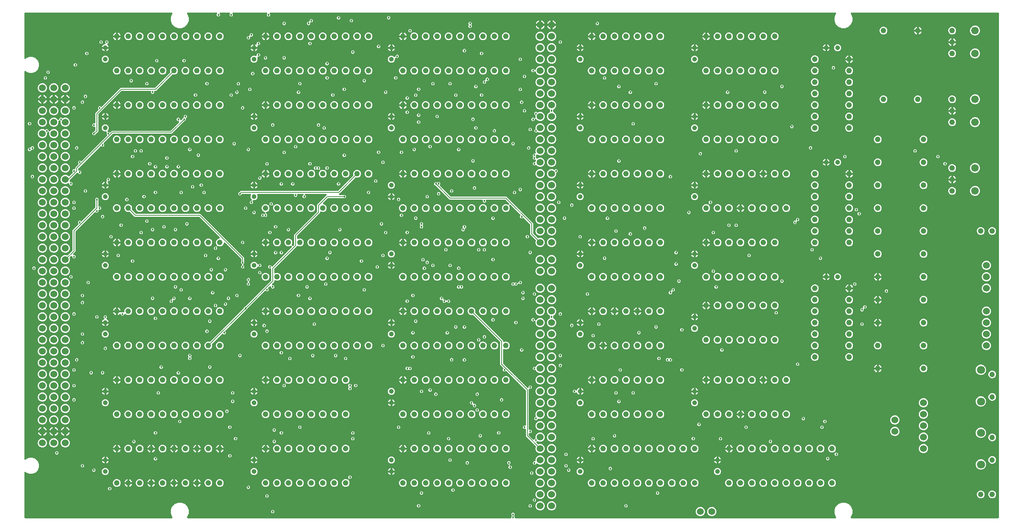
<source format=gbr>
G04 EAGLE Gerber RS-274X export*
G75*
%MOMM*%
%FSLAX34Y34*%
%LPD*%
%INCopper Layer 2*%
%IPPOS*%
%AMOC8*
5,1,8,0,0,1.08239X$1,22.5*%
G01*
%ADD10C,1.219200*%
%ADD11C,1.676400*%
%ADD12C,1.050000*%
%ADD13C,1.524000*%
%ADD14C,1.800000*%
%ADD15C,1.200000*%
%ADD16C,0.457200*%
%ADD17C,0.127000*%

G36*
X134220Y10670D02*
X134220Y10670D01*
X134229Y10669D01*
X134420Y10690D01*
X134611Y10709D01*
X134620Y10711D01*
X134629Y10712D01*
X134812Y10770D01*
X134996Y10827D01*
X135004Y10831D01*
X135013Y10834D01*
X135180Y10926D01*
X135350Y11019D01*
X135357Y11024D01*
X135365Y11029D01*
X135511Y11153D01*
X135660Y11276D01*
X135665Y11283D01*
X135672Y11289D01*
X135791Y11440D01*
X135912Y11590D01*
X135916Y11598D01*
X135922Y11605D01*
X136009Y11778D01*
X136097Y11947D01*
X136100Y11956D01*
X136104Y11964D01*
X136156Y12149D01*
X136209Y12334D01*
X136210Y12343D01*
X136212Y12352D01*
X136226Y12544D01*
X136242Y12736D01*
X136241Y12744D01*
X136241Y12753D01*
X136217Y12945D01*
X136195Y13135D01*
X136192Y13144D01*
X136191Y13153D01*
X136130Y13335D01*
X136070Y13518D01*
X136066Y13526D01*
X136063Y13535D01*
X135967Y13700D01*
X135872Y13869D01*
X135866Y13876D01*
X135862Y13883D01*
X135647Y14136D01*
X135605Y14178D01*
X132589Y21459D01*
X132589Y29341D01*
X135605Y36622D01*
X141178Y42195D01*
X148459Y45211D01*
X156341Y45211D01*
X163622Y42195D01*
X169195Y36622D01*
X172211Y29341D01*
X172211Y21459D01*
X169195Y14178D01*
X169153Y14136D01*
X169147Y14129D01*
X169140Y14124D01*
X169020Y13974D01*
X168898Y13825D01*
X168894Y13817D01*
X168888Y13810D01*
X168800Y13640D01*
X168709Y13469D01*
X168707Y13461D01*
X168703Y13453D01*
X168649Y13267D01*
X168594Y13083D01*
X168594Y13074D01*
X168591Y13066D01*
X168575Y12874D01*
X168558Y12682D01*
X168559Y12673D01*
X168558Y12664D01*
X168581Y12474D01*
X168601Y12282D01*
X168604Y12274D01*
X168605Y12265D01*
X168665Y12082D01*
X168723Y11898D01*
X168727Y11890D01*
X168730Y11882D01*
X168824Y11715D01*
X168918Y11546D01*
X168924Y11539D01*
X168928Y11531D01*
X169053Y11386D01*
X169178Y11239D01*
X169185Y11233D01*
X169191Y11227D01*
X169342Y11109D01*
X169494Y10989D01*
X169502Y10985D01*
X169509Y10980D01*
X169681Y10894D01*
X169853Y10807D01*
X169862Y10804D01*
X169870Y10800D01*
X170057Y10750D01*
X170241Y10699D01*
X170250Y10698D01*
X170258Y10696D01*
X170589Y10669D01*
X886587Y10669D01*
X886605Y10671D01*
X886623Y10669D01*
X886805Y10690D01*
X886988Y10709D01*
X887005Y10714D01*
X887022Y10716D01*
X887197Y10773D01*
X887373Y10827D01*
X887388Y10835D01*
X887405Y10841D01*
X887565Y10931D01*
X887727Y11019D01*
X887740Y11030D01*
X887756Y11039D01*
X887895Y11159D01*
X888036Y11276D01*
X888047Y11290D01*
X888061Y11302D01*
X888173Y11447D01*
X888288Y11590D01*
X888296Y11606D01*
X888307Y11620D01*
X888389Y11785D01*
X888474Y11947D01*
X888479Y11964D01*
X888487Y11981D01*
X888534Y12159D01*
X888585Y12334D01*
X888587Y12352D01*
X888591Y12369D01*
X888618Y12700D01*
X888618Y14173D01*
X888884Y14439D01*
X888895Y14452D01*
X888909Y14464D01*
X889022Y14608D01*
X889139Y14750D01*
X889147Y14766D01*
X889158Y14780D01*
X889241Y14943D01*
X889327Y15106D01*
X889332Y15123D01*
X889341Y15139D01*
X889390Y15316D01*
X889442Y15492D01*
X889444Y15510D01*
X889449Y15527D01*
X889462Y15710D01*
X889479Y15893D01*
X889477Y15911D01*
X889478Y15928D01*
X889455Y16110D01*
X889435Y16293D01*
X889430Y16310D01*
X889428Y16328D01*
X889370Y16500D01*
X889314Y16677D01*
X889305Y16692D01*
X889299Y16709D01*
X889207Y16869D01*
X889119Y17029D01*
X889107Y17043D01*
X889098Y17058D01*
X888884Y17311D01*
X888618Y17577D01*
X888618Y20523D01*
X890702Y22607D01*
X893648Y22607D01*
X895732Y20523D01*
X895732Y17577D01*
X895466Y17311D01*
X895455Y17297D01*
X895441Y17286D01*
X895327Y17142D01*
X895211Y17000D01*
X895203Y16984D01*
X895192Y16970D01*
X895108Y16806D01*
X895023Y16644D01*
X895018Y16627D01*
X895009Y16611D01*
X894960Y16434D01*
X894908Y16258D01*
X894906Y16240D01*
X894901Y16223D01*
X894888Y16040D01*
X894871Y15857D01*
X894873Y15839D01*
X894872Y15822D01*
X894895Y15640D01*
X894915Y15457D01*
X894920Y15440D01*
X894922Y15422D01*
X894981Y15249D01*
X895036Y15073D01*
X895045Y15057D01*
X895051Y15041D01*
X895143Y14881D01*
X895231Y14721D01*
X895243Y14707D01*
X895252Y14692D01*
X895466Y14439D01*
X895732Y14173D01*
X895732Y12700D01*
X895734Y12682D01*
X895732Y12664D01*
X895753Y12482D01*
X895772Y12299D01*
X895777Y12282D01*
X895779Y12265D01*
X895836Y12090D01*
X895890Y11914D01*
X895898Y11899D01*
X895904Y11882D01*
X895994Y11722D01*
X896082Y11560D01*
X896093Y11547D01*
X896102Y11531D01*
X896222Y11392D01*
X896339Y11251D01*
X896353Y11240D01*
X896365Y11227D01*
X896510Y11114D01*
X896653Y10999D01*
X896669Y10991D01*
X896683Y10980D01*
X896848Y10898D01*
X897010Y10813D01*
X897027Y10808D01*
X897043Y10800D01*
X897222Y10753D01*
X897397Y10702D01*
X897415Y10700D01*
X897432Y10696D01*
X897763Y10669D01*
X1607411Y10669D01*
X1607420Y10670D01*
X1607429Y10669D01*
X1607620Y10690D01*
X1607811Y10709D01*
X1607820Y10711D01*
X1607829Y10712D01*
X1608012Y10770D01*
X1608196Y10827D01*
X1608204Y10831D01*
X1608213Y10834D01*
X1608380Y10926D01*
X1608550Y11019D01*
X1608557Y11024D01*
X1608565Y11029D01*
X1608711Y11153D01*
X1608860Y11276D01*
X1608865Y11283D01*
X1608872Y11289D01*
X1608991Y11440D01*
X1609112Y11590D01*
X1609116Y11598D01*
X1609122Y11605D01*
X1609209Y11778D01*
X1609297Y11947D01*
X1609300Y11956D01*
X1609304Y11964D01*
X1609356Y12149D01*
X1609409Y12334D01*
X1609410Y12343D01*
X1609412Y12352D01*
X1609426Y12544D01*
X1609442Y12736D01*
X1609441Y12744D01*
X1609441Y12753D01*
X1609417Y12945D01*
X1609395Y13135D01*
X1609392Y13144D01*
X1609391Y13153D01*
X1609330Y13335D01*
X1609270Y13518D01*
X1609266Y13526D01*
X1609263Y13535D01*
X1609167Y13700D01*
X1609072Y13869D01*
X1609066Y13876D01*
X1609062Y13883D01*
X1608847Y14136D01*
X1608805Y14178D01*
X1605789Y21459D01*
X1605789Y29341D01*
X1608805Y36622D01*
X1614378Y42195D01*
X1621659Y45211D01*
X1629541Y45211D01*
X1636822Y42195D01*
X1642395Y36622D01*
X1645411Y29341D01*
X1645411Y21459D01*
X1642395Y14178D01*
X1642353Y14136D01*
X1642347Y14129D01*
X1642340Y14124D01*
X1642220Y13974D01*
X1642098Y13825D01*
X1642094Y13817D01*
X1642088Y13810D01*
X1642000Y13640D01*
X1641909Y13469D01*
X1641907Y13461D01*
X1641903Y13453D01*
X1641849Y13267D01*
X1641794Y13083D01*
X1641794Y13074D01*
X1641791Y13066D01*
X1641775Y12874D01*
X1641758Y12682D01*
X1641759Y12673D01*
X1641758Y12664D01*
X1641781Y12474D01*
X1641801Y12282D01*
X1641804Y12274D01*
X1641805Y12265D01*
X1641865Y12082D01*
X1641923Y11898D01*
X1641927Y11890D01*
X1641930Y11882D01*
X1642024Y11715D01*
X1642118Y11546D01*
X1642124Y11539D01*
X1642128Y11531D01*
X1642253Y11386D01*
X1642378Y11239D01*
X1642385Y11233D01*
X1642391Y11227D01*
X1642542Y11109D01*
X1642694Y10989D01*
X1642702Y10985D01*
X1642709Y10980D01*
X1642881Y10894D01*
X1643053Y10807D01*
X1643062Y10804D01*
X1643070Y10800D01*
X1643257Y10750D01*
X1643441Y10699D01*
X1643450Y10698D01*
X1643458Y10696D01*
X1643789Y10669D01*
X1968500Y10669D01*
X1968518Y10671D01*
X1968536Y10669D01*
X1968718Y10690D01*
X1968901Y10709D01*
X1968918Y10714D01*
X1968935Y10716D01*
X1969110Y10773D01*
X1969286Y10827D01*
X1969301Y10835D01*
X1969318Y10841D01*
X1969478Y10931D01*
X1969640Y11019D01*
X1969653Y11030D01*
X1969669Y11039D01*
X1969808Y11159D01*
X1969949Y11276D01*
X1969960Y11290D01*
X1969974Y11302D01*
X1970086Y11447D01*
X1970201Y11590D01*
X1970209Y11606D01*
X1970220Y11620D01*
X1970302Y11785D01*
X1970387Y11947D01*
X1970392Y11964D01*
X1970400Y11981D01*
X1970447Y12159D01*
X1970498Y12334D01*
X1970500Y12352D01*
X1970504Y12369D01*
X1970531Y12700D01*
X1970531Y1130300D01*
X1970529Y1130318D01*
X1970531Y1130336D01*
X1970510Y1130518D01*
X1970491Y1130701D01*
X1970486Y1130718D01*
X1970484Y1130735D01*
X1970427Y1130910D01*
X1970373Y1131086D01*
X1970365Y1131101D01*
X1970359Y1131118D01*
X1970269Y1131278D01*
X1970181Y1131440D01*
X1970170Y1131453D01*
X1970161Y1131469D01*
X1970041Y1131608D01*
X1969924Y1131749D01*
X1969910Y1131760D01*
X1969898Y1131774D01*
X1969753Y1131886D01*
X1969610Y1132001D01*
X1969594Y1132009D01*
X1969580Y1132020D01*
X1969415Y1132102D01*
X1969253Y1132187D01*
X1969236Y1132192D01*
X1969220Y1132200D01*
X1969041Y1132247D01*
X1968866Y1132298D01*
X1968848Y1132300D01*
X1968831Y1132304D01*
X1968500Y1132331D01*
X1643789Y1132331D01*
X1643780Y1132330D01*
X1643771Y1132331D01*
X1643578Y1132310D01*
X1643389Y1132291D01*
X1643380Y1132289D01*
X1643371Y1132288D01*
X1643187Y1132229D01*
X1643004Y1132173D01*
X1642996Y1132169D01*
X1642987Y1132166D01*
X1642819Y1132073D01*
X1642650Y1131981D01*
X1642643Y1131976D01*
X1642635Y1131971D01*
X1642488Y1131847D01*
X1642340Y1131724D01*
X1642335Y1131717D01*
X1642328Y1131711D01*
X1642208Y1131559D01*
X1642088Y1131410D01*
X1642084Y1131402D01*
X1642078Y1131395D01*
X1641991Y1131222D01*
X1641903Y1131053D01*
X1641900Y1131044D01*
X1641896Y1131036D01*
X1641844Y1130850D01*
X1641791Y1130666D01*
X1641790Y1130657D01*
X1641788Y1130648D01*
X1641774Y1130455D01*
X1641758Y1130264D01*
X1641759Y1130256D01*
X1641759Y1130247D01*
X1641783Y1130054D01*
X1641805Y1129865D01*
X1641808Y1129856D01*
X1641809Y1129847D01*
X1641870Y1129665D01*
X1641930Y1129482D01*
X1641934Y1129474D01*
X1641937Y1129466D01*
X1642033Y1129299D01*
X1642128Y1129131D01*
X1642134Y1129124D01*
X1642138Y1129117D01*
X1642353Y1128864D01*
X1642395Y1128822D01*
X1645411Y1121541D01*
X1645411Y1113659D01*
X1642395Y1106378D01*
X1636822Y1100805D01*
X1629541Y1097789D01*
X1621659Y1097789D01*
X1614378Y1100805D01*
X1608805Y1106378D01*
X1605789Y1113659D01*
X1605789Y1121541D01*
X1608805Y1128822D01*
X1608847Y1128864D01*
X1608853Y1128871D01*
X1608860Y1128876D01*
X1608980Y1129026D01*
X1609102Y1129175D01*
X1609106Y1129183D01*
X1609112Y1129190D01*
X1609201Y1129361D01*
X1609291Y1129531D01*
X1609293Y1129539D01*
X1609297Y1129547D01*
X1609351Y1129733D01*
X1609406Y1129917D01*
X1609406Y1129926D01*
X1609409Y1129934D01*
X1609425Y1130126D01*
X1609442Y1130318D01*
X1609441Y1130327D01*
X1609442Y1130336D01*
X1609420Y1130525D01*
X1609399Y1130718D01*
X1609396Y1130727D01*
X1609395Y1130735D01*
X1609335Y1130917D01*
X1609277Y1131102D01*
X1609273Y1131110D01*
X1609270Y1131118D01*
X1609175Y1131287D01*
X1609082Y1131454D01*
X1609077Y1131461D01*
X1609072Y1131469D01*
X1608946Y1131615D01*
X1608822Y1131761D01*
X1608815Y1131767D01*
X1608809Y1131774D01*
X1608658Y1131891D01*
X1608506Y1132011D01*
X1608498Y1132015D01*
X1608491Y1132020D01*
X1608319Y1132106D01*
X1608147Y1132193D01*
X1608138Y1132196D01*
X1608130Y1132200D01*
X1607944Y1132250D01*
X1607759Y1132301D01*
X1607750Y1132302D01*
X1607742Y1132304D01*
X1607411Y1132331D01*
X353978Y1132331D01*
X353969Y1132330D01*
X353960Y1132331D01*
X353766Y1132310D01*
X353577Y1132291D01*
X353569Y1132289D01*
X353560Y1132288D01*
X353375Y1132229D01*
X353192Y1132173D01*
X353184Y1132169D01*
X353176Y1132166D01*
X353007Y1132073D01*
X352838Y1131981D01*
X352831Y1131976D01*
X352823Y1131971D01*
X352676Y1131847D01*
X352529Y1131724D01*
X352523Y1131717D01*
X352516Y1131711D01*
X352397Y1131559D01*
X352276Y1131410D01*
X352272Y1131402D01*
X352267Y1131395D01*
X352179Y1131222D01*
X352091Y1131053D01*
X352089Y1131044D01*
X352084Y1131036D01*
X352033Y1130850D01*
X351980Y1130666D01*
X351979Y1130657D01*
X351976Y1130648D01*
X351962Y1130455D01*
X351947Y1130264D01*
X351948Y1130256D01*
X351947Y1130247D01*
X351971Y1130054D01*
X351994Y1129865D01*
X351996Y1129856D01*
X351997Y1129847D01*
X352059Y1129665D01*
X352118Y1129482D01*
X352123Y1129474D01*
X352126Y1129466D01*
X352222Y1129299D01*
X352316Y1129131D01*
X352322Y1129124D01*
X352327Y1129117D01*
X352541Y1128864D01*
X352807Y1128598D01*
X352807Y1125652D01*
X350723Y1123568D01*
X347777Y1123568D01*
X345693Y1125652D01*
X345693Y1128598D01*
X345959Y1128864D01*
X345964Y1128871D01*
X345971Y1128876D01*
X346092Y1129026D01*
X346214Y1129175D01*
X346218Y1129183D01*
X346224Y1129190D01*
X346312Y1129361D01*
X346402Y1129531D01*
X346405Y1129539D01*
X346409Y1129547D01*
X346462Y1129733D01*
X346517Y1129917D01*
X346518Y1129926D01*
X346520Y1129934D01*
X346536Y1130126D01*
X346554Y1130318D01*
X346553Y1130327D01*
X346553Y1130336D01*
X346531Y1130525D01*
X346510Y1130718D01*
X346507Y1130727D01*
X346506Y1130735D01*
X346447Y1130917D01*
X346389Y1131102D01*
X346384Y1131110D01*
X346382Y1131118D01*
X346287Y1131287D01*
X346194Y1131454D01*
X346188Y1131461D01*
X346184Y1131469D01*
X346058Y1131615D01*
X345933Y1131761D01*
X345926Y1131767D01*
X345921Y1131774D01*
X345769Y1131891D01*
X345617Y1132011D01*
X345609Y1132015D01*
X345602Y1132020D01*
X345430Y1132106D01*
X345258Y1132193D01*
X345250Y1132196D01*
X345242Y1132200D01*
X345055Y1132250D01*
X344871Y1132301D01*
X344862Y1132302D01*
X344853Y1132304D01*
X344522Y1132331D01*
X271428Y1132331D01*
X271419Y1132330D01*
X271410Y1132331D01*
X271216Y1132310D01*
X271027Y1132291D01*
X271019Y1132289D01*
X271010Y1132288D01*
X270825Y1132229D01*
X270642Y1132173D01*
X270634Y1132169D01*
X270626Y1132166D01*
X270457Y1132073D01*
X270288Y1131981D01*
X270281Y1131976D01*
X270273Y1131971D01*
X270126Y1131847D01*
X269979Y1131724D01*
X269973Y1131717D01*
X269966Y1131711D01*
X269847Y1131559D01*
X269726Y1131410D01*
X269722Y1131402D01*
X269717Y1131395D01*
X269629Y1131222D01*
X269541Y1131053D01*
X269539Y1131044D01*
X269534Y1131036D01*
X269483Y1130850D01*
X269430Y1130666D01*
X269429Y1130657D01*
X269426Y1130648D01*
X269412Y1130455D01*
X269397Y1130264D01*
X269398Y1130256D01*
X269397Y1130247D01*
X269421Y1130054D01*
X269444Y1129865D01*
X269446Y1129856D01*
X269447Y1129847D01*
X269509Y1129665D01*
X269568Y1129482D01*
X269573Y1129474D01*
X269576Y1129466D01*
X269672Y1129299D01*
X269766Y1129131D01*
X269772Y1129124D01*
X269777Y1129117D01*
X269991Y1128864D01*
X270257Y1128598D01*
X270257Y1125652D01*
X268173Y1123568D01*
X265227Y1123568D01*
X263143Y1125652D01*
X263143Y1128598D01*
X263409Y1128864D01*
X263414Y1128871D01*
X263421Y1128876D01*
X263542Y1129026D01*
X263664Y1129175D01*
X263668Y1129183D01*
X263674Y1129190D01*
X263762Y1129361D01*
X263852Y1129531D01*
X263855Y1129539D01*
X263859Y1129547D01*
X263912Y1129733D01*
X263967Y1129917D01*
X263968Y1129926D01*
X263970Y1129934D01*
X263986Y1130126D01*
X264004Y1130318D01*
X264003Y1130327D01*
X264003Y1130336D01*
X263981Y1130525D01*
X263960Y1130718D01*
X263957Y1130727D01*
X263956Y1130735D01*
X263897Y1130917D01*
X263839Y1131102D01*
X263834Y1131110D01*
X263832Y1131118D01*
X263737Y1131287D01*
X263644Y1131454D01*
X263638Y1131461D01*
X263634Y1131469D01*
X263508Y1131615D01*
X263383Y1131761D01*
X263376Y1131767D01*
X263371Y1131774D01*
X263219Y1131891D01*
X263067Y1132011D01*
X263059Y1132015D01*
X263052Y1132020D01*
X262880Y1132106D01*
X262708Y1132193D01*
X262700Y1132196D01*
X262692Y1132200D01*
X262505Y1132250D01*
X262321Y1132301D01*
X262312Y1132302D01*
X262303Y1132304D01*
X261972Y1132331D01*
X242853Y1132331D01*
X242844Y1132330D01*
X242835Y1132331D01*
X242641Y1132310D01*
X242452Y1132291D01*
X242444Y1132289D01*
X242435Y1132288D01*
X242250Y1132229D01*
X242067Y1132173D01*
X242059Y1132169D01*
X242051Y1132166D01*
X241882Y1132073D01*
X241713Y1131981D01*
X241706Y1131976D01*
X241698Y1131971D01*
X241551Y1131847D01*
X241404Y1131724D01*
X241398Y1131717D01*
X241391Y1131711D01*
X241272Y1131559D01*
X241151Y1131410D01*
X241147Y1131402D01*
X241142Y1131395D01*
X241054Y1131222D01*
X240966Y1131053D01*
X240964Y1131044D01*
X240959Y1131036D01*
X240908Y1130850D01*
X240855Y1130666D01*
X240854Y1130657D01*
X240851Y1130648D01*
X240837Y1130455D01*
X240822Y1130264D01*
X240823Y1130256D01*
X240822Y1130247D01*
X240846Y1130054D01*
X240869Y1129865D01*
X240871Y1129856D01*
X240872Y1129847D01*
X240934Y1129665D01*
X240993Y1129482D01*
X240998Y1129474D01*
X241001Y1129466D01*
X241097Y1129299D01*
X241191Y1129131D01*
X241197Y1129124D01*
X241202Y1129117D01*
X241416Y1128864D01*
X241682Y1128598D01*
X241682Y1125652D01*
X239598Y1123568D01*
X236652Y1123568D01*
X234568Y1125652D01*
X234568Y1128598D01*
X234834Y1128864D01*
X234839Y1128871D01*
X234846Y1128876D01*
X234967Y1129026D01*
X235089Y1129175D01*
X235093Y1129183D01*
X235099Y1129190D01*
X235187Y1129361D01*
X235277Y1129531D01*
X235280Y1129539D01*
X235284Y1129547D01*
X235337Y1129733D01*
X235392Y1129917D01*
X235393Y1129926D01*
X235395Y1129934D01*
X235411Y1130126D01*
X235429Y1130318D01*
X235428Y1130327D01*
X235428Y1130336D01*
X235406Y1130525D01*
X235385Y1130718D01*
X235382Y1130727D01*
X235381Y1130735D01*
X235322Y1130917D01*
X235264Y1131102D01*
X235259Y1131110D01*
X235257Y1131118D01*
X235162Y1131287D01*
X235069Y1131454D01*
X235063Y1131461D01*
X235059Y1131469D01*
X234933Y1131615D01*
X234808Y1131761D01*
X234801Y1131767D01*
X234796Y1131774D01*
X234644Y1131891D01*
X234492Y1132011D01*
X234484Y1132015D01*
X234477Y1132020D01*
X234305Y1132106D01*
X234133Y1132193D01*
X234125Y1132196D01*
X234117Y1132200D01*
X233930Y1132250D01*
X233746Y1132301D01*
X233737Y1132302D01*
X233728Y1132304D01*
X233397Y1132331D01*
X170589Y1132331D01*
X170580Y1132330D01*
X170571Y1132331D01*
X170378Y1132310D01*
X170189Y1132291D01*
X170180Y1132289D01*
X170171Y1132288D01*
X169987Y1132229D01*
X169804Y1132173D01*
X169796Y1132169D01*
X169787Y1132166D01*
X169619Y1132073D01*
X169450Y1131981D01*
X169443Y1131976D01*
X169435Y1131971D01*
X169288Y1131847D01*
X169140Y1131724D01*
X169135Y1131717D01*
X169128Y1131711D01*
X169008Y1131559D01*
X168888Y1131410D01*
X168884Y1131402D01*
X168878Y1131395D01*
X168791Y1131222D01*
X168703Y1131053D01*
X168700Y1131044D01*
X168696Y1131036D01*
X168644Y1130850D01*
X168591Y1130666D01*
X168590Y1130657D01*
X168588Y1130648D01*
X168574Y1130455D01*
X168558Y1130264D01*
X168559Y1130256D01*
X168559Y1130247D01*
X168583Y1130054D01*
X168605Y1129865D01*
X168608Y1129856D01*
X168609Y1129847D01*
X168670Y1129665D01*
X168730Y1129482D01*
X168734Y1129474D01*
X168737Y1129466D01*
X168833Y1129299D01*
X168928Y1129131D01*
X168934Y1129124D01*
X168938Y1129117D01*
X169153Y1128864D01*
X169195Y1128822D01*
X172211Y1121541D01*
X172211Y1113659D01*
X169195Y1106378D01*
X163622Y1100805D01*
X156341Y1097789D01*
X148459Y1097789D01*
X141178Y1100805D01*
X135605Y1106378D01*
X132589Y1113659D01*
X132589Y1121541D01*
X135605Y1128822D01*
X135647Y1128864D01*
X135653Y1128871D01*
X135660Y1128876D01*
X135780Y1129026D01*
X135902Y1129175D01*
X135906Y1129183D01*
X135912Y1129190D01*
X136001Y1129361D01*
X136091Y1129531D01*
X136093Y1129539D01*
X136097Y1129547D01*
X136151Y1129733D01*
X136206Y1129917D01*
X136206Y1129926D01*
X136209Y1129934D01*
X136225Y1130126D01*
X136242Y1130318D01*
X136241Y1130327D01*
X136242Y1130336D01*
X136220Y1130525D01*
X136199Y1130718D01*
X136196Y1130727D01*
X136195Y1130735D01*
X136135Y1130917D01*
X136077Y1131102D01*
X136073Y1131110D01*
X136070Y1131118D01*
X135975Y1131287D01*
X135882Y1131454D01*
X135877Y1131461D01*
X135872Y1131469D01*
X135746Y1131615D01*
X135622Y1131761D01*
X135615Y1131767D01*
X135609Y1131774D01*
X135458Y1131891D01*
X135306Y1132011D01*
X135298Y1132015D01*
X135291Y1132020D01*
X135119Y1132106D01*
X134947Y1132193D01*
X134938Y1132196D01*
X134930Y1132200D01*
X134744Y1132250D01*
X134559Y1132301D01*
X134550Y1132302D01*
X134542Y1132304D01*
X134211Y1132331D01*
X-190500Y1132331D01*
X-190518Y1132329D01*
X-190536Y1132331D01*
X-190718Y1132310D01*
X-190901Y1132291D01*
X-190918Y1132286D01*
X-190935Y1132284D01*
X-191110Y1132227D01*
X-191286Y1132173D01*
X-191301Y1132165D01*
X-191318Y1132159D01*
X-191478Y1132069D01*
X-191640Y1131981D01*
X-191653Y1131970D01*
X-191669Y1131961D01*
X-191808Y1131841D01*
X-191949Y1131724D01*
X-191960Y1131710D01*
X-191974Y1131698D01*
X-192086Y1131553D01*
X-192201Y1131410D01*
X-192209Y1131394D01*
X-192220Y1131380D01*
X-192302Y1131215D01*
X-192387Y1131053D01*
X-192392Y1131036D01*
X-192400Y1131020D01*
X-192447Y1130841D01*
X-192498Y1130666D01*
X-192500Y1130648D01*
X-192504Y1130631D01*
X-192531Y1130300D01*
X-192531Y1031382D01*
X-192530Y1031374D01*
X-192531Y1031365D01*
X-192510Y1031171D01*
X-192491Y1030982D01*
X-192489Y1030973D01*
X-192488Y1030964D01*
X-192429Y1030780D01*
X-192373Y1030597D01*
X-192369Y1030589D01*
X-192366Y1030581D01*
X-192273Y1030412D01*
X-192181Y1030243D01*
X-192176Y1030236D01*
X-192171Y1030228D01*
X-192047Y1030081D01*
X-191924Y1029934D01*
X-191917Y1029928D01*
X-191911Y1029921D01*
X-191759Y1029801D01*
X-191610Y1029681D01*
X-191602Y1029677D01*
X-191595Y1029672D01*
X-191422Y1029584D01*
X-191253Y1029496D01*
X-191244Y1029493D01*
X-191236Y1029489D01*
X-191050Y1029437D01*
X-190866Y1029384D01*
X-190857Y1029384D01*
X-190848Y1029381D01*
X-190655Y1029367D01*
X-190464Y1029351D01*
X-190456Y1029352D01*
X-190447Y1029352D01*
X-190254Y1029376D01*
X-190065Y1029398D01*
X-190056Y1029401D01*
X-190047Y1029402D01*
X-189865Y1029463D01*
X-189682Y1029523D01*
X-189674Y1029528D01*
X-189666Y1029530D01*
X-189499Y1029627D01*
X-189331Y1029721D01*
X-189324Y1029727D01*
X-189317Y1029731D01*
X-189064Y1029946D01*
X-187872Y1031138D01*
X-181337Y1033845D01*
X-174263Y1033845D01*
X-167728Y1031138D01*
X-162726Y1026136D01*
X-160019Y1019601D01*
X-160019Y1012527D01*
X-162726Y1005992D01*
X-167728Y1000990D01*
X-174263Y998283D01*
X-181337Y998283D01*
X-187872Y1000990D01*
X-189064Y1002182D01*
X-189071Y1002188D01*
X-189076Y1002194D01*
X-189226Y1002315D01*
X-189375Y1002437D01*
X-189383Y1002441D01*
X-189390Y1002447D01*
X-189561Y1002536D01*
X-189731Y1002626D01*
X-189739Y1002628D01*
X-189747Y1002632D01*
X-189933Y1002686D01*
X-190117Y1002740D01*
X-190126Y1002741D01*
X-190134Y1002744D01*
X-190326Y1002759D01*
X-190518Y1002777D01*
X-190527Y1002776D01*
X-190536Y1002777D01*
X-190725Y1002754D01*
X-190918Y1002733D01*
X-190927Y1002731D01*
X-190935Y1002730D01*
X-191117Y1002670D01*
X-191302Y1002612D01*
X-191310Y1002608D01*
X-191318Y1002605D01*
X-191487Y1002510D01*
X-191654Y1002417D01*
X-191661Y1002411D01*
X-191669Y1002407D01*
X-191815Y1002281D01*
X-191961Y1002157D01*
X-191967Y1002150D01*
X-191974Y1002144D01*
X-192091Y1001992D01*
X-192211Y1001841D01*
X-192215Y1001833D01*
X-192220Y1001826D01*
X-192306Y1001654D01*
X-192393Y1001482D01*
X-192396Y1001473D01*
X-192400Y1001465D01*
X-192450Y1001279D01*
X-192501Y1001094D01*
X-192502Y1001085D01*
X-192504Y1001076D01*
X-192531Y1000746D01*
X-192531Y142254D01*
X-192530Y142246D01*
X-192531Y142237D01*
X-192510Y142043D01*
X-192491Y141854D01*
X-192489Y141845D01*
X-192488Y141836D01*
X-192429Y141652D01*
X-192373Y141469D01*
X-192369Y141461D01*
X-192366Y141453D01*
X-192273Y141284D01*
X-192181Y141115D01*
X-192176Y141108D01*
X-192171Y141100D01*
X-192047Y140953D01*
X-191924Y140806D01*
X-191917Y140800D01*
X-191911Y140793D01*
X-191759Y140673D01*
X-191610Y140553D01*
X-191602Y140549D01*
X-191595Y140544D01*
X-191422Y140456D01*
X-191253Y140368D01*
X-191244Y140365D01*
X-191236Y140361D01*
X-191050Y140309D01*
X-190866Y140256D01*
X-190857Y140256D01*
X-190848Y140253D01*
X-190655Y140239D01*
X-190464Y140223D01*
X-190456Y140224D01*
X-190447Y140224D01*
X-190254Y140248D01*
X-190065Y140270D01*
X-190056Y140273D01*
X-190047Y140274D01*
X-189865Y140335D01*
X-189682Y140395D01*
X-189674Y140400D01*
X-189666Y140402D01*
X-189499Y140499D01*
X-189331Y140593D01*
X-189324Y140599D01*
X-189317Y140603D01*
X-189064Y140818D01*
X-187872Y142010D01*
X-185824Y142858D01*
X-181337Y144717D01*
X-174263Y144717D01*
X-167728Y142010D01*
X-162726Y137008D01*
X-160019Y130473D01*
X-160019Y123399D01*
X-162726Y116864D01*
X-167728Y111862D01*
X-174263Y109155D01*
X-181337Y109155D01*
X-187872Y111862D01*
X-189064Y113054D01*
X-189071Y113060D01*
X-189076Y113066D01*
X-189226Y113187D01*
X-189375Y113309D01*
X-189383Y113313D01*
X-189390Y113319D01*
X-189561Y113408D01*
X-189731Y113498D01*
X-189739Y113500D01*
X-189747Y113504D01*
X-189933Y113558D01*
X-190117Y113612D01*
X-190126Y113613D01*
X-190134Y113616D01*
X-190326Y113631D01*
X-190518Y113649D01*
X-190527Y113648D01*
X-190536Y113649D01*
X-190725Y113626D01*
X-190918Y113605D01*
X-190927Y113603D01*
X-190935Y113602D01*
X-191117Y113542D01*
X-191302Y113484D01*
X-191310Y113480D01*
X-191318Y113477D01*
X-191487Y113382D01*
X-191654Y113289D01*
X-191661Y113283D01*
X-191669Y113279D01*
X-191815Y113153D01*
X-191961Y113029D01*
X-191967Y113022D01*
X-191974Y113016D01*
X-192091Y112864D01*
X-192211Y112713D01*
X-192215Y112705D01*
X-192220Y112698D01*
X-192306Y112526D01*
X-192393Y112354D01*
X-192396Y112345D01*
X-192400Y112337D01*
X-192450Y112151D01*
X-192501Y111966D01*
X-192502Y111957D01*
X-192504Y111948D01*
X-192531Y111618D01*
X-192531Y12700D01*
X-192529Y12682D01*
X-192531Y12664D01*
X-192510Y12482D01*
X-192491Y12299D01*
X-192486Y12282D01*
X-192484Y12265D01*
X-192427Y12090D01*
X-192373Y11914D01*
X-192365Y11899D01*
X-192359Y11882D01*
X-192269Y11722D01*
X-192181Y11560D01*
X-192170Y11547D01*
X-192161Y11531D01*
X-192041Y11392D01*
X-191924Y11251D01*
X-191910Y11240D01*
X-191898Y11227D01*
X-191753Y11114D01*
X-191610Y10999D01*
X-191594Y10991D01*
X-191580Y10980D01*
X-191415Y10898D01*
X-191253Y10813D01*
X-191236Y10808D01*
X-191220Y10800D01*
X-191041Y10753D01*
X-190866Y10702D01*
X-190848Y10700D01*
X-190831Y10696D01*
X-190500Y10669D01*
X134211Y10669D01*
X134220Y10670D01*
G37*
%LPC*%
G36*
X214182Y385063D02*
X214182Y385063D01*
X211008Y386378D01*
X208578Y388808D01*
X207263Y391982D01*
X207263Y395418D01*
X208578Y398592D01*
X211008Y401022D01*
X214182Y402337D01*
X217618Y402337D01*
X218081Y402145D01*
X218102Y402139D01*
X218122Y402129D01*
X218294Y402081D01*
X218466Y402029D01*
X218488Y402027D01*
X218510Y402021D01*
X218689Y402007D01*
X218867Y401991D01*
X218889Y401993D01*
X218911Y401991D01*
X219089Y402014D01*
X219267Y402032D01*
X219289Y402039D01*
X219311Y402042D01*
X219480Y402099D01*
X219652Y402152D01*
X219671Y402163D01*
X219692Y402170D01*
X219847Y402259D01*
X220005Y402345D01*
X220022Y402360D01*
X220041Y402371D01*
X220294Y402585D01*
X294298Y476590D01*
X294315Y476610D01*
X294336Y476628D01*
X294443Y476766D01*
X294553Y476901D01*
X294566Y476925D01*
X294582Y476946D01*
X294660Y477103D01*
X294742Y477257D01*
X294750Y477282D01*
X294762Y477306D01*
X294807Y477476D01*
X294857Y477643D01*
X294859Y477669D01*
X294866Y477695D01*
X294866Y477696D01*
X297010Y479840D01*
X297075Y479847D01*
X297100Y479854D01*
X297127Y479858D01*
X297293Y479913D01*
X297460Y479965D01*
X297483Y479978D01*
X297509Y479986D01*
X297660Y480073D01*
X297814Y480157D01*
X297834Y480174D01*
X297857Y480187D01*
X298110Y480402D01*
X355004Y537296D01*
X355021Y537316D01*
X355042Y537334D01*
X355149Y537472D01*
X355259Y537607D01*
X355272Y537631D01*
X355288Y537652D01*
X355366Y537808D01*
X355448Y537963D01*
X355456Y537988D01*
X355468Y538012D01*
X355513Y538181D01*
X355563Y538349D01*
X355565Y538375D01*
X355572Y538401D01*
X355599Y538732D01*
X355599Y562737D01*
X355597Y562755D01*
X355599Y562773D01*
X355578Y562955D01*
X355559Y563138D01*
X355554Y563155D01*
X355552Y563172D01*
X355495Y563347D01*
X355441Y563523D01*
X355433Y563538D01*
X355427Y563555D01*
X355337Y563715D01*
X355249Y563877D01*
X355238Y563890D01*
X355229Y563906D01*
X355109Y564045D01*
X354992Y564186D01*
X354978Y564197D01*
X354966Y564211D01*
X354821Y564323D01*
X354678Y564438D01*
X354662Y564446D01*
X354648Y564457D01*
X354483Y564539D01*
X354321Y564624D01*
X354304Y564629D01*
X354288Y564637D01*
X354109Y564684D01*
X353934Y564735D01*
X353916Y564737D01*
X353899Y564741D01*
X353568Y564768D01*
X350952Y564768D01*
X348868Y566852D01*
X348868Y569798D01*
X350952Y571882D01*
X353898Y571882D01*
X356021Y569759D01*
X356034Y569748D01*
X356046Y569734D01*
X356190Y569621D01*
X356332Y569504D01*
X356348Y569496D01*
X356362Y569485D01*
X356526Y569401D01*
X356688Y569316D01*
X356705Y569311D01*
X356721Y569303D01*
X356898Y569253D01*
X357074Y569201D01*
X357091Y569199D01*
X357109Y569195D01*
X357292Y569181D01*
X357475Y569165D01*
X357492Y569166D01*
X357510Y569165D01*
X357692Y569188D01*
X357875Y569208D01*
X357892Y569213D01*
X357910Y569216D01*
X358083Y569274D01*
X358259Y569329D01*
X358274Y569338D01*
X358291Y569344D01*
X358451Y569436D01*
X358611Y569524D01*
X358625Y569536D01*
X358640Y569545D01*
X358893Y569759D01*
X400794Y611660D01*
X400797Y611664D01*
X400800Y611667D01*
X400923Y611818D01*
X401049Y611972D01*
X401051Y611976D01*
X401054Y611979D01*
X401147Y612156D01*
X401238Y612328D01*
X401239Y612332D01*
X401241Y612336D01*
X401298Y612528D01*
X401353Y612713D01*
X401353Y612718D01*
X401354Y612722D01*
X401371Y612915D01*
X401389Y613114D01*
X401389Y613119D01*
X401389Y613123D01*
X401368Y613313D01*
X401346Y613515D01*
X401344Y613519D01*
X401344Y613523D01*
X401284Y613709D01*
X401224Y613898D01*
X401222Y613902D01*
X401221Y613907D01*
X401123Y614080D01*
X401029Y614251D01*
X401026Y614254D01*
X401024Y614258D01*
X400897Y614406D01*
X400769Y614558D01*
X400765Y614561D01*
X400762Y614564D01*
X400609Y614684D01*
X400453Y614807D01*
X400449Y614809D01*
X400445Y614812D01*
X400271Y614900D01*
X400094Y614990D01*
X400090Y614991D01*
X400086Y614993D01*
X399898Y615044D01*
X399706Y615098D01*
X399702Y615098D01*
X399697Y615099D01*
X399501Y615113D01*
X399305Y615127D01*
X399300Y615127D01*
X399296Y615127D01*
X399099Y615101D01*
X398905Y615077D01*
X398901Y615075D01*
X398896Y615075D01*
X398580Y614973D01*
X395418Y613663D01*
X391982Y613663D01*
X388808Y614978D01*
X386378Y617408D01*
X385063Y620582D01*
X385063Y624018D01*
X386378Y627192D01*
X388808Y629622D01*
X391982Y630937D01*
X395418Y630937D01*
X398592Y629622D01*
X401022Y627192D01*
X402337Y624018D01*
X402337Y620582D01*
X401027Y617420D01*
X401025Y617415D01*
X401023Y617411D01*
X400968Y617226D01*
X400910Y617034D01*
X400910Y617030D01*
X400909Y617025D01*
X400891Y616828D01*
X400872Y616633D01*
X400873Y616629D01*
X400872Y616624D01*
X400894Y616422D01*
X400914Y616233D01*
X400915Y616229D01*
X400916Y616224D01*
X400976Y616032D01*
X401034Y615848D01*
X401036Y615845D01*
X401037Y615840D01*
X401133Y615667D01*
X401227Y615495D01*
X401230Y615492D01*
X401232Y615488D01*
X401359Y615338D01*
X401486Y615187D01*
X401490Y615184D01*
X401492Y615181D01*
X401648Y615058D01*
X401801Y614936D01*
X401805Y614934D01*
X401808Y614931D01*
X401985Y614841D01*
X402159Y614752D01*
X402163Y614751D01*
X402167Y614749D01*
X402359Y614696D01*
X402546Y614643D01*
X402551Y614642D01*
X402555Y614641D01*
X402757Y614626D01*
X402948Y614611D01*
X402952Y614612D01*
X402957Y614612D01*
X403154Y614636D01*
X403347Y614660D01*
X403352Y614661D01*
X403356Y614662D01*
X403539Y614723D01*
X403730Y614787D01*
X403734Y614789D01*
X403738Y614790D01*
X403908Y614888D01*
X404079Y614986D01*
X404083Y614989D01*
X404087Y614991D01*
X404340Y615206D01*
X405804Y616670D01*
X405821Y616691D01*
X405842Y616709D01*
X405949Y616847D01*
X406059Y616982D01*
X406072Y617006D01*
X406088Y617027D01*
X406166Y617184D01*
X406248Y617338D01*
X406256Y617363D01*
X406268Y617387D01*
X406313Y617557D01*
X406363Y617724D01*
X406365Y617750D01*
X406372Y617776D01*
X406399Y618107D01*
X406399Y639490D01*
X456604Y689696D01*
X456621Y689716D01*
X456642Y689734D01*
X456749Y689872D01*
X456859Y690007D01*
X456872Y690031D01*
X456888Y690052D01*
X456966Y690209D01*
X457048Y690363D01*
X457055Y690385D01*
X457056Y690388D01*
X457068Y690412D01*
X457113Y690581D01*
X457163Y690749D01*
X457164Y690766D01*
X457166Y690772D01*
X457167Y690781D01*
X457172Y690801D01*
X457199Y691132D01*
X457199Y706165D01*
X475654Y724621D01*
X477816Y726782D01*
X477821Y726789D01*
X477828Y726794D01*
X477948Y726944D01*
X478071Y727093D01*
X478075Y727101D01*
X478080Y727108D01*
X478169Y727278D01*
X478259Y727449D01*
X478262Y727458D01*
X478266Y727465D01*
X478319Y727649D01*
X478374Y727835D01*
X478375Y727844D01*
X478377Y727852D01*
X478393Y728043D01*
X478410Y728236D01*
X478409Y728245D01*
X478410Y728254D01*
X478388Y728443D01*
X478367Y728636D01*
X478364Y728645D01*
X478363Y728653D01*
X478304Y728835D01*
X478246Y729020D01*
X478241Y729028D01*
X478238Y729036D01*
X478144Y729203D01*
X478051Y729372D01*
X478045Y729379D01*
X478041Y729387D01*
X477915Y729532D01*
X477790Y729679D01*
X477783Y729685D01*
X477777Y729692D01*
X477626Y729809D01*
X477474Y729929D01*
X477466Y729933D01*
X477459Y729938D01*
X477287Y730024D01*
X477115Y730111D01*
X477107Y730114D01*
X477099Y730118D01*
X476913Y730168D01*
X476727Y730219D01*
X476719Y730220D01*
X476710Y730222D01*
X476379Y730249D01*
X432210Y730249D01*
X432201Y730248D01*
X432192Y730249D01*
X432000Y730228D01*
X431809Y730209D01*
X431800Y730207D01*
X431792Y730206D01*
X431609Y730148D01*
X431424Y730091D01*
X431416Y730087D01*
X431408Y730084D01*
X431239Y729991D01*
X431070Y729899D01*
X431063Y729894D01*
X431055Y729889D01*
X430908Y729764D01*
X430761Y729642D01*
X430755Y729635D01*
X430748Y729629D01*
X430628Y729477D01*
X430508Y729328D01*
X430504Y729320D01*
X430499Y729313D01*
X430411Y729141D01*
X430323Y728971D01*
X430320Y728962D01*
X430316Y728954D01*
X430265Y728768D01*
X430212Y728584D01*
X430211Y728575D01*
X430208Y728566D01*
X430194Y728374D01*
X430179Y728182D01*
X430180Y728174D01*
X430179Y728165D01*
X430203Y727972D01*
X430226Y727783D01*
X430228Y727774D01*
X430229Y727765D01*
X430291Y727582D01*
X430350Y727400D01*
X430355Y727392D01*
X430358Y727384D01*
X430453Y727218D01*
X430548Y727049D01*
X430554Y727042D01*
X430559Y727035D01*
X430773Y726782D01*
X432182Y725373D01*
X432182Y722427D01*
X430098Y720343D01*
X427152Y720343D01*
X425068Y722427D01*
X425068Y725373D01*
X426477Y726782D01*
X426482Y726789D01*
X426489Y726794D01*
X426610Y726944D01*
X426732Y727093D01*
X426736Y727101D01*
X426742Y727108D01*
X426830Y727278D01*
X426920Y727449D01*
X426923Y727458D01*
X426927Y727465D01*
X426980Y727649D01*
X427035Y727835D01*
X427036Y727844D01*
X427038Y727852D01*
X427054Y728043D01*
X427072Y728236D01*
X427071Y728245D01*
X427071Y728254D01*
X427049Y728443D01*
X427028Y728636D01*
X427025Y728645D01*
X427024Y728653D01*
X426965Y728835D01*
X426907Y729020D01*
X426902Y729028D01*
X426900Y729036D01*
X426805Y729203D01*
X426712Y729372D01*
X426706Y729379D01*
X426702Y729387D01*
X426577Y729532D01*
X426451Y729679D01*
X426444Y729685D01*
X426439Y729692D01*
X426288Y729808D01*
X426135Y729929D01*
X426127Y729933D01*
X426120Y729938D01*
X425949Y730024D01*
X425777Y730111D01*
X425768Y730114D01*
X425760Y730118D01*
X425574Y730168D01*
X425389Y730219D01*
X425380Y730220D01*
X425371Y730222D01*
X425040Y730249D01*
X415163Y730249D01*
X415145Y730247D01*
X415127Y730249D01*
X414945Y730228D01*
X414762Y730209D01*
X414745Y730204D01*
X414728Y730202D01*
X414553Y730145D01*
X414377Y730091D01*
X414362Y730083D01*
X414345Y730077D01*
X414185Y729987D01*
X414023Y729899D01*
X414010Y729888D01*
X413994Y729879D01*
X413855Y729759D01*
X413714Y729642D01*
X413703Y729628D01*
X413689Y729616D01*
X413577Y729471D01*
X413462Y729328D01*
X413454Y729312D01*
X413443Y729298D01*
X413360Y729132D01*
X413276Y728971D01*
X413271Y728954D01*
X413263Y728938D01*
X413216Y728759D01*
X413165Y728584D01*
X413163Y728566D01*
X413159Y728549D01*
X413132Y728218D01*
X413132Y725602D01*
X411048Y723518D01*
X408102Y723518D01*
X406018Y725602D01*
X406018Y728218D01*
X406016Y728236D01*
X406018Y728254D01*
X405997Y728436D01*
X405978Y728619D01*
X405973Y728636D01*
X405971Y728653D01*
X405914Y728828D01*
X405860Y729004D01*
X405852Y729019D01*
X405846Y729036D01*
X405756Y729196D01*
X405668Y729358D01*
X405657Y729371D01*
X405648Y729387D01*
X405528Y729526D01*
X405411Y729667D01*
X405397Y729678D01*
X405385Y729692D01*
X405240Y729804D01*
X405097Y729919D01*
X405081Y729927D01*
X405067Y729938D01*
X404902Y730020D01*
X404740Y730105D01*
X404723Y730110D01*
X404707Y730118D01*
X404528Y730165D01*
X404353Y730216D01*
X404335Y730218D01*
X404318Y730222D01*
X403987Y730249D01*
X326343Y730249D01*
X326329Y730248D01*
X326316Y730249D01*
X326130Y730228D01*
X325942Y730209D01*
X325929Y730205D01*
X325916Y730204D01*
X325738Y730147D01*
X325557Y730091D01*
X325545Y730085D01*
X325533Y730081D01*
X325368Y729989D01*
X325203Y729899D01*
X325193Y729891D01*
X325181Y729884D01*
X325037Y729761D01*
X324894Y729642D01*
X324885Y729631D01*
X324875Y729623D01*
X324759Y729474D01*
X324641Y729328D01*
X324635Y729316D01*
X324627Y729306D01*
X324542Y729136D01*
X324456Y728971D01*
X324452Y728958D01*
X324446Y728946D01*
X324396Y728762D01*
X324345Y728584D01*
X324343Y728570D01*
X324340Y728557D01*
X324327Y728370D01*
X324312Y728182D01*
X324313Y728169D01*
X324312Y728156D01*
X324337Y727968D01*
X324359Y727783D01*
X324363Y727770D01*
X324364Y727757D01*
X324466Y727441D01*
X325291Y725450D01*
X325291Y722350D01*
X324105Y719487D01*
X321913Y717295D01*
X319050Y716109D01*
X316175Y716109D01*
X316166Y716108D01*
X316157Y716109D01*
X315966Y716089D01*
X315774Y716069D01*
X315765Y716067D01*
X315756Y716066D01*
X315573Y716008D01*
X315389Y715951D01*
X315381Y715947D01*
X315373Y715944D01*
X315204Y715851D01*
X315035Y715759D01*
X315028Y715754D01*
X315020Y715749D01*
X314874Y715625D01*
X314726Y715502D01*
X314720Y715495D01*
X314713Y715489D01*
X314594Y715338D01*
X314473Y715188D01*
X314469Y715180D01*
X314464Y715173D01*
X314376Y715000D01*
X314288Y714831D01*
X314285Y714822D01*
X314281Y714814D01*
X314229Y714627D01*
X314177Y714444D01*
X314176Y714435D01*
X314173Y714426D01*
X314159Y714234D01*
X314144Y714042D01*
X314145Y714034D01*
X314144Y714025D01*
X314168Y713831D01*
X314191Y713643D01*
X314193Y713634D01*
X314194Y713625D01*
X314256Y713443D01*
X314315Y713260D01*
X314320Y713252D01*
X314323Y713244D01*
X314419Y713076D01*
X314513Y712909D01*
X314519Y712902D01*
X314524Y712895D01*
X314707Y712679D01*
X314707Y709727D01*
X312623Y707643D01*
X309677Y707643D01*
X307593Y709727D01*
X307593Y712673D01*
X309677Y714757D01*
X310722Y714757D01*
X310730Y714758D01*
X310739Y714757D01*
X310931Y714778D01*
X311122Y714797D01*
X311131Y714799D01*
X311140Y714800D01*
X311322Y714858D01*
X311507Y714915D01*
X311515Y714919D01*
X311524Y714922D01*
X311692Y715015D01*
X311861Y715107D01*
X311868Y715112D01*
X311876Y715117D01*
X312024Y715242D01*
X312170Y715364D01*
X312176Y715371D01*
X312183Y715377D01*
X312303Y715529D01*
X312423Y715678D01*
X312427Y715686D01*
X312432Y715693D01*
X312520Y715865D01*
X312608Y716035D01*
X312611Y716044D01*
X312615Y716052D01*
X312667Y716238D01*
X312720Y716422D01*
X312720Y716431D01*
X312723Y716440D01*
X312737Y716632D01*
X312753Y716824D01*
X312752Y716832D01*
X312752Y716841D01*
X312728Y717034D01*
X312706Y717223D01*
X312703Y717232D01*
X312702Y717241D01*
X312640Y717424D01*
X312581Y717606D01*
X312576Y717614D01*
X312574Y717622D01*
X312478Y717788D01*
X312383Y717957D01*
X312377Y717964D01*
X312373Y717971D01*
X312158Y718224D01*
X310895Y719487D01*
X309709Y722350D01*
X309709Y725450D01*
X310534Y727441D01*
X310538Y727454D01*
X310544Y727465D01*
X310596Y727645D01*
X310650Y727826D01*
X310652Y727839D01*
X310655Y727852D01*
X310671Y728040D01*
X310689Y728227D01*
X310687Y728240D01*
X310688Y728254D01*
X310666Y728440D01*
X310647Y728627D01*
X310643Y728640D01*
X310641Y728653D01*
X310583Y728833D01*
X310527Y729012D01*
X310521Y729023D01*
X310517Y729036D01*
X310424Y729200D01*
X310334Y729365D01*
X310325Y729375D01*
X310319Y729387D01*
X310196Y729529D01*
X310075Y729673D01*
X310064Y729681D01*
X310055Y729692D01*
X309908Y729806D01*
X309760Y729924D01*
X309748Y729930D01*
X309737Y729938D01*
X309569Y730022D01*
X309402Y730108D01*
X309389Y730112D01*
X309377Y730118D01*
X309194Y730167D01*
X309014Y730218D01*
X309001Y730219D01*
X308988Y730222D01*
X308657Y730249D01*
X291338Y730249D01*
X291320Y730247D01*
X291302Y730249D01*
X291120Y730228D01*
X290937Y730209D01*
X290920Y730204D01*
X290903Y730202D01*
X290728Y730145D01*
X290552Y730091D01*
X290537Y730083D01*
X290520Y730077D01*
X290360Y729987D01*
X290198Y729899D01*
X290185Y729888D01*
X290169Y729879D01*
X290030Y729759D01*
X289889Y729642D01*
X289878Y729628D01*
X289864Y729616D01*
X289752Y729471D01*
X289637Y729328D01*
X289629Y729312D01*
X289618Y729298D01*
X289535Y729132D01*
X289451Y728971D01*
X289446Y728954D01*
X289438Y728938D01*
X289428Y728898D01*
X287223Y726693D01*
X284277Y726693D01*
X282193Y728777D01*
X282193Y731723D01*
X284310Y733840D01*
X284375Y733847D01*
X284400Y733854D01*
X284427Y733858D01*
X284593Y733913D01*
X284760Y733965D01*
X284783Y733978D01*
X284809Y733986D01*
X284960Y734073D01*
X285114Y734157D01*
X285134Y734174D01*
X285157Y734187D01*
X285410Y734402D01*
X287610Y736601D01*
X502668Y736601D01*
X502695Y736603D01*
X502722Y736601D01*
X502895Y736623D01*
X503069Y736641D01*
X503094Y736648D01*
X503121Y736652D01*
X503287Y736707D01*
X503454Y736759D01*
X503477Y736772D01*
X503503Y736780D01*
X503654Y736867D01*
X503808Y736951D01*
X503828Y736968D01*
X503852Y736981D01*
X504105Y737196D01*
X537215Y770306D01*
X537229Y770323D01*
X537246Y770338D01*
X537356Y770479D01*
X537470Y770617D01*
X537480Y770637D01*
X537494Y770655D01*
X537574Y770815D01*
X537658Y770973D01*
X537665Y770994D01*
X537675Y771014D01*
X537722Y771187D01*
X537773Y771359D01*
X537775Y771381D01*
X537781Y771403D01*
X537793Y771581D01*
X537809Y771760D01*
X537807Y771782D01*
X537809Y771804D01*
X537786Y771981D01*
X537766Y772160D01*
X537759Y772182D01*
X537756Y772204D01*
X537655Y772519D01*
X537463Y772982D01*
X537463Y776418D01*
X538778Y779592D01*
X541208Y782022D01*
X544382Y783337D01*
X547818Y783337D01*
X550992Y782022D01*
X553422Y779592D01*
X554737Y776418D01*
X554737Y772982D01*
X553422Y769808D01*
X550992Y767378D01*
X547818Y766063D01*
X544382Y766063D01*
X543919Y766255D01*
X543898Y766261D01*
X543878Y766271D01*
X543705Y766320D01*
X543534Y766371D01*
X543512Y766373D01*
X543490Y766379D01*
X543311Y766393D01*
X543133Y766410D01*
X543111Y766407D01*
X543089Y766409D01*
X542910Y766386D01*
X542733Y766368D01*
X542711Y766361D01*
X542689Y766358D01*
X542520Y766301D01*
X542348Y766248D01*
X542329Y766237D01*
X542308Y766230D01*
X542152Y766141D01*
X541995Y766055D01*
X541978Y766040D01*
X541959Y766029D01*
X541706Y765815D01*
X508596Y732705D01*
X508596Y732704D01*
X506434Y730543D01*
X506429Y730536D01*
X506422Y730531D01*
X506302Y730381D01*
X506179Y730232D01*
X506175Y730224D01*
X506170Y730217D01*
X506081Y730047D01*
X505991Y729876D01*
X505988Y729867D01*
X505984Y729860D01*
X505931Y729674D01*
X505876Y729490D01*
X505875Y729481D01*
X505873Y729473D01*
X505857Y729280D01*
X505840Y729089D01*
X505841Y729080D01*
X505840Y729071D01*
X505862Y728882D01*
X505883Y728689D01*
X505886Y728680D01*
X505887Y728672D01*
X505946Y728490D01*
X506004Y728305D01*
X506009Y728297D01*
X506012Y728289D01*
X506106Y728122D01*
X506199Y727953D01*
X506205Y727946D01*
X506209Y727938D01*
X506335Y727793D01*
X506460Y727646D01*
X506467Y727640D01*
X506473Y727633D01*
X506624Y727516D01*
X506776Y727396D01*
X506784Y727392D01*
X506791Y727387D01*
X506963Y727301D01*
X507135Y727214D01*
X507143Y727211D01*
X507151Y727207D01*
X507337Y727157D01*
X507523Y727106D01*
X507531Y727105D01*
X507540Y727103D01*
X507871Y727076D01*
X514829Y727076D01*
X514856Y727078D01*
X514883Y727076D01*
X515057Y727098D01*
X515230Y727116D01*
X515255Y727123D01*
X515282Y727127D01*
X515448Y727182D01*
X515615Y727234D01*
X515638Y727247D01*
X515664Y727255D01*
X515815Y727342D01*
X515969Y727426D01*
X515989Y727443D01*
X516013Y727456D01*
X516014Y727457D01*
X518998Y727457D01*
X521082Y725373D01*
X521082Y722427D01*
X518998Y720343D01*
X516004Y720343D01*
X515954Y720384D01*
X515931Y720397D01*
X515909Y720413D01*
X515752Y720491D01*
X515598Y720573D01*
X515573Y720581D01*
X515549Y720593D01*
X515379Y720638D01*
X515213Y720688D01*
X515186Y720690D01*
X515160Y720697D01*
X514829Y720724D01*
X481582Y720724D01*
X481555Y720722D01*
X481529Y720724D01*
X481355Y720702D01*
X481181Y720684D01*
X481156Y720677D01*
X481129Y720673D01*
X480963Y720618D01*
X480796Y720566D01*
X480773Y720553D01*
X480747Y720545D01*
X480596Y720458D01*
X480442Y720374D01*
X480422Y720357D01*
X480399Y720344D01*
X480146Y720129D01*
X470610Y710594D01*
X470602Y710584D01*
X470592Y710575D01*
X470474Y710428D01*
X470355Y710283D01*
X470349Y710271D01*
X470341Y710260D01*
X470255Y710093D01*
X470167Y709927D01*
X470163Y709914D01*
X470157Y709902D01*
X470106Y709722D01*
X470052Y709541D01*
X470051Y709528D01*
X470047Y709515D01*
X470033Y709329D01*
X470015Y709140D01*
X470017Y709127D01*
X470016Y709113D01*
X470038Y708929D01*
X470059Y708740D01*
X470063Y708727D01*
X470064Y708714D01*
X470123Y708536D01*
X470180Y708356D01*
X470187Y708344D01*
X470191Y708331D01*
X470284Y708168D01*
X470375Y708004D01*
X470384Y707993D01*
X470390Y707982D01*
X470514Y707840D01*
X470636Y707697D01*
X470646Y707688D01*
X470655Y707678D01*
X470804Y707564D01*
X470952Y707447D01*
X470964Y707441D01*
X470974Y707433D01*
X471269Y707281D01*
X474792Y705822D01*
X477222Y703392D01*
X478537Y700218D01*
X478537Y696782D01*
X477222Y693608D01*
X474792Y691178D01*
X474313Y690980D01*
X474313Y690979D01*
X471618Y689863D01*
X468182Y689863D01*
X466359Y690618D01*
X466346Y690622D01*
X466335Y690628D01*
X466154Y690680D01*
X465974Y690735D01*
X465961Y690736D01*
X465948Y690740D01*
X465759Y690755D01*
X465573Y690773D01*
X465560Y690772D01*
X465546Y690773D01*
X465360Y690751D01*
X465173Y690731D01*
X465160Y690727D01*
X465147Y690726D01*
X464969Y690668D01*
X464788Y690611D01*
X464777Y690605D01*
X464764Y690601D01*
X464600Y690508D01*
X464435Y690418D01*
X464425Y690410D01*
X464413Y690403D01*
X464271Y690280D01*
X464127Y690159D01*
X464119Y690149D01*
X464108Y690140D01*
X463994Y689992D01*
X463876Y689844D01*
X463870Y689832D01*
X463862Y689822D01*
X463778Y689654D01*
X463692Y689486D01*
X463688Y689473D01*
X463682Y689461D01*
X463633Y689279D01*
X463582Y689099D01*
X463581Y689085D01*
X463578Y689072D01*
X463551Y688742D01*
X463551Y687660D01*
X413346Y637454D01*
X413329Y637434D01*
X413308Y637416D01*
X413201Y637278D01*
X413091Y637143D01*
X413078Y637119D01*
X413062Y637098D01*
X412984Y636941D01*
X412902Y636787D01*
X412894Y636762D01*
X412882Y636738D01*
X412837Y636568D01*
X412787Y636401D01*
X412785Y636375D01*
X412778Y636349D01*
X412751Y636018D01*
X412751Y632058D01*
X412752Y632045D01*
X412751Y632032D01*
X412772Y631846D01*
X412791Y631658D01*
X412795Y631645D01*
X412796Y631632D01*
X412854Y631452D01*
X412909Y631273D01*
X412915Y631261D01*
X412919Y631248D01*
X413011Y631084D01*
X413101Y630919D01*
X413109Y630909D01*
X413116Y630897D01*
X413238Y630754D01*
X413358Y630610D01*
X413369Y630601D01*
X413377Y630591D01*
X413526Y630475D01*
X413672Y630357D01*
X413684Y630351D01*
X413694Y630343D01*
X413863Y630258D01*
X414029Y630172D01*
X414042Y630168D01*
X414054Y630162D01*
X414235Y630112D01*
X414416Y630060D01*
X414430Y630059D01*
X414443Y630056D01*
X414631Y630043D01*
X414818Y630027D01*
X414831Y630029D01*
X414844Y630028D01*
X415032Y630053D01*
X415217Y630074D01*
X415230Y630078D01*
X415243Y630080D01*
X415559Y630182D01*
X417382Y630937D01*
X420818Y630937D01*
X423992Y629622D01*
X426422Y627192D01*
X427737Y624018D01*
X427737Y620582D01*
X426422Y617408D01*
X423992Y614978D01*
X421129Y613792D01*
X420818Y613663D01*
X417382Y613663D01*
X414674Y614785D01*
X414653Y614791D01*
X414633Y614801D01*
X414460Y614850D01*
X414289Y614901D01*
X414267Y614903D01*
X414245Y614909D01*
X414065Y614923D01*
X413888Y614939D01*
X413866Y614937D01*
X413844Y614939D01*
X413665Y614916D01*
X413488Y614898D01*
X413466Y614891D01*
X413444Y614888D01*
X413274Y614831D01*
X413103Y614778D01*
X413084Y614767D01*
X413063Y614760D01*
X412907Y614671D01*
X412750Y614585D01*
X412733Y614570D01*
X412714Y614559D01*
X412461Y614345D01*
X410296Y612180D01*
X410295Y612179D01*
X362546Y564429D01*
X362529Y564409D01*
X362508Y564391D01*
X362401Y564253D01*
X362291Y564118D01*
X362278Y564094D01*
X362262Y564073D01*
X362184Y563916D01*
X362102Y563762D01*
X362094Y563737D01*
X362082Y563713D01*
X362037Y563543D01*
X361987Y563376D01*
X361985Y563350D01*
X361978Y563324D01*
X361951Y562993D01*
X361951Y555858D01*
X361952Y555845D01*
X361951Y555832D01*
X361972Y555646D01*
X361991Y555458D01*
X361995Y555445D01*
X361996Y555432D01*
X362054Y555252D01*
X362109Y555073D01*
X362115Y555061D01*
X362119Y555048D01*
X362212Y554883D01*
X362301Y554719D01*
X362309Y554709D01*
X362316Y554697D01*
X362438Y554554D01*
X362558Y554410D01*
X362569Y554401D01*
X362577Y554391D01*
X362726Y554275D01*
X362872Y554157D01*
X362884Y554151D01*
X362894Y554143D01*
X363063Y554058D01*
X363229Y553972D01*
X363242Y553968D01*
X363254Y553962D01*
X363435Y553912D01*
X363616Y553860D01*
X363630Y553859D01*
X363643Y553856D01*
X363831Y553843D01*
X364018Y553827D01*
X364031Y553829D01*
X364044Y553828D01*
X364232Y553853D01*
X364417Y553874D01*
X364430Y553878D01*
X364443Y553880D01*
X364759Y553982D01*
X366582Y554737D01*
X370018Y554737D01*
X373192Y553422D01*
X375622Y550992D01*
X376937Y547818D01*
X376937Y544382D01*
X375622Y541208D01*
X373192Y538778D01*
X370018Y537463D01*
X366582Y537463D01*
X364759Y538218D01*
X364746Y538222D01*
X364735Y538228D01*
X364555Y538280D01*
X364374Y538335D01*
X364361Y538336D01*
X364348Y538340D01*
X364160Y538355D01*
X363973Y538373D01*
X363960Y538371D01*
X363946Y538373D01*
X363760Y538351D01*
X363573Y538331D01*
X363560Y538327D01*
X363547Y538326D01*
X363368Y538267D01*
X363188Y538211D01*
X363177Y538205D01*
X363164Y538201D01*
X362999Y538108D01*
X362835Y538018D01*
X362825Y538010D01*
X362813Y538003D01*
X362671Y537880D01*
X362527Y537759D01*
X362519Y537748D01*
X362508Y537740D01*
X362394Y537592D01*
X362276Y537444D01*
X362270Y537432D01*
X362262Y537422D01*
X362178Y537253D01*
X362092Y537086D01*
X362088Y537073D01*
X362082Y537061D01*
X362033Y536878D01*
X361982Y536699D01*
X361981Y536685D01*
X361978Y536672D01*
X361951Y536342D01*
X361951Y535260D01*
X357590Y530899D01*
X357585Y530892D01*
X357578Y530887D01*
X357458Y530737D01*
X357335Y530588D01*
X357331Y530580D01*
X357326Y530573D01*
X357237Y530403D01*
X357147Y530232D01*
X357144Y530223D01*
X357140Y530216D01*
X357087Y530031D01*
X357032Y529846D01*
X357031Y529837D01*
X357029Y529829D01*
X357013Y529637D01*
X356996Y529445D01*
X356997Y529436D01*
X356996Y529427D01*
X357018Y529237D01*
X357039Y529045D01*
X357042Y529036D01*
X357043Y529028D01*
X357103Y528844D01*
X357160Y528661D01*
X357165Y528653D01*
X357168Y528645D01*
X357263Y528476D01*
X357355Y528309D01*
X357361Y528302D01*
X357365Y528294D01*
X357492Y528147D01*
X357616Y528002D01*
X357623Y527996D01*
X357629Y527989D01*
X357780Y527872D01*
X357932Y527752D01*
X357940Y527748D01*
X357947Y527743D01*
X358119Y527657D01*
X358291Y527570D01*
X358299Y527567D01*
X358307Y527563D01*
X358493Y527513D01*
X358679Y527462D01*
X358687Y527461D01*
X358696Y527459D01*
X359027Y527432D01*
X360248Y527432D01*
X362332Y525348D01*
X362332Y522402D01*
X360248Y520318D01*
X357302Y520318D01*
X355218Y522402D01*
X355218Y523623D01*
X355217Y523632D01*
X355218Y523641D01*
X355197Y523833D01*
X355178Y524024D01*
X355176Y524032D01*
X355175Y524041D01*
X355117Y524223D01*
X355060Y524409D01*
X355056Y524417D01*
X355053Y524425D01*
X354961Y524593D01*
X354868Y524763D01*
X354863Y524770D01*
X354858Y524777D01*
X354734Y524924D01*
X354611Y525072D01*
X354604Y525078D01*
X354598Y525084D01*
X354447Y525203D01*
X354297Y525324D01*
X354289Y525329D01*
X354282Y525334D01*
X354109Y525422D01*
X353940Y525510D01*
X353931Y525512D01*
X353923Y525516D01*
X353737Y525568D01*
X353553Y525621D01*
X353544Y525622D01*
X353535Y525624D01*
X353342Y525639D01*
X353151Y525654D01*
X353143Y525653D01*
X353134Y525654D01*
X352941Y525629D01*
X352752Y525607D01*
X352743Y525605D01*
X352734Y525603D01*
X352551Y525542D01*
X352369Y525482D01*
X352361Y525478D01*
X352353Y525475D01*
X352187Y525380D01*
X352018Y525285D01*
X352011Y525279D01*
X352004Y525274D01*
X351751Y525060D01*
X349097Y522406D01*
X349086Y522392D01*
X349072Y522380D01*
X348958Y522237D01*
X348842Y522094D01*
X348833Y522078D01*
X348822Y522064D01*
X348740Y521902D01*
X348653Y521738D01*
X348648Y521721D01*
X348640Y521705D01*
X348591Y521529D01*
X348538Y521353D01*
X348537Y521335D01*
X348532Y521318D01*
X348519Y521135D01*
X348502Y520952D01*
X348504Y520934D01*
X348503Y520916D01*
X348526Y520734D01*
X348545Y520551D01*
X348551Y520534D01*
X348553Y520517D01*
X348612Y520343D01*
X348667Y520167D01*
X348676Y520152D01*
X348681Y520135D01*
X348773Y519976D01*
X348862Y519815D01*
X348873Y519801D01*
X348882Y519786D01*
X349097Y519533D01*
X349632Y518998D01*
X349632Y516052D01*
X347548Y513968D01*
X344602Y513968D01*
X344067Y514503D01*
X344053Y514514D01*
X344042Y514528D01*
X343898Y514642D01*
X343755Y514758D01*
X343740Y514767D01*
X343726Y514778D01*
X343562Y514861D01*
X343400Y514947D01*
X343383Y514952D01*
X343367Y514960D01*
X343190Y515009D01*
X343014Y515062D01*
X342996Y515063D01*
X342979Y515068D01*
X342796Y515081D01*
X342613Y515098D01*
X342595Y515096D01*
X342577Y515097D01*
X342395Y515074D01*
X342213Y515055D01*
X342196Y515049D01*
X342178Y515047D01*
X342004Y514989D01*
X341829Y514933D01*
X341813Y514924D01*
X341796Y514919D01*
X341637Y514827D01*
X341476Y514738D01*
X341463Y514727D01*
X341447Y514718D01*
X341194Y514503D01*
X302602Y475910D01*
X302585Y475890D01*
X302564Y475872D01*
X302457Y475734D01*
X302347Y475599D01*
X302334Y475575D01*
X302318Y475554D01*
X302240Y475397D01*
X302158Y475243D01*
X302150Y475218D01*
X302138Y475194D01*
X302093Y475024D01*
X302043Y474857D01*
X302041Y474831D01*
X302034Y474805D01*
X302034Y474804D01*
X299890Y472660D01*
X299825Y472653D01*
X299800Y472646D01*
X299773Y472642D01*
X299607Y472587D01*
X299440Y472535D01*
X299417Y472522D01*
X299391Y472514D01*
X299240Y472427D01*
X299086Y472343D01*
X299066Y472326D01*
X299043Y472313D01*
X298790Y472098D01*
X253847Y427156D01*
X253836Y427142D01*
X253822Y427130D01*
X253708Y426986D01*
X253592Y426844D01*
X253583Y426828D01*
X253572Y426814D01*
X253489Y426651D01*
X253403Y426488D01*
X253398Y426471D01*
X253390Y426455D01*
X253341Y426278D01*
X253288Y426103D01*
X253287Y426085D01*
X253282Y426068D01*
X253269Y425885D01*
X253252Y425702D01*
X253254Y425684D01*
X253253Y425666D01*
X253276Y425485D01*
X253295Y425301D01*
X253301Y425284D01*
X253303Y425267D01*
X253361Y425094D01*
X253417Y424918D01*
X253426Y424902D01*
X253431Y424885D01*
X253523Y424726D01*
X253612Y424565D01*
X253623Y424552D01*
X253632Y424536D01*
X253847Y424283D01*
X254382Y423748D01*
X254382Y420802D01*
X252298Y418718D01*
X249352Y418718D01*
X248817Y419253D01*
X248803Y419264D01*
X248792Y419278D01*
X248648Y419392D01*
X248505Y419508D01*
X248490Y419517D01*
X248476Y419528D01*
X248312Y419611D01*
X248150Y419697D01*
X248133Y419702D01*
X248117Y419710D01*
X247940Y419759D01*
X247764Y419812D01*
X247746Y419813D01*
X247729Y419818D01*
X247546Y419831D01*
X247363Y419848D01*
X247345Y419846D01*
X247327Y419847D01*
X247145Y419824D01*
X246963Y419805D01*
X246946Y419799D01*
X246928Y419797D01*
X246754Y419739D01*
X246579Y419683D01*
X246563Y419674D01*
X246546Y419669D01*
X246387Y419577D01*
X246226Y419488D01*
X246213Y419477D01*
X246197Y419468D01*
X245944Y419253D01*
X224785Y398094D01*
X224771Y398077D01*
X224754Y398062D01*
X224644Y397921D01*
X224530Y397783D01*
X224520Y397763D01*
X224506Y397745D01*
X224425Y397585D01*
X224342Y397427D01*
X224335Y397406D01*
X224325Y397386D01*
X224278Y397212D01*
X224227Y397041D01*
X224225Y397019D01*
X224219Y396997D01*
X224207Y396819D01*
X224191Y396640D01*
X224193Y396618D01*
X224191Y396596D01*
X224215Y396418D01*
X224234Y396240D01*
X224241Y396219D01*
X224244Y396196D01*
X224345Y395881D01*
X224537Y395418D01*
X224537Y391982D01*
X223222Y388808D01*
X220792Y386378D01*
X217618Y385063D01*
X214182Y385063D01*
G37*
%LPD*%
%LPC*%
G36*
X950479Y154939D02*
X950479Y154939D01*
X946744Y156486D01*
X943886Y159344D01*
X942339Y163079D01*
X942339Y167121D01*
X942888Y168447D01*
X942895Y168468D01*
X942905Y168488D01*
X942953Y168661D01*
X943005Y168832D01*
X943007Y168855D01*
X943013Y168876D01*
X943026Y169055D01*
X943043Y169233D01*
X943041Y169255D01*
X943042Y169278D01*
X943020Y169456D01*
X943001Y169634D01*
X942995Y169655D01*
X942992Y169677D01*
X942935Y169847D01*
X942882Y170018D01*
X942871Y170038D01*
X942864Y170059D01*
X942774Y170214D01*
X942688Y170371D01*
X942674Y170388D01*
X942663Y170408D01*
X942448Y170661D01*
X920749Y192360D01*
X920749Y207137D01*
X920747Y207155D01*
X920749Y207173D01*
X920728Y207355D01*
X920709Y207538D01*
X920704Y207555D01*
X920702Y207572D01*
X920645Y207747D01*
X920591Y207923D01*
X920583Y207938D01*
X920577Y207955D01*
X920487Y208115D01*
X920399Y208277D01*
X920388Y208290D01*
X920379Y208306D01*
X920259Y208445D01*
X920142Y208586D01*
X920128Y208597D01*
X920116Y208611D01*
X919971Y208723D01*
X919828Y208838D01*
X919812Y208846D01*
X919798Y208857D01*
X919633Y208939D01*
X919471Y209024D01*
X919454Y209029D01*
X919438Y209037D01*
X919259Y209084D01*
X919084Y209135D01*
X919066Y209137D01*
X919049Y209141D01*
X918718Y209168D01*
X916102Y209168D01*
X914018Y211252D01*
X914018Y214198D01*
X916102Y216282D01*
X918718Y216282D01*
X918736Y216284D01*
X918754Y216282D01*
X918936Y216303D01*
X919119Y216322D01*
X919136Y216327D01*
X919153Y216329D01*
X919328Y216386D01*
X919504Y216440D01*
X919519Y216448D01*
X919536Y216454D01*
X919696Y216544D01*
X919858Y216632D01*
X919871Y216643D01*
X919887Y216652D01*
X920026Y216772D01*
X920167Y216889D01*
X920178Y216903D01*
X920192Y216915D01*
X920304Y217060D01*
X920419Y217203D01*
X920427Y217219D01*
X920438Y217233D01*
X920520Y217398D01*
X920605Y217560D01*
X920610Y217577D01*
X920618Y217593D01*
X920665Y217772D01*
X920716Y217947D01*
X920718Y217965D01*
X920722Y217982D01*
X920749Y218313D01*
X920749Y293118D01*
X920747Y293145D01*
X920749Y293171D01*
X920727Y293345D01*
X920709Y293519D01*
X920702Y293544D01*
X920698Y293571D01*
X920643Y293737D01*
X920591Y293904D01*
X920578Y293927D01*
X920570Y293953D01*
X920483Y294104D01*
X920399Y294258D01*
X920382Y294278D01*
X920369Y294301D01*
X920154Y294554D01*
X878006Y336703D01*
X877992Y336714D01*
X877980Y336728D01*
X877836Y336842D01*
X877694Y336958D01*
X877678Y336967D01*
X877664Y336978D01*
X877501Y337061D01*
X877338Y337147D01*
X877321Y337152D01*
X877305Y337160D01*
X877128Y337209D01*
X876953Y337262D01*
X876935Y337263D01*
X876918Y337268D01*
X876735Y337281D01*
X876552Y337298D01*
X876534Y337296D01*
X876516Y337297D01*
X876335Y337274D01*
X876151Y337255D01*
X876134Y337249D01*
X876117Y337247D01*
X875944Y337189D01*
X875768Y337133D01*
X875752Y337124D01*
X875735Y337119D01*
X875576Y337027D01*
X875415Y336938D01*
X875402Y336927D01*
X875386Y336918D01*
X875133Y336703D01*
X874598Y336168D01*
X871652Y336168D01*
X869568Y338252D01*
X869568Y341198D01*
X870103Y341733D01*
X870114Y341747D01*
X870128Y341758D01*
X870242Y341902D01*
X870358Y342045D01*
X870367Y342060D01*
X870378Y342074D01*
X870461Y342238D01*
X870547Y342400D01*
X870552Y342417D01*
X870560Y342433D01*
X870609Y342610D01*
X870662Y342786D01*
X870663Y342804D01*
X870668Y342821D01*
X870681Y343004D01*
X870698Y343187D01*
X870696Y343205D01*
X870697Y343223D01*
X870674Y343405D01*
X870655Y343587D01*
X870649Y343604D01*
X870647Y343622D01*
X870589Y343796D01*
X870533Y343971D01*
X870524Y343987D01*
X870519Y344004D01*
X870427Y344163D01*
X870338Y344324D01*
X870327Y344337D01*
X870318Y344353D01*
X870103Y344606D01*
X863599Y351110D01*
X863599Y401068D01*
X863597Y401095D01*
X863599Y401121D01*
X863577Y401295D01*
X863559Y401469D01*
X863552Y401494D01*
X863548Y401521D01*
X863493Y401687D01*
X863441Y401854D01*
X863428Y401877D01*
X863420Y401903D01*
X863333Y402054D01*
X863249Y402208D01*
X863232Y402228D01*
X863219Y402251D01*
X863004Y402504D01*
X804494Y461015D01*
X804477Y461029D01*
X804462Y461046D01*
X804460Y461047D01*
X804459Y461049D01*
X804407Y461089D01*
X804321Y461156D01*
X804183Y461270D01*
X804163Y461280D01*
X804145Y461294D01*
X803985Y461375D01*
X803827Y461458D01*
X803806Y461465D01*
X803786Y461475D01*
X803612Y461522D01*
X803441Y461573D01*
X803419Y461575D01*
X803397Y461581D01*
X803228Y461593D01*
X803205Y461594D01*
X803040Y461609D01*
X803018Y461607D01*
X802996Y461609D01*
X802818Y461585D01*
X802640Y461566D01*
X802619Y461559D01*
X802596Y461556D01*
X802281Y461455D01*
X801818Y461263D01*
X798382Y461263D01*
X795208Y462578D01*
X792778Y465008D01*
X791463Y468182D01*
X791463Y471618D01*
X792778Y474792D01*
X795208Y477222D01*
X798382Y478537D01*
X801818Y478537D01*
X804992Y477222D01*
X807422Y474792D01*
X808737Y471618D01*
X808737Y468182D01*
X808545Y467719D01*
X808539Y467698D01*
X808529Y467678D01*
X808481Y467506D01*
X808429Y467334D01*
X808427Y467312D01*
X808421Y467290D01*
X808407Y467111D01*
X808391Y466933D01*
X808393Y466911D01*
X808391Y466889D01*
X808414Y466710D01*
X808432Y466533D01*
X808439Y466511D01*
X808442Y466489D01*
X808499Y466320D01*
X808552Y466148D01*
X808563Y466129D01*
X808570Y466108D01*
X808659Y465953D01*
X808745Y465795D01*
X808760Y465778D01*
X808771Y465759D01*
X808985Y465506D01*
X869951Y404540D01*
X869951Y403458D01*
X869952Y403445D01*
X869951Y403432D01*
X869972Y403246D01*
X869991Y403058D01*
X869995Y403045D01*
X869996Y403032D01*
X870054Y402852D01*
X870109Y402673D01*
X870115Y402661D01*
X870119Y402648D01*
X870212Y402483D01*
X870301Y402319D01*
X870309Y402309D01*
X870316Y402297D01*
X870438Y402154D01*
X870558Y402010D01*
X870569Y402001D01*
X870577Y401991D01*
X870726Y401875D01*
X870872Y401757D01*
X870884Y401751D01*
X870894Y401743D01*
X871063Y401658D01*
X871229Y401572D01*
X871242Y401568D01*
X871254Y401562D01*
X871435Y401512D01*
X871616Y401460D01*
X871630Y401459D01*
X871643Y401456D01*
X871831Y401443D01*
X872018Y401427D01*
X872031Y401429D01*
X872044Y401428D01*
X872232Y401453D01*
X872417Y401474D01*
X872430Y401478D01*
X872443Y401480D01*
X872759Y401582D01*
X874582Y402337D01*
X878018Y402337D01*
X881192Y401022D01*
X883622Y398592D01*
X884937Y395418D01*
X884937Y391982D01*
X883622Y388808D01*
X881192Y386378D01*
X878018Y385063D01*
X874582Y385063D01*
X872759Y385818D01*
X872746Y385822D01*
X872735Y385828D01*
X872555Y385880D01*
X872374Y385935D01*
X872361Y385936D01*
X872348Y385940D01*
X872160Y385955D01*
X871973Y385973D01*
X871960Y385971D01*
X871946Y385973D01*
X871760Y385951D01*
X871573Y385931D01*
X871560Y385927D01*
X871547Y385926D01*
X871368Y385867D01*
X871188Y385811D01*
X871177Y385805D01*
X871164Y385801D01*
X870999Y385708D01*
X870835Y385618D01*
X870825Y385610D01*
X870813Y385603D01*
X870671Y385480D01*
X870527Y385359D01*
X870519Y385348D01*
X870508Y385340D01*
X870394Y385192D01*
X870276Y385044D01*
X870270Y385032D01*
X870262Y385022D01*
X870178Y384853D01*
X870092Y384686D01*
X870088Y384673D01*
X870082Y384661D01*
X870033Y384478D01*
X869982Y384299D01*
X869981Y384285D01*
X869978Y384272D01*
X869951Y383942D01*
X869951Y354582D01*
X869953Y354555D01*
X869951Y354529D01*
X869973Y354355D01*
X869991Y354181D01*
X869998Y354156D01*
X870002Y354129D01*
X870057Y353963D01*
X870109Y353796D01*
X870122Y353773D01*
X870130Y353747D01*
X870217Y353596D01*
X870301Y353442D01*
X870318Y353422D01*
X870331Y353399D01*
X870546Y353146D01*
X923251Y300440D01*
X923258Y300435D01*
X923263Y300428D01*
X923413Y300308D01*
X923562Y300185D01*
X923570Y300181D01*
X923577Y300176D01*
X923748Y300087D01*
X923918Y299997D01*
X923926Y299994D01*
X923934Y299990D01*
X924120Y299937D01*
X924304Y299882D01*
X924313Y299881D01*
X924321Y299879D01*
X924513Y299863D01*
X924705Y299846D01*
X924714Y299847D01*
X924723Y299846D01*
X924912Y299868D01*
X925105Y299889D01*
X925114Y299892D01*
X925122Y299893D01*
X925304Y299952D01*
X925489Y300010D01*
X925497Y300015D01*
X925505Y300018D01*
X925673Y300112D01*
X925841Y300205D01*
X925848Y300211D01*
X925856Y300215D01*
X926002Y300341D01*
X926148Y300466D01*
X926154Y300473D01*
X926161Y300479D01*
X926278Y300630D01*
X926398Y300782D01*
X926402Y300790D01*
X926407Y300797D01*
X926493Y300969D01*
X926580Y301141D01*
X926583Y301149D01*
X926587Y301157D01*
X926637Y301344D01*
X926688Y301529D01*
X926689Y301537D01*
X926691Y301546D01*
X926718Y301877D01*
X926718Y303098D01*
X928802Y305182D01*
X931748Y305182D01*
X933832Y303098D01*
X933832Y300152D01*
X931748Y298068D01*
X929132Y298068D01*
X929114Y298066D01*
X929096Y298068D01*
X928914Y298047D01*
X928731Y298028D01*
X928714Y298023D01*
X928697Y298021D01*
X928522Y297964D01*
X928346Y297910D01*
X928331Y297902D01*
X928314Y297896D01*
X928154Y297806D01*
X927992Y297718D01*
X927979Y297707D01*
X927963Y297698D01*
X927824Y297578D01*
X927683Y297461D01*
X927672Y297447D01*
X927658Y297435D01*
X927546Y297290D01*
X927431Y297147D01*
X927423Y297131D01*
X927412Y297117D01*
X927330Y296952D01*
X927245Y296790D01*
X927240Y296773D01*
X927232Y296757D01*
X927184Y296578D01*
X927134Y296403D01*
X927132Y296385D01*
X927128Y296368D01*
X927101Y296037D01*
X927101Y208788D01*
X927103Y208770D01*
X927101Y208752D01*
X927122Y208570D01*
X927141Y208387D01*
X927146Y208370D01*
X927148Y208353D01*
X927205Y208178D01*
X927259Y208002D01*
X927267Y207987D01*
X927273Y207970D01*
X927363Y207810D01*
X927451Y207648D01*
X927462Y207635D01*
X927471Y207619D01*
X927591Y207480D01*
X927708Y207339D01*
X927722Y207328D01*
X927734Y207314D01*
X927879Y207202D01*
X928022Y207087D01*
X928038Y207079D01*
X928052Y207068D01*
X928217Y206986D01*
X928379Y206901D01*
X928396Y206896D01*
X928412Y206888D01*
X928591Y206841D01*
X928766Y206790D01*
X928784Y206788D01*
X928801Y206784D01*
X929132Y206757D01*
X931748Y206757D01*
X933832Y204673D01*
X933832Y201727D01*
X931748Y199643D01*
X929132Y199643D01*
X929114Y199641D01*
X929096Y199643D01*
X928914Y199622D01*
X928731Y199603D01*
X928714Y199598D01*
X928697Y199596D01*
X928522Y199539D01*
X928346Y199485D01*
X928331Y199477D01*
X928314Y199471D01*
X928154Y199381D01*
X927992Y199293D01*
X927979Y199282D01*
X927963Y199273D01*
X927824Y199153D01*
X927683Y199036D01*
X927672Y199022D01*
X927658Y199010D01*
X927546Y198865D01*
X927431Y198722D01*
X927423Y198706D01*
X927412Y198692D01*
X927330Y198527D01*
X927245Y198365D01*
X927240Y198348D01*
X927232Y198332D01*
X927184Y198153D01*
X927134Y197978D01*
X927132Y197960D01*
X927128Y197943D01*
X927101Y197612D01*
X927101Y195832D01*
X927103Y195805D01*
X927101Y195779D01*
X927123Y195605D01*
X927141Y195431D01*
X927148Y195406D01*
X927152Y195379D01*
X927207Y195213D01*
X927259Y195046D01*
X927272Y195023D01*
X927280Y194997D01*
X927367Y194846D01*
X927451Y194692D01*
X927468Y194672D01*
X927481Y194649D01*
X927696Y194396D01*
X936507Y185584D01*
X936521Y185573D01*
X936532Y185559D01*
X936676Y185446D01*
X936818Y185329D01*
X936834Y185321D01*
X936848Y185310D01*
X937013Y185226D01*
X937174Y185141D01*
X937191Y185136D01*
X937207Y185128D01*
X937385Y185078D01*
X937560Y185026D01*
X937578Y185024D01*
X937595Y185020D01*
X937778Y185006D01*
X937961Y184990D01*
X937979Y184991D01*
X937996Y184990D01*
X938178Y185013D01*
X938361Y185033D01*
X938378Y185038D01*
X938396Y185041D01*
X938569Y185099D01*
X938745Y185154D01*
X938761Y185163D01*
X938778Y185169D01*
X938937Y185261D01*
X939097Y185349D01*
X939111Y185361D01*
X939126Y185370D01*
X939379Y185584D01*
X941744Y187949D01*
X941761Y187970D01*
X941782Y187987D01*
X941889Y188125D01*
X941999Y188261D01*
X942012Y188284D01*
X942028Y188306D01*
X942106Y188463D01*
X942188Y188617D01*
X942196Y188642D01*
X942208Y188666D01*
X942253Y188836D01*
X942303Y189002D01*
X942305Y189029D01*
X942312Y189055D01*
X942339Y189386D01*
X942339Y192521D01*
X943886Y196256D01*
X946744Y199114D01*
X950479Y200661D01*
X954521Y200661D01*
X958256Y199114D01*
X961114Y196256D01*
X962661Y192521D01*
X962661Y188479D01*
X961114Y184744D01*
X958256Y181886D01*
X954521Y180339D01*
X950479Y180339D01*
X947289Y181661D01*
X947268Y181667D01*
X947248Y181677D01*
X947075Y181725D01*
X946904Y181777D01*
X946881Y181779D01*
X946860Y181785D01*
X946681Y181798D01*
X946503Y181815D01*
X946481Y181813D01*
X946458Y181815D01*
X946279Y181792D01*
X946102Y181774D01*
X946081Y181767D01*
X946059Y181764D01*
X945889Y181707D01*
X945718Y181654D01*
X945698Y181643D01*
X945677Y181636D01*
X945521Y181546D01*
X945365Y181460D01*
X945348Y181446D01*
X945328Y181435D01*
X945075Y181220D01*
X944409Y180554D01*
X944398Y180541D01*
X944384Y180529D01*
X944271Y180385D01*
X944154Y180243D01*
X944146Y180227D01*
X944135Y180213D01*
X944051Y180049D01*
X943966Y179887D01*
X943961Y179870D01*
X943953Y179854D01*
X943903Y179676D01*
X943851Y179501D01*
X943849Y179484D01*
X943845Y179466D01*
X943831Y179282D01*
X943815Y179100D01*
X943816Y179083D01*
X943815Y179065D01*
X943838Y178883D01*
X943858Y178700D01*
X943863Y178683D01*
X943866Y178665D01*
X943924Y178492D01*
X943979Y178316D01*
X943988Y178301D01*
X943994Y178284D01*
X944086Y178124D01*
X944174Y177964D01*
X944186Y177950D01*
X944195Y177935D01*
X944409Y177682D01*
X946939Y175152D01*
X946957Y175138D01*
X946971Y175121D01*
X947112Y175010D01*
X947251Y174897D01*
X947271Y174886D01*
X947288Y174873D01*
X947449Y174792D01*
X947607Y174708D01*
X947628Y174702D01*
X947648Y174692D01*
X947821Y174644D01*
X947992Y174593D01*
X948015Y174591D01*
X948036Y174585D01*
X948215Y174573D01*
X948393Y174557D01*
X948416Y174559D01*
X948438Y174558D01*
X948616Y174581D01*
X948794Y174600D01*
X948815Y174607D01*
X948837Y174610D01*
X949153Y174712D01*
X950479Y175261D01*
X954521Y175261D01*
X958256Y173714D01*
X961114Y170856D01*
X962661Y167121D01*
X962661Y163079D01*
X961114Y159344D01*
X958256Y156486D01*
X954521Y154939D01*
X950479Y154939D01*
G37*
%LPD*%
%LPC*%
G36*
X-90373Y748918D02*
X-90373Y748918D01*
X-92457Y751002D01*
X-92457Y751870D01*
X-92458Y751879D01*
X-92457Y751888D01*
X-92478Y752079D01*
X-92497Y752271D01*
X-92499Y752279D01*
X-92500Y752288D01*
X-92559Y752473D01*
X-92615Y752656D01*
X-92619Y752663D01*
X-92622Y752672D01*
X-92715Y752840D01*
X-92807Y753010D01*
X-92812Y753016D01*
X-92817Y753024D01*
X-92941Y753171D01*
X-93064Y753319D01*
X-93071Y753324D01*
X-93077Y753331D01*
X-93229Y753452D01*
X-93378Y753571D01*
X-93386Y753575D01*
X-93393Y753581D01*
X-93566Y753669D01*
X-93735Y753757D01*
X-93744Y753759D01*
X-93752Y753763D01*
X-93939Y753815D01*
X-94122Y753868D01*
X-94131Y753869D01*
X-94140Y753871D01*
X-94331Y753885D01*
X-94524Y753901D01*
X-94533Y753900D01*
X-94541Y753901D01*
X-94732Y753876D01*
X-94923Y753854D01*
X-94932Y753851D01*
X-94941Y753850D01*
X-95123Y753789D01*
X-95306Y753729D01*
X-95314Y753725D01*
X-95323Y753722D01*
X-95489Y753626D01*
X-95657Y753531D01*
X-95664Y753525D01*
X-95671Y753521D01*
X-95817Y753398D01*
X-99579Y751839D01*
X-103621Y751839D01*
X-107356Y753386D01*
X-110214Y756244D01*
X-111761Y759979D01*
X-111761Y764021D01*
X-110214Y767756D01*
X-107356Y770614D01*
X-103621Y772161D01*
X-99579Y772161D01*
X-95844Y770614D01*
X-94922Y769692D01*
X-94908Y769680D01*
X-94897Y769667D01*
X-94753Y769553D01*
X-94611Y769437D01*
X-94595Y769428D01*
X-94581Y769417D01*
X-94416Y769334D01*
X-94255Y769248D01*
X-94238Y769243D01*
X-94222Y769235D01*
X-94044Y769185D01*
X-93869Y769133D01*
X-93851Y769132D01*
X-93834Y769127D01*
X-93651Y769113D01*
X-93468Y769097D01*
X-93450Y769099D01*
X-93433Y769097D01*
X-93251Y769120D01*
X-93068Y769140D01*
X-93051Y769146D01*
X-93033Y769148D01*
X-92860Y769206D01*
X-92684Y769262D01*
X-92668Y769270D01*
X-92651Y769276D01*
X-92492Y769368D01*
X-92332Y769456D01*
X-92318Y769468D01*
X-92303Y769477D01*
X-92050Y769692D01*
X-85572Y776169D01*
X-85561Y776183D01*
X-85547Y776195D01*
X-85433Y776339D01*
X-85317Y776481D01*
X-85308Y776497D01*
X-85297Y776511D01*
X-85214Y776675D01*
X-85128Y776836D01*
X-85123Y776853D01*
X-85115Y776869D01*
X-85066Y777046D01*
X-85013Y777222D01*
X-85012Y777240D01*
X-85007Y777257D01*
X-84994Y777441D01*
X-84977Y777623D01*
X-84979Y777641D01*
X-84978Y777659D01*
X-85001Y777841D01*
X-85020Y778024D01*
X-85026Y778041D01*
X-85028Y778058D01*
X-85086Y778232D01*
X-85142Y778407D01*
X-85151Y778423D01*
X-85156Y778440D01*
X-85248Y778600D01*
X-85337Y778760D01*
X-85348Y778773D01*
X-85357Y778789D01*
X-85572Y779042D01*
X-86107Y779577D01*
X-86107Y782523D01*
X-84023Y784607D01*
X-81407Y784607D01*
X-81389Y784609D01*
X-81371Y784607D01*
X-81189Y784628D01*
X-81006Y784647D01*
X-80989Y784652D01*
X-80972Y784654D01*
X-80797Y784711D01*
X-80621Y784765D01*
X-80606Y784773D01*
X-80589Y784779D01*
X-80429Y784869D01*
X-80267Y784957D01*
X-80254Y784968D01*
X-80238Y784977D01*
X-80099Y785097D01*
X-79958Y785214D01*
X-79947Y785228D01*
X-79933Y785240D01*
X-79821Y785385D01*
X-79706Y785528D01*
X-79698Y785544D01*
X-79687Y785558D01*
X-79605Y785723D01*
X-79520Y785885D01*
X-79515Y785902D01*
X-79507Y785918D01*
X-79460Y786097D01*
X-79409Y786272D01*
X-79407Y786290D01*
X-79403Y786307D01*
X-79376Y786638D01*
X-79376Y788715D01*
X-76921Y791171D01*
X-72872Y795219D01*
X-72861Y795233D01*
X-72847Y795245D01*
X-72733Y795389D01*
X-72617Y795531D01*
X-72608Y795547D01*
X-72597Y795561D01*
X-72514Y795725D01*
X-72428Y795886D01*
X-72423Y795904D01*
X-72415Y795919D01*
X-72366Y796097D01*
X-72313Y796272D01*
X-72312Y796290D01*
X-72307Y796307D01*
X-72294Y796490D01*
X-72277Y796673D01*
X-72279Y796691D01*
X-72278Y796709D01*
X-72300Y796889D01*
X-72320Y797074D01*
X-72326Y797091D01*
X-72328Y797108D01*
X-72386Y797282D01*
X-72442Y797457D01*
X-72451Y797473D01*
X-72456Y797490D01*
X-72548Y797650D01*
X-72637Y797810D01*
X-72648Y797823D01*
X-72657Y797839D01*
X-72872Y798092D01*
X-73407Y798627D01*
X-73407Y801573D01*
X-71323Y803657D01*
X-68377Y803657D01*
X-67842Y803122D01*
X-67828Y803111D01*
X-67817Y803097D01*
X-67672Y802983D01*
X-67530Y802867D01*
X-67515Y802858D01*
X-67501Y802847D01*
X-67336Y802764D01*
X-67175Y802678D01*
X-67158Y802673D01*
X-67142Y802665D01*
X-66964Y802616D01*
X-66789Y802563D01*
X-66771Y802562D01*
X-66754Y802557D01*
X-66571Y802544D01*
X-66388Y802527D01*
X-66370Y802529D01*
X-66352Y802528D01*
X-66170Y802551D01*
X-65988Y802570D01*
X-65971Y802576D01*
X-65953Y802578D01*
X-65779Y802636D01*
X-65604Y802692D01*
X-65588Y802701D01*
X-65571Y802706D01*
X-65412Y802798D01*
X-65251Y802887D01*
X-65238Y802898D01*
X-65222Y802907D01*
X-64969Y803122D01*
X-9372Y858719D01*
X-9361Y858733D01*
X-9347Y858745D01*
X-9233Y858889D01*
X-9117Y859031D01*
X-9108Y859047D01*
X-9097Y859061D01*
X-9014Y859225D01*
X-8928Y859386D01*
X-8923Y859403D01*
X-8915Y859419D01*
X-8866Y859597D01*
X-8813Y859772D01*
X-8812Y859790D01*
X-8807Y859807D01*
X-8794Y859991D01*
X-8777Y860173D01*
X-8779Y860191D01*
X-8778Y860209D01*
X-8800Y860389D01*
X-8820Y860574D01*
X-8826Y860591D01*
X-8828Y860608D01*
X-8886Y860782D01*
X-8942Y860957D01*
X-8951Y860973D01*
X-8956Y860990D01*
X-9048Y861150D01*
X-9137Y861310D01*
X-9148Y861323D01*
X-9157Y861339D01*
X-9372Y861592D01*
X-9907Y862127D01*
X-9907Y865078D01*
X-9805Y865204D01*
X-9683Y865353D01*
X-9679Y865361D01*
X-9673Y865368D01*
X-9585Y865538D01*
X-9495Y865709D01*
X-9492Y865718D01*
X-9488Y865725D01*
X-9435Y865909D01*
X-9380Y866095D01*
X-9379Y866104D01*
X-9377Y866112D01*
X-9361Y866302D01*
X-9343Y866496D01*
X-9344Y866505D01*
X-9344Y866514D01*
X-9366Y866700D01*
X-9387Y866896D01*
X-9390Y866905D01*
X-9391Y866913D01*
X-9450Y867096D01*
X-9508Y867280D01*
X-9513Y867288D01*
X-9515Y867296D01*
X-9610Y867465D01*
X-9703Y867632D01*
X-9709Y867639D01*
X-9713Y867647D01*
X-9839Y867792D01*
X-9964Y867939D01*
X-9971Y867945D01*
X-9976Y867952D01*
X-10127Y868069D01*
X-10279Y868189D01*
X-10288Y868193D01*
X-10295Y868198D01*
X-10467Y868284D01*
X-10638Y868371D01*
X-10647Y868374D01*
X-10655Y868378D01*
X-10843Y868428D01*
X-11026Y868479D01*
X-11035Y868480D01*
X-11044Y868482D01*
X-11375Y868509D01*
X-14250Y868509D01*
X-17113Y869695D01*
X-19305Y871887D01*
X-20491Y874750D01*
X-20491Y877850D01*
X-19305Y880713D01*
X-17113Y882905D01*
X-14250Y884091D01*
X-11150Y884091D01*
X-8287Y882905D01*
X-6095Y880713D01*
X-4909Y877850D01*
X-4909Y874750D01*
X-6095Y871887D01*
X-7358Y870624D01*
X-7364Y870617D01*
X-7370Y870612D01*
X-7492Y870461D01*
X-7613Y870313D01*
X-7617Y870305D01*
X-7623Y870298D01*
X-7711Y870128D01*
X-7802Y869957D01*
X-7804Y869948D01*
X-7808Y869941D01*
X-7862Y869756D01*
X-7916Y869571D01*
X-7917Y869562D01*
X-7920Y869554D01*
X-7935Y869362D01*
X-7953Y869170D01*
X-7952Y869161D01*
X-7953Y869152D01*
X-7930Y868963D01*
X-7909Y868770D01*
X-7907Y868761D01*
X-7906Y868753D01*
X-7846Y868571D01*
X-7788Y868386D01*
X-7784Y868378D01*
X-7781Y868370D01*
X-7687Y868203D01*
X-7593Y868034D01*
X-7587Y868027D01*
X-7583Y868019D01*
X-7458Y867874D01*
X-7333Y867727D01*
X-7326Y867721D01*
X-7320Y867714D01*
X-7169Y867598D01*
X-7017Y867477D01*
X-7009Y867473D01*
X-7002Y867468D01*
X-6831Y867383D01*
X-6658Y867295D01*
X-6649Y867292D01*
X-6641Y867288D01*
X-6455Y867238D01*
X-6270Y867187D01*
X-6261Y867186D01*
X-6252Y867184D01*
X-5922Y867157D01*
X-4877Y867157D01*
X-4342Y866622D01*
X-4328Y866611D01*
X-4317Y866597D01*
X-4172Y866483D01*
X-4030Y866367D01*
X-4015Y866358D01*
X-4001Y866347D01*
X-3836Y866264D01*
X-3675Y866178D01*
X-3658Y866173D01*
X-3642Y866165D01*
X-3464Y866116D01*
X-3289Y866063D01*
X-3271Y866062D01*
X-3254Y866057D01*
X-3071Y866044D01*
X-2888Y866027D01*
X-2870Y866029D01*
X-2852Y866028D01*
X-2670Y866051D01*
X-2488Y866070D01*
X-2471Y866076D01*
X-2453Y866078D01*
X-2279Y866136D01*
X-2104Y866192D01*
X-2088Y866201D01*
X-2071Y866206D01*
X-1912Y866298D01*
X-1751Y866387D01*
X-1738Y866398D01*
X-1722Y866407D01*
X-1469Y866622D01*
X1860Y869951D01*
X131193Y869951D01*
X131220Y869953D01*
X131246Y869951D01*
X131420Y869973D01*
X131594Y869991D01*
X131619Y869998D01*
X131646Y870002D01*
X131812Y870057D01*
X131979Y870109D01*
X132002Y870122D01*
X132028Y870130D01*
X132179Y870217D01*
X132333Y870301D01*
X132353Y870318D01*
X132376Y870331D01*
X132629Y870546D01*
X150410Y888326D01*
X150415Y888333D01*
X150422Y888338D01*
X150542Y888488D01*
X150665Y888637D01*
X150669Y888645D01*
X150674Y888652D01*
X150763Y888822D01*
X150853Y888993D01*
X150856Y889002D01*
X150860Y889009D01*
X150913Y889194D01*
X150968Y889379D01*
X150969Y889388D01*
X150971Y889396D01*
X150987Y889588D01*
X151004Y889780D01*
X151003Y889789D01*
X151004Y889798D01*
X150982Y889987D01*
X150961Y890180D01*
X150958Y890189D01*
X150957Y890197D01*
X150898Y890379D01*
X150840Y890564D01*
X150835Y890572D01*
X150832Y890580D01*
X150737Y890749D01*
X150645Y890916D01*
X150639Y890923D01*
X150635Y890931D01*
X150509Y891076D01*
X150384Y891223D01*
X150377Y891229D01*
X150371Y891236D01*
X150220Y891353D01*
X150068Y891473D01*
X150060Y891477D01*
X150053Y891482D01*
X149881Y891568D01*
X149709Y891655D01*
X149701Y891658D01*
X149693Y891662D01*
X149506Y891712D01*
X149321Y891763D01*
X149313Y891764D01*
X149304Y891766D01*
X148973Y891793D01*
X147752Y891793D01*
X145668Y893877D01*
X145668Y896823D01*
X147752Y898907D01*
X150698Y898907D01*
X152782Y896823D01*
X152782Y895602D01*
X152783Y895593D01*
X152782Y895584D01*
X152803Y895391D01*
X152822Y895201D01*
X152824Y895193D01*
X152825Y895184D01*
X152884Y894999D01*
X152940Y894816D01*
X152944Y894808D01*
X152947Y894800D01*
X153040Y894632D01*
X153132Y894462D01*
X153137Y894455D01*
X153142Y894448D01*
X153266Y894300D01*
X153389Y894153D01*
X153396Y894147D01*
X153402Y894141D01*
X153554Y894021D01*
X153703Y893901D01*
X153711Y893896D01*
X153718Y893891D01*
X153891Y893803D01*
X154060Y893715D01*
X154069Y893713D01*
X154077Y893709D01*
X154263Y893657D01*
X154447Y893604D01*
X154456Y893603D01*
X154465Y893601D01*
X154658Y893586D01*
X154849Y893571D01*
X154857Y893572D01*
X154866Y893571D01*
X155059Y893595D01*
X155248Y893618D01*
X155257Y893620D01*
X155266Y893622D01*
X155448Y893683D01*
X155631Y893743D01*
X155639Y893747D01*
X155647Y893750D01*
X155814Y893846D01*
X155982Y893940D01*
X155989Y893946D01*
X155996Y893951D01*
X156249Y894165D01*
X157773Y895689D01*
X157790Y895710D01*
X157811Y895728D01*
X157918Y895866D01*
X158028Y896001D01*
X158041Y896025D01*
X158057Y896046D01*
X158135Y896203D01*
X158217Y896357D01*
X158225Y896382D01*
X158237Y896406D01*
X158282Y896576D01*
X158332Y896743D01*
X158334Y896769D01*
X158341Y896795D01*
X158341Y896796D01*
X160948Y899403D01*
X160965Y899424D01*
X160986Y899441D01*
X161093Y899579D01*
X161203Y899715D01*
X161216Y899738D01*
X161232Y899760D01*
X161310Y899916D01*
X161392Y900070D01*
X161400Y900096D01*
X161412Y900120D01*
X161457Y900289D01*
X161507Y900456D01*
X161509Y900483D01*
X161516Y900509D01*
X161543Y900840D01*
X161543Y903173D01*
X163627Y905257D01*
X166573Y905257D01*
X168657Y903173D01*
X168657Y900227D01*
X166077Y897647D01*
X166060Y897626D01*
X166039Y897608D01*
X165932Y897471D01*
X165822Y897335D01*
X165809Y897312D01*
X165793Y897290D01*
X165715Y897133D01*
X165633Y896979D01*
X165625Y896954D01*
X165613Y896930D01*
X165568Y896760D01*
X165518Y896594D01*
X165516Y896567D01*
X165509Y896541D01*
X165482Y896210D01*
X165482Y893877D01*
X163365Y891760D01*
X163300Y891753D01*
X163275Y891746D01*
X163248Y891742D01*
X163082Y891687D01*
X162915Y891635D01*
X162892Y891622D01*
X162866Y891614D01*
X162715Y891527D01*
X162561Y891443D01*
X162541Y891426D01*
X162517Y891413D01*
X162264Y891198D01*
X137121Y866054D01*
X134665Y863599D01*
X5332Y863599D01*
X5305Y863597D01*
X5279Y863599D01*
X5105Y863577D01*
X4931Y863559D01*
X4906Y863552D01*
X4879Y863548D01*
X4713Y863493D01*
X4546Y863441D01*
X4523Y863428D01*
X4497Y863420D01*
X4346Y863333D01*
X4192Y863249D01*
X4172Y863232D01*
X4149Y863219D01*
X3896Y863004D01*
X-16028Y843081D01*
X-16039Y843067D01*
X-16053Y843055D01*
X-16167Y842911D01*
X-16283Y842769D01*
X-16292Y842753D01*
X-16303Y842739D01*
X-16386Y842575D01*
X-16472Y842414D01*
X-16477Y842397D01*
X-16485Y842381D01*
X-16535Y842203D01*
X-16587Y842028D01*
X-16588Y842010D01*
X-16593Y841993D01*
X-16606Y841809D01*
X-16623Y841627D01*
X-16621Y841609D01*
X-16622Y841591D01*
X-16599Y841409D01*
X-16580Y841226D01*
X-16574Y841209D01*
X-16572Y841192D01*
X-16514Y841018D01*
X-16458Y840843D01*
X-16449Y840827D01*
X-16444Y840810D01*
X-16352Y840650D01*
X-16263Y840490D01*
X-16252Y840477D01*
X-16243Y840461D01*
X-16028Y840208D01*
X-15493Y839673D01*
X-15493Y836727D01*
X-17577Y834643D01*
X-20523Y834643D01*
X-21058Y835178D01*
X-21072Y835189D01*
X-21083Y835203D01*
X-21228Y835317D01*
X-21370Y835433D01*
X-21385Y835442D01*
X-21399Y835453D01*
X-21564Y835536D01*
X-21725Y835622D01*
X-21742Y835627D01*
X-21758Y835635D01*
X-21936Y835684D01*
X-22111Y835737D01*
X-22129Y835738D01*
X-22146Y835743D01*
X-22329Y835756D01*
X-22512Y835773D01*
X-22530Y835771D01*
X-22548Y835772D01*
X-22730Y835749D01*
X-22912Y835730D01*
X-22929Y835724D01*
X-22947Y835722D01*
X-23121Y835664D01*
X-23296Y835608D01*
X-23312Y835599D01*
X-23329Y835594D01*
X-23488Y835502D01*
X-23649Y835413D01*
X-23662Y835402D01*
X-23678Y835393D01*
X-23931Y835178D01*
X-72429Y786679D01*
X-72446Y786659D01*
X-72467Y786641D01*
X-72574Y786503D01*
X-72684Y786368D01*
X-72697Y786344D01*
X-72713Y786323D01*
X-72791Y786166D01*
X-72873Y786012D01*
X-72881Y785987D01*
X-72893Y785963D01*
X-72938Y785793D01*
X-72988Y785626D01*
X-72990Y785600D01*
X-72997Y785574D01*
X-73024Y785243D01*
X-73024Y783463D01*
X-73022Y783445D01*
X-73024Y783427D01*
X-73003Y783245D01*
X-72984Y783062D01*
X-72979Y783045D01*
X-72977Y783028D01*
X-72920Y782853D01*
X-72866Y782677D01*
X-72858Y782662D01*
X-72852Y782645D01*
X-72762Y782484D01*
X-72674Y782323D01*
X-72663Y782310D01*
X-72654Y782294D01*
X-72534Y782155D01*
X-72417Y782014D01*
X-72403Y782003D01*
X-72391Y781989D01*
X-72246Y781877D01*
X-72103Y781762D01*
X-72087Y781754D01*
X-72073Y781743D01*
X-71908Y781661D01*
X-71746Y781576D01*
X-71729Y781571D01*
X-71713Y781563D01*
X-71534Y781516D01*
X-71359Y781465D01*
X-71341Y781463D01*
X-71324Y781459D01*
X-70993Y781432D01*
X-68377Y781432D01*
X-66293Y779348D01*
X-66293Y776402D01*
X-68377Y774318D01*
X-71323Y774318D01*
X-73446Y776441D01*
X-73459Y776452D01*
X-73471Y776466D01*
X-73615Y776579D01*
X-73757Y776696D01*
X-73773Y776704D01*
X-73787Y776715D01*
X-73951Y776798D01*
X-74113Y776884D01*
X-74130Y776889D01*
X-74146Y776897D01*
X-74323Y776947D01*
X-74499Y776999D01*
X-74516Y777001D01*
X-74534Y777005D01*
X-74717Y777019D01*
X-74900Y777035D01*
X-74917Y777034D01*
X-74935Y777035D01*
X-75117Y777012D01*
X-75300Y776992D01*
X-75317Y776987D01*
X-75335Y776984D01*
X-75508Y776926D01*
X-75684Y776871D01*
X-75699Y776862D01*
X-75716Y776856D01*
X-75876Y776764D01*
X-76036Y776676D01*
X-76050Y776664D01*
X-76065Y776655D01*
X-76318Y776441D01*
X-90844Y761915D01*
X-90861Y761894D01*
X-90882Y761876D01*
X-90989Y761738D01*
X-91099Y761603D01*
X-91112Y761579D01*
X-91128Y761558D01*
X-91206Y761402D01*
X-91288Y761247D01*
X-91296Y761222D01*
X-91308Y761198D01*
X-91353Y761028D01*
X-91403Y760861D01*
X-91405Y760835D01*
X-91412Y760809D01*
X-91439Y760478D01*
X-91439Y759979D01*
X-91911Y758840D01*
X-91915Y758827D01*
X-91921Y758816D01*
X-91973Y758636D01*
X-92027Y758455D01*
X-92029Y758442D01*
X-92032Y758429D01*
X-92048Y758241D01*
X-92065Y758054D01*
X-92064Y758041D01*
X-92065Y758027D01*
X-92043Y757841D01*
X-92024Y757654D01*
X-92020Y757641D01*
X-92018Y757628D01*
X-91960Y757449D01*
X-91904Y757269D01*
X-91898Y757258D01*
X-91893Y757245D01*
X-91801Y757081D01*
X-91711Y756916D01*
X-91702Y756906D01*
X-91696Y756894D01*
X-91573Y756752D01*
X-91452Y756608D01*
X-91441Y756600D01*
X-91432Y756589D01*
X-91285Y756475D01*
X-91137Y756357D01*
X-91125Y756351D01*
X-91114Y756343D01*
X-90946Y756259D01*
X-90779Y756173D01*
X-90766Y756169D01*
X-90754Y756163D01*
X-90571Y756114D01*
X-90391Y756063D01*
X-90378Y756062D01*
X-90365Y756059D01*
X-90034Y756032D01*
X-87427Y756032D01*
X-85343Y753948D01*
X-85343Y751002D01*
X-87427Y748918D01*
X-90373Y748918D01*
G37*
%LPD*%
%LPC*%
G36*
X950479Y612139D02*
X950479Y612139D01*
X946744Y613686D01*
X943886Y616544D01*
X942339Y620279D01*
X942339Y624321D01*
X942888Y625647D01*
X942895Y625668D01*
X942905Y625688D01*
X942953Y625861D01*
X943005Y626032D01*
X943007Y626055D01*
X943013Y626076D01*
X943026Y626255D01*
X943043Y626433D01*
X943041Y626455D01*
X943042Y626478D01*
X943020Y626656D01*
X943001Y626834D01*
X942995Y626855D01*
X942992Y626877D01*
X942935Y627047D01*
X942882Y627218D01*
X942871Y627238D01*
X942864Y627259D01*
X942774Y627414D01*
X942688Y627571D01*
X942674Y627588D01*
X942663Y627608D01*
X942448Y627861D01*
X930274Y640035D01*
X930274Y661418D01*
X930272Y661445D01*
X930274Y661471D01*
X930252Y661645D01*
X930234Y661819D01*
X930227Y661844D01*
X930223Y661871D01*
X930168Y662037D01*
X930116Y662204D01*
X930103Y662227D01*
X930095Y662253D01*
X930008Y662404D01*
X929924Y662558D01*
X929907Y662578D01*
X929894Y662601D01*
X929679Y662854D01*
X916106Y676428D01*
X916092Y676439D01*
X916080Y676453D01*
X915937Y676567D01*
X915794Y676683D01*
X915778Y676692D01*
X915764Y676703D01*
X915601Y676786D01*
X915438Y676872D01*
X915421Y676877D01*
X915405Y676885D01*
X915228Y676934D01*
X915053Y676987D01*
X915035Y676988D01*
X915018Y676993D01*
X914835Y677006D01*
X914652Y677023D01*
X914634Y677021D01*
X914616Y677022D01*
X914435Y676999D01*
X914251Y676980D01*
X914234Y676974D01*
X914217Y676972D01*
X914044Y676914D01*
X913868Y676858D01*
X913852Y676849D01*
X913835Y676844D01*
X913676Y676752D01*
X913515Y676663D01*
X913502Y676652D01*
X913486Y676643D01*
X913233Y676428D01*
X912698Y675893D01*
X909752Y675893D01*
X907668Y677977D01*
X907668Y680923D01*
X908203Y681458D01*
X908214Y681472D01*
X908228Y681483D01*
X908342Y681627D01*
X908458Y681770D01*
X908467Y681785D01*
X908478Y681799D01*
X908561Y681963D01*
X908647Y682125D01*
X908652Y682142D01*
X908660Y682158D01*
X908709Y682335D01*
X908762Y682511D01*
X908763Y682529D01*
X908768Y682546D01*
X908781Y682729D01*
X908798Y682912D01*
X908796Y682930D01*
X908797Y682948D01*
X908774Y683130D01*
X908755Y683312D01*
X908749Y683329D01*
X908747Y683347D01*
X908689Y683521D01*
X908633Y683696D01*
X908624Y683712D01*
X908619Y683729D01*
X908527Y683888D01*
X908438Y684049D01*
X908427Y684062D01*
X908418Y684078D01*
X908203Y684331D01*
X886940Y705594D01*
X886936Y705597D01*
X886933Y705600D01*
X886784Y705722D01*
X886628Y705849D01*
X886624Y705851D01*
X886621Y705854D01*
X886444Y705947D01*
X886272Y706038D01*
X886268Y706039D01*
X886264Y706041D01*
X886072Y706098D01*
X885887Y706153D01*
X885882Y706153D01*
X885878Y706154D01*
X885685Y706171D01*
X885486Y706189D01*
X885481Y706189D01*
X885477Y706189D01*
X885287Y706167D01*
X885085Y706146D01*
X885081Y706144D01*
X885077Y706144D01*
X884891Y706084D01*
X884702Y706024D01*
X884698Y706022D01*
X884693Y706021D01*
X884520Y705923D01*
X884349Y705829D01*
X884346Y705826D01*
X884342Y705824D01*
X884194Y705697D01*
X884042Y705569D01*
X884039Y705565D01*
X884036Y705562D01*
X883916Y705409D01*
X883793Y705253D01*
X883791Y705249D01*
X883788Y705245D01*
X883700Y705071D01*
X883610Y704894D01*
X883609Y704890D01*
X883607Y704886D01*
X883556Y704698D01*
X883502Y704506D01*
X883502Y704502D01*
X883501Y704497D01*
X883487Y704301D01*
X883473Y704105D01*
X883473Y704100D01*
X883473Y704096D01*
X883499Y703899D01*
X883523Y703705D01*
X883525Y703701D01*
X883525Y703696D01*
X883627Y703380D01*
X884937Y700218D01*
X884937Y696782D01*
X883622Y693608D01*
X881192Y691178D01*
X880713Y690980D01*
X880713Y690979D01*
X878018Y689863D01*
X874582Y689863D01*
X871408Y691178D01*
X868978Y693608D01*
X867663Y696782D01*
X867663Y700218D01*
X868978Y703392D01*
X871408Y705822D01*
X874582Y707137D01*
X878018Y707137D01*
X881180Y705827D01*
X881185Y705825D01*
X881189Y705823D01*
X881374Y705768D01*
X881566Y705710D01*
X881570Y705710D01*
X881575Y705709D01*
X881772Y705691D01*
X881967Y705672D01*
X881971Y705673D01*
X881976Y705672D01*
X882178Y705694D01*
X882367Y705714D01*
X882371Y705715D01*
X882376Y705716D01*
X882567Y705776D01*
X882752Y705834D01*
X882755Y705836D01*
X882760Y705837D01*
X882932Y705932D01*
X883105Y706027D01*
X883108Y706030D01*
X883112Y706032D01*
X883262Y706159D01*
X883413Y706286D01*
X883416Y706290D01*
X883419Y706292D01*
X883541Y706446D01*
X883664Y706601D01*
X883666Y706605D01*
X883669Y706608D01*
X883757Y706783D01*
X883848Y706959D01*
X883849Y706963D01*
X883851Y706967D01*
X883904Y707159D01*
X883957Y707346D01*
X883958Y707351D01*
X883959Y707355D01*
X883974Y707557D01*
X883989Y707748D01*
X883988Y707752D01*
X883988Y707757D01*
X883963Y707954D01*
X883940Y708147D01*
X883939Y708152D01*
X883938Y708156D01*
X883877Y708338D01*
X883813Y708530D01*
X883811Y708534D01*
X883810Y708538D01*
X883712Y708708D01*
X883614Y708879D01*
X883611Y708883D01*
X883609Y708887D01*
X883394Y709140D01*
X875579Y716954D01*
X875561Y716969D01*
X875547Y716986D01*
X875545Y716988D01*
X875541Y716992D01*
X875403Y717099D01*
X875268Y717209D01*
X875244Y717222D01*
X875223Y717238D01*
X875066Y717316D01*
X874912Y717398D01*
X874887Y717406D01*
X874863Y717418D01*
X874693Y717463D01*
X874526Y717513D01*
X874500Y717515D01*
X874474Y717522D01*
X874143Y717549D01*
X834263Y717549D01*
X834245Y717547D01*
X834227Y717549D01*
X834045Y717528D01*
X833862Y717509D01*
X833845Y717504D01*
X833828Y717502D01*
X833653Y717445D01*
X833477Y717391D01*
X833462Y717383D01*
X833445Y717377D01*
X833285Y717287D01*
X833123Y717199D01*
X833110Y717188D01*
X833094Y717179D01*
X832955Y717059D01*
X832814Y716942D01*
X832803Y716928D01*
X832789Y716916D01*
X832677Y716771D01*
X832562Y716628D01*
X832554Y716612D01*
X832543Y716598D01*
X832460Y716432D01*
X832376Y716271D01*
X832371Y716254D01*
X832363Y716238D01*
X832316Y716059D01*
X832265Y715884D01*
X832263Y715866D01*
X832259Y715849D01*
X832232Y715518D01*
X832232Y712902D01*
X830148Y710818D01*
X828542Y710818D01*
X828537Y710818D01*
X828533Y710818D01*
X828339Y710798D01*
X828141Y710778D01*
X828137Y710777D01*
X828132Y710777D01*
X827946Y710719D01*
X827756Y710660D01*
X827752Y710658D01*
X827748Y710657D01*
X827576Y710563D01*
X827490Y710516D01*
X827416Y710604D01*
X825118Y712902D01*
X825118Y715518D01*
X825117Y715533D01*
X825118Y715548D01*
X825118Y715550D01*
X825118Y715554D01*
X825097Y715736D01*
X825078Y715919D01*
X825073Y715936D01*
X825071Y715953D01*
X825014Y716128D01*
X824960Y716304D01*
X824952Y716319D01*
X824946Y716336D01*
X824856Y716496D01*
X824768Y716658D01*
X824757Y716671D01*
X824748Y716687D01*
X824628Y716826D01*
X824511Y716967D01*
X824497Y716978D01*
X824485Y716992D01*
X824340Y717104D01*
X824197Y717219D01*
X824181Y717227D01*
X824167Y717238D01*
X824002Y717320D01*
X823840Y717405D01*
X823823Y717410D01*
X823807Y717418D01*
X823628Y717465D01*
X823453Y717516D01*
X823435Y717518D01*
X823418Y717522D01*
X823087Y717549D01*
X751160Y717549D01*
X720385Y748323D01*
X720365Y748340D01*
X720347Y748361D01*
X720209Y748468D01*
X720074Y748578D01*
X720050Y748591D01*
X720029Y748607D01*
X719872Y748685D01*
X719718Y748767D01*
X719693Y748775D01*
X719669Y748787D01*
X719499Y748832D01*
X719332Y748882D01*
X719306Y748884D01*
X719280Y748891D01*
X719279Y748891D01*
X717168Y751002D01*
X717168Y753948D01*
X719252Y756032D01*
X722198Y756032D01*
X722464Y755766D01*
X722478Y755755D01*
X722489Y755741D01*
X722633Y755627D01*
X722775Y755511D01*
X722791Y755503D01*
X722805Y755492D01*
X722969Y755408D01*
X723131Y755323D01*
X723148Y755318D01*
X723164Y755309D01*
X723341Y755260D01*
X723517Y755208D01*
X723535Y755206D01*
X723552Y755201D01*
X723735Y755188D01*
X723918Y755171D01*
X723936Y755173D01*
X723953Y755172D01*
X724135Y755195D01*
X724318Y755215D01*
X724335Y755220D01*
X724353Y755222D01*
X724526Y755281D01*
X724702Y755336D01*
X724718Y755345D01*
X724734Y755351D01*
X724894Y755443D01*
X725054Y755531D01*
X725068Y755543D01*
X725083Y755552D01*
X725336Y755766D01*
X725602Y756032D01*
X728548Y756032D01*
X730632Y753948D01*
X730632Y751002D01*
X730097Y750467D01*
X730086Y750453D01*
X730072Y750442D01*
X729958Y750298D01*
X729842Y750155D01*
X729833Y750140D01*
X729822Y750126D01*
X729739Y749962D01*
X729653Y749800D01*
X729648Y749783D01*
X729640Y749767D01*
X729591Y749590D01*
X729538Y749414D01*
X729537Y749396D01*
X729532Y749379D01*
X729519Y749196D01*
X729502Y749013D01*
X729504Y748995D01*
X729503Y748977D01*
X729526Y748795D01*
X729545Y748613D01*
X729551Y748596D01*
X729553Y748578D01*
X729611Y748404D01*
X729667Y748229D01*
X729676Y748213D01*
X729681Y748196D01*
X729773Y748037D01*
X729862Y747876D01*
X729873Y747863D01*
X729882Y747847D01*
X730097Y747594D01*
X753196Y724496D01*
X753216Y724479D01*
X753234Y724458D01*
X753372Y724351D01*
X753507Y724241D01*
X753531Y724228D01*
X753552Y724212D01*
X753709Y724134D01*
X753863Y724052D01*
X753888Y724044D01*
X753912Y724032D01*
X754082Y723987D01*
X754249Y723937D01*
X754275Y723935D01*
X754301Y723928D01*
X754632Y723901D01*
X877615Y723901D01*
X936626Y664890D01*
X936626Y643507D01*
X936628Y643480D01*
X936626Y643454D01*
X936648Y643280D01*
X936666Y643106D01*
X936673Y643081D01*
X936677Y643054D01*
X936732Y642888D01*
X936784Y642721D01*
X936797Y642698D01*
X936805Y642672D01*
X936892Y642521D01*
X936976Y642367D01*
X936993Y642347D01*
X937006Y642324D01*
X937221Y642071D01*
X946939Y632352D01*
X946957Y632338D01*
X946971Y632321D01*
X947112Y632210D01*
X947251Y632097D01*
X947271Y632086D01*
X947288Y632073D01*
X947449Y631992D01*
X947607Y631908D01*
X947628Y631902D01*
X947648Y631892D01*
X947821Y631844D01*
X947992Y631793D01*
X948015Y631791D01*
X948036Y631785D01*
X948215Y631773D01*
X948393Y631757D01*
X948416Y631759D01*
X948438Y631758D01*
X948616Y631781D01*
X948794Y631800D01*
X948815Y631807D01*
X948837Y631810D01*
X949153Y631912D01*
X950479Y632461D01*
X954521Y632461D01*
X958256Y630914D01*
X961114Y628056D01*
X962661Y624321D01*
X962661Y620279D01*
X961114Y616544D01*
X958256Y613686D01*
X954521Y612139D01*
X950479Y612139D01*
G37*
%LPD*%
%LPC*%
G36*
X290627Y564768D02*
X290627Y564768D01*
X288543Y566852D01*
X288543Y569798D01*
X290396Y571651D01*
X290408Y571665D01*
X290421Y571677D01*
X290535Y571821D01*
X290651Y571963D01*
X290660Y571978D01*
X290671Y571992D01*
X290754Y572156D01*
X290840Y572318D01*
X290845Y572335D01*
X290853Y572351D01*
X290902Y572528D01*
X290955Y572704D01*
X290956Y572722D01*
X290961Y572739D01*
X290974Y572922D01*
X290991Y573105D01*
X290989Y573123D01*
X290990Y573141D01*
X290967Y573323D01*
X290948Y573506D01*
X290942Y573523D01*
X290940Y573540D01*
X290882Y573714D01*
X290826Y573889D01*
X290817Y573905D01*
X290812Y573922D01*
X290720Y574081D01*
X290631Y574242D01*
X290620Y574255D01*
X290611Y574271D01*
X290396Y574524D01*
X288543Y576377D01*
X288543Y579371D01*
X288584Y579421D01*
X288597Y579444D01*
X288613Y579466D01*
X288691Y579623D01*
X288773Y579777D01*
X288781Y579802D01*
X288793Y579826D01*
X288838Y579996D01*
X288888Y580162D01*
X288890Y580189D01*
X288897Y580215D01*
X288924Y580546D01*
X288924Y585218D01*
X288922Y585245D01*
X288924Y585271D01*
X288902Y585445D01*
X288884Y585619D01*
X288877Y585644D01*
X288873Y585671D01*
X288818Y585837D01*
X288766Y586004D01*
X288753Y586027D01*
X288745Y586053D01*
X288658Y586204D01*
X288574Y586358D01*
X288557Y586378D01*
X288544Y586401D01*
X288329Y586654D01*
X253394Y621590D01*
X253384Y621598D01*
X253375Y621608D01*
X253229Y621725D01*
X253083Y621845D01*
X253071Y621851D01*
X253060Y621859D01*
X252893Y621946D01*
X252727Y622033D01*
X252714Y622037D01*
X252702Y622043D01*
X252521Y622095D01*
X252341Y622148D01*
X252328Y622149D01*
X252315Y622153D01*
X252129Y622167D01*
X251940Y622185D01*
X251927Y622183D01*
X251913Y622184D01*
X251729Y622162D01*
X251540Y622141D01*
X251527Y622137D01*
X251514Y622136D01*
X251336Y622077D01*
X251156Y622020D01*
X251144Y622013D01*
X251131Y622009D01*
X250968Y621916D01*
X250804Y621825D01*
X250793Y621816D01*
X250782Y621810D01*
X250640Y621686D01*
X250497Y621564D01*
X250488Y621554D01*
X250478Y621545D01*
X250364Y621396D01*
X250247Y621248D01*
X250241Y621236D01*
X250233Y621226D01*
X250081Y620931D01*
X248622Y617408D01*
X246192Y614978D01*
X243329Y613792D01*
X243018Y613663D01*
X239582Y613663D01*
X237339Y614592D01*
X237335Y614594D01*
X237331Y614596D01*
X237145Y614651D01*
X236954Y614709D01*
X236949Y614709D01*
X236945Y614710D01*
X236748Y614728D01*
X236553Y614747D01*
X236549Y614746D01*
X236544Y614747D01*
X236344Y614725D01*
X236153Y614705D01*
X236148Y614704D01*
X236144Y614703D01*
X235954Y614643D01*
X235768Y614585D01*
X235764Y614583D01*
X235760Y614582D01*
X235585Y614485D01*
X235415Y614392D01*
X235412Y614389D01*
X235408Y614387D01*
X235256Y614258D01*
X235107Y614133D01*
X235104Y614129D01*
X235101Y614127D01*
X234975Y613967D01*
X234856Y613818D01*
X234854Y613814D01*
X234851Y613811D01*
X234761Y613633D01*
X234672Y613460D01*
X234671Y613456D01*
X234669Y613452D01*
X234616Y613262D01*
X234562Y613073D01*
X234562Y613068D01*
X234561Y613064D01*
X234546Y612863D01*
X234531Y612671D01*
X234532Y612667D01*
X234531Y612662D01*
X234556Y612464D01*
X234580Y612272D01*
X234581Y612267D01*
X234582Y612263D01*
X234645Y612076D01*
X234706Y611889D01*
X234709Y611885D01*
X234710Y611881D01*
X234809Y611710D01*
X234906Y611540D01*
X234909Y611536D01*
X234911Y611532D01*
X235126Y611279D01*
X235332Y611073D01*
X235332Y608127D01*
X233248Y606043D01*
X230302Y606043D01*
X228218Y608127D01*
X228218Y611073D01*
X230302Y613157D01*
X233325Y613157D01*
X233334Y613158D01*
X233343Y613157D01*
X233535Y613178D01*
X233726Y613197D01*
X233734Y613199D01*
X233743Y613200D01*
X233926Y613258D01*
X234111Y613315D01*
X234119Y613319D01*
X234127Y613322D01*
X234296Y613415D01*
X234465Y613507D01*
X234472Y613512D01*
X234479Y613517D01*
X234627Y613642D01*
X234774Y613764D01*
X234780Y613771D01*
X234786Y613777D01*
X234906Y613928D01*
X235026Y614078D01*
X235031Y614086D01*
X235036Y614093D01*
X235123Y614264D01*
X235212Y614435D01*
X235214Y614444D01*
X235218Y614452D01*
X235270Y614637D01*
X235323Y614822D01*
X235324Y614831D01*
X235326Y614840D01*
X235341Y615032D01*
X235356Y615224D01*
X235355Y615232D01*
X235356Y615241D01*
X235332Y615432D01*
X235309Y615623D01*
X235306Y615632D01*
X235305Y615641D01*
X235245Y615822D01*
X235184Y616006D01*
X235180Y616014D01*
X235177Y616022D01*
X235082Y616188D01*
X234987Y616357D01*
X234981Y616364D01*
X234976Y616371D01*
X234762Y616624D01*
X233978Y617408D01*
X232663Y620582D01*
X232663Y624018D01*
X233978Y627192D01*
X236408Y629622D01*
X239931Y631081D01*
X239942Y631087D01*
X239955Y631092D01*
X240121Y631183D01*
X240286Y631271D01*
X240296Y631280D01*
X240308Y631286D01*
X240451Y631408D01*
X240596Y631528D01*
X240604Y631538D01*
X240615Y631547D01*
X240731Y631695D01*
X240850Y631840D01*
X240856Y631852D01*
X240864Y631863D01*
X240950Y632031D01*
X241037Y632197D01*
X241040Y632210D01*
X241047Y632222D01*
X241097Y632404D01*
X241150Y632583D01*
X241151Y632597D01*
X241155Y632610D01*
X241168Y632798D01*
X241184Y632984D01*
X241183Y632998D01*
X241184Y633011D01*
X241160Y633199D01*
X241139Y633385D01*
X241135Y633397D01*
X241134Y633411D01*
X241074Y633589D01*
X241016Y633768D01*
X241010Y633780D01*
X241005Y633792D01*
X240911Y633956D01*
X240820Y634119D01*
X240811Y634129D01*
X240804Y634141D01*
X240590Y634394D01*
X196129Y678854D01*
X196109Y678871D01*
X196091Y678892D01*
X195953Y678999D01*
X195818Y679109D01*
X195794Y679122D01*
X195773Y679138D01*
X195616Y679216D01*
X195462Y679298D01*
X195437Y679306D01*
X195413Y679318D01*
X195243Y679363D01*
X195076Y679413D01*
X195050Y679415D01*
X195024Y679422D01*
X194693Y679449D01*
X52660Y679449D01*
X42494Y689615D01*
X42477Y689629D01*
X42462Y689646D01*
X42321Y689756D01*
X42183Y689870D01*
X42163Y689880D01*
X42145Y689894D01*
X41985Y689975D01*
X41827Y690058D01*
X41806Y690065D01*
X41786Y690075D01*
X41612Y690122D01*
X41441Y690173D01*
X41419Y690175D01*
X41397Y690181D01*
X41219Y690193D01*
X41040Y690209D01*
X41018Y690207D01*
X40996Y690209D01*
X40818Y690185D01*
X40640Y690166D01*
X40619Y690159D01*
X40596Y690156D01*
X40281Y690055D01*
X39818Y689863D01*
X36382Y689863D01*
X33208Y691178D01*
X30778Y693608D01*
X29463Y696782D01*
X29463Y700218D01*
X30778Y703392D01*
X33208Y705822D01*
X36382Y707137D01*
X39818Y707137D01*
X42992Y705822D01*
X45422Y703392D01*
X46737Y700218D01*
X46737Y696782D01*
X46545Y696319D01*
X46539Y696298D01*
X46529Y696278D01*
X46481Y696106D01*
X46429Y695934D01*
X46427Y695912D01*
X46421Y695890D01*
X46407Y695711D01*
X46391Y695533D01*
X46393Y695511D01*
X46391Y695489D01*
X46414Y695311D01*
X46432Y695133D01*
X46439Y695111D01*
X46442Y695089D01*
X46499Y694920D01*
X46552Y694748D01*
X46563Y694729D01*
X46570Y694708D01*
X46659Y694553D01*
X46745Y694395D01*
X46760Y694378D01*
X46771Y694359D01*
X46985Y694106D01*
X54696Y686396D01*
X54716Y686379D01*
X54734Y686358D01*
X54872Y686251D01*
X55007Y686141D01*
X55031Y686128D01*
X55052Y686112D01*
X55209Y686034D01*
X55363Y685952D01*
X55388Y685944D01*
X55412Y685932D01*
X55582Y685887D01*
X55749Y685837D01*
X55775Y685835D01*
X55801Y685828D01*
X56132Y685801D01*
X198165Y685801D01*
X295276Y588690D01*
X295276Y580546D01*
X295278Y580519D01*
X295276Y580492D01*
X295298Y580318D01*
X295316Y580145D01*
X295323Y580120D01*
X295327Y580093D01*
X295382Y579927D01*
X295434Y579760D01*
X295447Y579737D01*
X295455Y579711D01*
X295542Y579560D01*
X295626Y579406D01*
X295643Y579386D01*
X295656Y579362D01*
X295657Y579361D01*
X295657Y576377D01*
X293804Y574524D01*
X293792Y574510D01*
X293779Y574498D01*
X293665Y574355D01*
X293549Y574212D01*
X293540Y574197D01*
X293529Y574183D01*
X293446Y574018D01*
X293360Y573857D01*
X293355Y573840D01*
X293347Y573824D01*
X293297Y573646D01*
X293245Y573471D01*
X293244Y573453D01*
X293239Y573436D01*
X293226Y573253D01*
X293209Y573070D01*
X293211Y573052D01*
X293210Y573034D01*
X293233Y572852D01*
X293252Y572669D01*
X293258Y572652D01*
X293260Y572635D01*
X293318Y572461D01*
X293374Y572286D01*
X293383Y572270D01*
X293388Y572253D01*
X293480Y572094D01*
X293569Y571933D01*
X293580Y571920D01*
X293589Y571904D01*
X293804Y571651D01*
X295657Y569798D01*
X295657Y566852D01*
X293573Y564768D01*
X290627Y564768D01*
G37*
%LPD*%
%LPC*%
G36*
X-39573Y860043D02*
X-39573Y860043D01*
X-41657Y862127D01*
X-41657Y865073D01*
X-39540Y867190D01*
X-39475Y867197D01*
X-39450Y867204D01*
X-39423Y867208D01*
X-39257Y867263D01*
X-39090Y867315D01*
X-39067Y867328D01*
X-39041Y867336D01*
X-38890Y867423D01*
X-38736Y867507D01*
X-38716Y867524D01*
X-38693Y867537D01*
X-38440Y867752D01*
X-35521Y870671D01*
X-35504Y870691D01*
X-35483Y870709D01*
X-35376Y870847D01*
X-35266Y870982D01*
X-35253Y871006D01*
X-35237Y871027D01*
X-35159Y871184D01*
X-35077Y871338D01*
X-35069Y871363D01*
X-35057Y871387D01*
X-35012Y871557D01*
X-34962Y871724D01*
X-34960Y871750D01*
X-34953Y871776D01*
X-34926Y872107D01*
X-34926Y877062D01*
X-34928Y877080D01*
X-34926Y877098D01*
X-34947Y877280D01*
X-34966Y877463D01*
X-34971Y877480D01*
X-34973Y877497D01*
X-35030Y877672D01*
X-35084Y877848D01*
X-35092Y877863D01*
X-35098Y877880D01*
X-35188Y878040D01*
X-35276Y878202D01*
X-35287Y878215D01*
X-35296Y878231D01*
X-35416Y878370D01*
X-35533Y878511D01*
X-35547Y878522D01*
X-35559Y878536D01*
X-35704Y878648D01*
X-35847Y878763D01*
X-35863Y878771D01*
X-35877Y878782D01*
X-36042Y878864D01*
X-36204Y878949D01*
X-36221Y878954D01*
X-36237Y878962D01*
X-36416Y879009D01*
X-36591Y879060D01*
X-36609Y879062D01*
X-36626Y879066D01*
X-36957Y879093D01*
X-39573Y879093D01*
X-41657Y881177D01*
X-41657Y884123D01*
X-39573Y886207D01*
X-36957Y886207D01*
X-36939Y886209D01*
X-36921Y886207D01*
X-36739Y886228D01*
X-36556Y886247D01*
X-36539Y886252D01*
X-36522Y886254D01*
X-36347Y886311D01*
X-36171Y886365D01*
X-36156Y886373D01*
X-36139Y886379D01*
X-35979Y886469D01*
X-35817Y886557D01*
X-35804Y886568D01*
X-35788Y886577D01*
X-35649Y886697D01*
X-35508Y886814D01*
X-35497Y886828D01*
X-35483Y886840D01*
X-35371Y886985D01*
X-35256Y887128D01*
X-35248Y887144D01*
X-35237Y887158D01*
X-35155Y887323D01*
X-35070Y887485D01*
X-35065Y887502D01*
X-35057Y887518D01*
X-35010Y887697D01*
X-34959Y887872D01*
X-34957Y887890D01*
X-34953Y887907D01*
X-34926Y888238D01*
X-34926Y909365D01*
X-32471Y911821D01*
X-28422Y915869D01*
X-28411Y915883D01*
X-28397Y915895D01*
X-28283Y916039D01*
X-28167Y916181D01*
X-28158Y916197D01*
X-28147Y916211D01*
X-28064Y916375D01*
X-27978Y916536D01*
X-27973Y916554D01*
X-27965Y916569D01*
X-27916Y916746D01*
X-27863Y916922D01*
X-27862Y916940D01*
X-27857Y916957D01*
X-27844Y917141D01*
X-27827Y917323D01*
X-27829Y917341D01*
X-27828Y917359D01*
X-27851Y917541D01*
X-27870Y917724D01*
X-27876Y917741D01*
X-27878Y917758D01*
X-27936Y917932D01*
X-27992Y918107D01*
X-28001Y918123D01*
X-28006Y918140D01*
X-28098Y918300D01*
X-28187Y918460D01*
X-28198Y918473D01*
X-28207Y918489D01*
X-28422Y918742D01*
X-28957Y919277D01*
X-28957Y922223D01*
X-26873Y924307D01*
X-23927Y924307D01*
X-23392Y923772D01*
X-23378Y923761D01*
X-23367Y923747D01*
X-23222Y923633D01*
X-23080Y923517D01*
X-23065Y923508D01*
X-23051Y923497D01*
X-22886Y923414D01*
X-22725Y923328D01*
X-22708Y923323D01*
X-22692Y923315D01*
X-22514Y923266D01*
X-22339Y923213D01*
X-22321Y923212D01*
X-22304Y923207D01*
X-22121Y923194D01*
X-21938Y923177D01*
X-21920Y923179D01*
X-21902Y923178D01*
X-21720Y923201D01*
X-21538Y923220D01*
X-21521Y923226D01*
X-21503Y923228D01*
X-21329Y923286D01*
X-21154Y923342D01*
X-21138Y923351D01*
X-21121Y923356D01*
X-20962Y923448D01*
X-20801Y923537D01*
X-20788Y923548D01*
X-20772Y923557D01*
X-20519Y923772D01*
X20910Y965201D01*
X96268Y965201D01*
X96295Y965203D01*
X96321Y965201D01*
X96495Y965223D01*
X96669Y965241D01*
X96694Y965248D01*
X96721Y965252D01*
X96887Y965307D01*
X97054Y965359D01*
X97077Y965372D01*
X97103Y965380D01*
X97254Y965467D01*
X97408Y965551D01*
X97428Y965568D01*
X97451Y965581D01*
X97704Y965796D01*
X130815Y998906D01*
X130829Y998923D01*
X130846Y998938D01*
X130956Y999079D01*
X131070Y999217D01*
X131080Y999237D01*
X131094Y999255D01*
X131174Y999415D01*
X131258Y999573D01*
X131265Y999594D01*
X131275Y999614D01*
X131322Y999787D01*
X131373Y999959D01*
X131375Y999981D01*
X131381Y1000003D01*
X131393Y1000181D01*
X131409Y1000360D01*
X131407Y1000382D01*
X131409Y1000404D01*
X131386Y1000581D01*
X131366Y1000760D01*
X131359Y1000782D01*
X131356Y1000804D01*
X131255Y1001119D01*
X131063Y1001582D01*
X131063Y1005018D01*
X132378Y1008192D01*
X134808Y1010622D01*
X137982Y1011937D01*
X141418Y1011937D01*
X144592Y1010622D01*
X147022Y1008192D01*
X148337Y1005018D01*
X148337Y1001582D01*
X147022Y998408D01*
X144592Y995978D01*
X143841Y995667D01*
X141418Y994663D01*
X137982Y994663D01*
X137519Y994855D01*
X137498Y994861D01*
X137478Y994871D01*
X137305Y994920D01*
X137134Y994971D01*
X137112Y994973D01*
X137090Y994979D01*
X136911Y994993D01*
X136733Y995010D01*
X136711Y995007D01*
X136689Y995009D01*
X136510Y994986D01*
X136333Y994968D01*
X136311Y994961D01*
X136289Y994958D01*
X136120Y994901D01*
X135948Y994848D01*
X135929Y994837D01*
X135908Y994830D01*
X135752Y994741D01*
X135595Y994655D01*
X135578Y994640D01*
X135559Y994629D01*
X135306Y994415D01*
X102196Y961304D01*
X99740Y958849D01*
X97663Y958849D01*
X97645Y958847D01*
X97627Y958849D01*
X97445Y958828D01*
X97262Y958809D01*
X97245Y958804D01*
X97228Y958802D01*
X97053Y958745D01*
X96877Y958691D01*
X96862Y958683D01*
X96845Y958677D01*
X96685Y958587D01*
X96523Y958499D01*
X96510Y958488D01*
X96494Y958479D01*
X96355Y958359D01*
X96214Y958242D01*
X96203Y958228D01*
X96189Y958216D01*
X96077Y958071D01*
X95962Y957928D01*
X95954Y957912D01*
X95943Y957898D01*
X95861Y957733D01*
X95776Y957571D01*
X95771Y957554D01*
X95763Y957538D01*
X95716Y957359D01*
X95665Y957184D01*
X95663Y957166D01*
X95659Y957149D01*
X95632Y956818D01*
X95632Y954202D01*
X93548Y952118D01*
X90602Y952118D01*
X88518Y954202D01*
X88518Y956818D01*
X88516Y956836D01*
X88518Y956854D01*
X88497Y957036D01*
X88478Y957219D01*
X88473Y957236D01*
X88471Y957253D01*
X88414Y957428D01*
X88360Y957604D01*
X88352Y957619D01*
X88346Y957636D01*
X88256Y957796D01*
X88168Y957958D01*
X88157Y957971D01*
X88148Y957987D01*
X88028Y958126D01*
X87911Y958267D01*
X87897Y958278D01*
X87885Y958292D01*
X87740Y958404D01*
X87597Y958519D01*
X87581Y958527D01*
X87567Y958538D01*
X87402Y958620D01*
X87240Y958705D01*
X87223Y958710D01*
X87207Y958718D01*
X87028Y958765D01*
X86853Y958816D01*
X86835Y958818D01*
X86818Y958822D01*
X86487Y958849D01*
X24382Y958849D01*
X24355Y958847D01*
X24329Y958849D01*
X24155Y958827D01*
X23981Y958809D01*
X23956Y958802D01*
X23929Y958798D01*
X23763Y958743D01*
X23596Y958691D01*
X23573Y958678D01*
X23547Y958670D01*
X23396Y958583D01*
X23242Y958499D01*
X23222Y958482D01*
X23199Y958469D01*
X22946Y958254D01*
X-27979Y907329D01*
X-27996Y907309D01*
X-28017Y907291D01*
X-28124Y907153D01*
X-28234Y907018D01*
X-28247Y906994D01*
X-28263Y906973D01*
X-28341Y906816D01*
X-28423Y906662D01*
X-28431Y906637D01*
X-28443Y906613D01*
X-28488Y906443D01*
X-28538Y906276D01*
X-28540Y906250D01*
X-28547Y906224D01*
X-28574Y905893D01*
X-28574Y868635D01*
X-33948Y863260D01*
X-33965Y863240D01*
X-33986Y863222D01*
X-34093Y863084D01*
X-34203Y862949D01*
X-34216Y862925D01*
X-34232Y862904D01*
X-34310Y862747D01*
X-34392Y862593D01*
X-34400Y862568D01*
X-34412Y862544D01*
X-34457Y862374D01*
X-34507Y862207D01*
X-34509Y862181D01*
X-34516Y862155D01*
X-34516Y862154D01*
X-36627Y860043D01*
X-39573Y860043D01*
G37*
%LPD*%
%LPC*%
G36*
X-103621Y574039D02*
X-103621Y574039D01*
X-107356Y575586D01*
X-110214Y578444D01*
X-111761Y582179D01*
X-111761Y586221D01*
X-110214Y589956D01*
X-107356Y592814D01*
X-103621Y594361D01*
X-99579Y594361D01*
X-98253Y593812D01*
X-98232Y593805D01*
X-98212Y593795D01*
X-98039Y593747D01*
X-97868Y593695D01*
X-97845Y593693D01*
X-97824Y593687D01*
X-97645Y593674D01*
X-97467Y593657D01*
X-97445Y593659D01*
X-97422Y593658D01*
X-97243Y593680D01*
X-97066Y593699D01*
X-97045Y593705D01*
X-97023Y593708D01*
X-96852Y593765D01*
X-96682Y593818D01*
X-96662Y593829D01*
X-96641Y593836D01*
X-96485Y593926D01*
X-96329Y594012D01*
X-96312Y594026D01*
X-96292Y594037D01*
X-96039Y594252D01*
X-86321Y603971D01*
X-86304Y603991D01*
X-86283Y604009D01*
X-86176Y604147D01*
X-86066Y604282D01*
X-86053Y604306D01*
X-86037Y604327D01*
X-85959Y604484D01*
X-85877Y604638D01*
X-85869Y604663D01*
X-85857Y604687D01*
X-85812Y604857D01*
X-85762Y605024D01*
X-85760Y605050D01*
X-85753Y605076D01*
X-85726Y605407D01*
X-85726Y649015D01*
X-72872Y661869D01*
X-72861Y661883D01*
X-72847Y661895D01*
X-72733Y662039D01*
X-72617Y662181D01*
X-72608Y662197D01*
X-72597Y662211D01*
X-72514Y662374D01*
X-72428Y662537D01*
X-72423Y662554D01*
X-72415Y662570D01*
X-72366Y662746D01*
X-72313Y662922D01*
X-72312Y662940D01*
X-72307Y662957D01*
X-72294Y663140D01*
X-72277Y663323D01*
X-72279Y663341D01*
X-72278Y663359D01*
X-72301Y663540D01*
X-72320Y663724D01*
X-72326Y663741D01*
X-72328Y663758D01*
X-72386Y663931D01*
X-72442Y664107D01*
X-72451Y664123D01*
X-72456Y664140D01*
X-72548Y664299D01*
X-72637Y664460D01*
X-72648Y664473D01*
X-72657Y664489D01*
X-72872Y664742D01*
X-73407Y665277D01*
X-73407Y668223D01*
X-71323Y670307D01*
X-68377Y670307D01*
X-67842Y669772D01*
X-67828Y669761D01*
X-67817Y669747D01*
X-67673Y669633D01*
X-67530Y669517D01*
X-67515Y669508D01*
X-67501Y669497D01*
X-67337Y669414D01*
X-67175Y669328D01*
X-67158Y669323D01*
X-67142Y669315D01*
X-66965Y669266D01*
X-66789Y669213D01*
X-66771Y669212D01*
X-66754Y669207D01*
X-66571Y669194D01*
X-66388Y669177D01*
X-66370Y669179D01*
X-66352Y669178D01*
X-66170Y669201D01*
X-65988Y669220D01*
X-65971Y669226D01*
X-65953Y669228D01*
X-65779Y669286D01*
X-65604Y669342D01*
X-65588Y669351D01*
X-65571Y669356D01*
X-65412Y669448D01*
X-65251Y669537D01*
X-65238Y669548D01*
X-65222Y669557D01*
X-64969Y669772D01*
X-35521Y699221D01*
X-35504Y699241D01*
X-35483Y699259D01*
X-35376Y699397D01*
X-35266Y699532D01*
X-35253Y699556D01*
X-35237Y699577D01*
X-35159Y699734D01*
X-35077Y699888D01*
X-35069Y699913D01*
X-35057Y699937D01*
X-35012Y700107D01*
X-34962Y700274D01*
X-34960Y700300D01*
X-34953Y700326D01*
X-34926Y700657D01*
X-34926Y714854D01*
X-34928Y714881D01*
X-34926Y714908D01*
X-34948Y715082D01*
X-34966Y715255D01*
X-34973Y715281D01*
X-34977Y715307D01*
X-35032Y715473D01*
X-35084Y715640D01*
X-35097Y715664D01*
X-35105Y715689D01*
X-35192Y715840D01*
X-35276Y715994D01*
X-35293Y716015D01*
X-35306Y716038D01*
X-35307Y716039D01*
X-35307Y719023D01*
X-33223Y721107D01*
X-30277Y721107D01*
X-28193Y719023D01*
X-28193Y716029D01*
X-28234Y715979D01*
X-28247Y715956D01*
X-28263Y715934D01*
X-28341Y715778D01*
X-28423Y715624D01*
X-28431Y715598D01*
X-28443Y715574D01*
X-28488Y715404D01*
X-28538Y715238D01*
X-28540Y715211D01*
X-28547Y715185D01*
X-28574Y714854D01*
X-28574Y704088D01*
X-28572Y704070D01*
X-28574Y704052D01*
X-28553Y703870D01*
X-28534Y703687D01*
X-28529Y703670D01*
X-28527Y703653D01*
X-28470Y703478D01*
X-28416Y703302D01*
X-28408Y703287D01*
X-28402Y703270D01*
X-28312Y703110D01*
X-28224Y702948D01*
X-28213Y702935D01*
X-28204Y702919D01*
X-28084Y702780D01*
X-27967Y702639D01*
X-27953Y702628D01*
X-27941Y702614D01*
X-27796Y702502D01*
X-27653Y702387D01*
X-27637Y702379D01*
X-27623Y702368D01*
X-27458Y702286D01*
X-27296Y702201D01*
X-27279Y702196D01*
X-27263Y702188D01*
X-27084Y702141D01*
X-26909Y702090D01*
X-26891Y702088D01*
X-26874Y702084D01*
X-26543Y702057D01*
X-23927Y702057D01*
X-21843Y699973D01*
X-21843Y697027D01*
X-23927Y694943D01*
X-26162Y694943D01*
X-26180Y694941D01*
X-26198Y694943D01*
X-26380Y694922D01*
X-26563Y694903D01*
X-26580Y694898D01*
X-26597Y694896D01*
X-26772Y694839D01*
X-26948Y694785D01*
X-26963Y694777D01*
X-26980Y694771D01*
X-27140Y694681D01*
X-27302Y694593D01*
X-27315Y694582D01*
X-27331Y694573D01*
X-27470Y694453D01*
X-27611Y694336D01*
X-27622Y694322D01*
X-27636Y694310D01*
X-27748Y694165D01*
X-27863Y694022D01*
X-27871Y694006D01*
X-27882Y693992D01*
X-27964Y693827D01*
X-28049Y693665D01*
X-28054Y693648D01*
X-28062Y693632D01*
X-28110Y693453D01*
X-28160Y693278D01*
X-28162Y693260D01*
X-28166Y693243D01*
X-28193Y692912D01*
X-28193Y690677D01*
X-30277Y688593D01*
X-33223Y688593D01*
X-33758Y689128D01*
X-33772Y689139D01*
X-33783Y689153D01*
X-33927Y689267D01*
X-34070Y689383D01*
X-34085Y689392D01*
X-34099Y689403D01*
X-34263Y689486D01*
X-34425Y689572D01*
X-34442Y689577D01*
X-34458Y689585D01*
X-34635Y689634D01*
X-34811Y689687D01*
X-34829Y689688D01*
X-34846Y689693D01*
X-35029Y689706D01*
X-35212Y689723D01*
X-35230Y689721D01*
X-35248Y689722D01*
X-35430Y689699D01*
X-35612Y689680D01*
X-35629Y689674D01*
X-35647Y689672D01*
X-35821Y689614D01*
X-35996Y689558D01*
X-36012Y689549D01*
X-36029Y689544D01*
X-36188Y689452D01*
X-36349Y689363D01*
X-36362Y689352D01*
X-36378Y689343D01*
X-36631Y689128D01*
X-78779Y646979D01*
X-78796Y646959D01*
X-78817Y646941D01*
X-78924Y646803D01*
X-79034Y646668D01*
X-79047Y646644D01*
X-79063Y646623D01*
X-79141Y646466D01*
X-79223Y646312D01*
X-79231Y646287D01*
X-79243Y646263D01*
X-79288Y646093D01*
X-79338Y645926D01*
X-79340Y645900D01*
X-79347Y645874D01*
X-79374Y645543D01*
X-79374Y601935D01*
X-83735Y597574D01*
X-83740Y597567D01*
X-83747Y597562D01*
X-83868Y597411D01*
X-83990Y597263D01*
X-83994Y597255D01*
X-83999Y597248D01*
X-84089Y597076D01*
X-84178Y596907D01*
X-84181Y596898D01*
X-84185Y596891D01*
X-84238Y596706D01*
X-84293Y596521D01*
X-84294Y596512D01*
X-84296Y596504D01*
X-84312Y596312D01*
X-84329Y596120D01*
X-84328Y596111D01*
X-84329Y596102D01*
X-84307Y595913D01*
X-84286Y595720D01*
X-84283Y595711D01*
X-84282Y595703D01*
X-84223Y595521D01*
X-84165Y595336D01*
X-84160Y595328D01*
X-84157Y595320D01*
X-84062Y595151D01*
X-83970Y594984D01*
X-83964Y594977D01*
X-83960Y594969D01*
X-83834Y594823D01*
X-83709Y594677D01*
X-83702Y594671D01*
X-83696Y594664D01*
X-83545Y594547D01*
X-83393Y594427D01*
X-83385Y594423D01*
X-83378Y594418D01*
X-83206Y594332D01*
X-83034Y594245D01*
X-83026Y594242D01*
X-83018Y594238D01*
X-82832Y594188D01*
X-82646Y594137D01*
X-82638Y594136D01*
X-82629Y594134D01*
X-82298Y594107D01*
X-81077Y594107D01*
X-78993Y592023D01*
X-78993Y589077D01*
X-81077Y586993D01*
X-84023Y586993D01*
X-86107Y589077D01*
X-86107Y590298D01*
X-86108Y590307D01*
X-86107Y590316D01*
X-86128Y590509D01*
X-86147Y590699D01*
X-86149Y590707D01*
X-86150Y590716D01*
X-86209Y590901D01*
X-86265Y591084D01*
X-86269Y591092D01*
X-86272Y591100D01*
X-86365Y591268D01*
X-86457Y591438D01*
X-86462Y591445D01*
X-86467Y591452D01*
X-86591Y591600D01*
X-86714Y591747D01*
X-86721Y591753D01*
X-86727Y591759D01*
X-86879Y591879D01*
X-87028Y591999D01*
X-87036Y592004D01*
X-87043Y592009D01*
X-87216Y592097D01*
X-87385Y592185D01*
X-87394Y592187D01*
X-87402Y592191D01*
X-87588Y592243D01*
X-87772Y592296D01*
X-87781Y592297D01*
X-87790Y592299D01*
X-87983Y592314D01*
X-88174Y592329D01*
X-88182Y592328D01*
X-88191Y592329D01*
X-88384Y592305D01*
X-88573Y592282D01*
X-88582Y592280D01*
X-88591Y592278D01*
X-88773Y592217D01*
X-88956Y592157D01*
X-88964Y592153D01*
X-88972Y592150D01*
X-89139Y592054D01*
X-89307Y591960D01*
X-89314Y591954D01*
X-89321Y591949D01*
X-89574Y591735D01*
X-91548Y589761D01*
X-91562Y589743D01*
X-91579Y589729D01*
X-91689Y589588D01*
X-91803Y589449D01*
X-91814Y589429D01*
X-91827Y589412D01*
X-91909Y589250D01*
X-91992Y589093D01*
X-91998Y589072D01*
X-92008Y589052D01*
X-92056Y588879D01*
X-92107Y588708D01*
X-92109Y588685D01*
X-92115Y588664D01*
X-92127Y588485D01*
X-92143Y588307D01*
X-92141Y588284D01*
X-92142Y588262D01*
X-92119Y588085D01*
X-92100Y587906D01*
X-92093Y587885D01*
X-92090Y587863D01*
X-91988Y587547D01*
X-91439Y586221D01*
X-91439Y582179D01*
X-92986Y578444D01*
X-95844Y575586D01*
X-99579Y574039D01*
X-103621Y574039D01*
G37*
%LPD*%
%LPC*%
G36*
X950479Y789939D02*
X950479Y789939D01*
X946744Y791486D01*
X944504Y793726D01*
X944490Y793738D01*
X944479Y793751D01*
X944334Y793865D01*
X944193Y793982D01*
X944177Y793990D01*
X944163Y794001D01*
X943998Y794085D01*
X943837Y794170D01*
X943820Y794175D01*
X943804Y794183D01*
X943627Y794233D01*
X943451Y794285D01*
X943433Y794287D01*
X943416Y794291D01*
X943233Y794305D01*
X943050Y794321D01*
X943032Y794319D01*
X943014Y794321D01*
X942833Y794298D01*
X942650Y794278D01*
X942633Y794273D01*
X942615Y794270D01*
X942442Y794212D01*
X942266Y794156D01*
X942250Y794148D01*
X942233Y794142D01*
X942074Y794050D01*
X941914Y793962D01*
X941900Y793950D01*
X941884Y793941D01*
X941631Y793726D01*
X941273Y793368D01*
X938327Y793368D01*
X936243Y795452D01*
X936243Y798398D01*
X938327Y800482D01*
X940308Y800482D01*
X940326Y800484D01*
X940344Y800482D01*
X940526Y800503D01*
X940709Y800522D01*
X940726Y800527D01*
X940743Y800529D01*
X940918Y800586D01*
X941094Y800640D01*
X941109Y800648D01*
X941126Y800654D01*
X941286Y800744D01*
X941448Y800832D01*
X941461Y800843D01*
X941477Y800852D01*
X941616Y800972D01*
X941757Y801089D01*
X941768Y801103D01*
X941782Y801115D01*
X941894Y801260D01*
X942009Y801403D01*
X942017Y801419D01*
X942028Y801433D01*
X942110Y801598D01*
X942195Y801760D01*
X942200Y801777D01*
X942208Y801793D01*
X942215Y801821D01*
X942811Y803260D01*
X942815Y803273D01*
X942821Y803284D01*
X942872Y803463D01*
X942927Y803645D01*
X942929Y803658D01*
X942932Y803671D01*
X942948Y803860D01*
X942966Y804046D01*
X942964Y804059D01*
X942965Y804073D01*
X942943Y804259D01*
X942924Y804446D01*
X942920Y804459D01*
X942918Y804472D01*
X942860Y804650D01*
X942804Y804831D01*
X942798Y804842D01*
X942793Y804855D01*
X942701Y805018D01*
X942611Y805184D01*
X942602Y805194D01*
X942596Y805206D01*
X942473Y805348D01*
X942352Y805492D01*
X942341Y805500D01*
X942332Y805511D01*
X942184Y805625D01*
X942037Y805743D01*
X942025Y805749D01*
X942014Y805757D01*
X941846Y805841D01*
X941679Y805927D01*
X941666Y805931D01*
X941654Y805937D01*
X941472Y805986D01*
X941291Y806037D01*
X941278Y806038D01*
X941265Y806041D01*
X940934Y806068D01*
X938327Y806068D01*
X936243Y808152D01*
X936243Y811098D01*
X936509Y811364D01*
X936520Y811377D01*
X936534Y811389D01*
X936647Y811533D01*
X936764Y811675D01*
X936772Y811691D01*
X936783Y811705D01*
X936866Y811868D01*
X936952Y812031D01*
X936957Y812048D01*
X936966Y812064D01*
X937015Y812241D01*
X937067Y812417D01*
X937069Y812435D01*
X937074Y812452D01*
X937087Y812635D01*
X937104Y812818D01*
X937102Y812836D01*
X937103Y812853D01*
X937080Y813035D01*
X937060Y813218D01*
X937055Y813235D01*
X937053Y813253D01*
X936994Y813427D01*
X936939Y813602D01*
X936930Y813617D01*
X936924Y813634D01*
X936832Y813794D01*
X936744Y813954D01*
X936732Y813968D01*
X936723Y813983D01*
X936509Y814236D01*
X936243Y814502D01*
X936243Y817448D01*
X938327Y819532D01*
X940934Y819532D01*
X940948Y819533D01*
X940961Y819532D01*
X941148Y819553D01*
X941335Y819572D01*
X941348Y819576D01*
X941361Y819577D01*
X941540Y819635D01*
X941720Y819690D01*
X941732Y819696D01*
X941744Y819700D01*
X941908Y819792D01*
X942074Y819882D01*
X942084Y819890D01*
X942096Y819897D01*
X942238Y820019D01*
X942383Y820139D01*
X942392Y820150D01*
X942402Y820158D01*
X942518Y820307D01*
X942635Y820453D01*
X942642Y820465D01*
X942650Y820475D01*
X942735Y820645D01*
X942821Y820810D01*
X942825Y820823D01*
X942831Y820835D01*
X942880Y821017D01*
X942932Y821197D01*
X942933Y821211D01*
X942937Y821224D01*
X942950Y821410D01*
X942965Y821599D01*
X942964Y821612D01*
X942965Y821625D01*
X942940Y821811D01*
X942918Y821998D01*
X942914Y822011D01*
X942912Y822024D01*
X942811Y822340D01*
X942339Y823479D01*
X942339Y827521D01*
X943886Y831256D01*
X946744Y834114D01*
X950479Y835661D01*
X954521Y835661D01*
X958256Y834114D01*
X961114Y831256D01*
X962661Y827521D01*
X962661Y823479D01*
X961114Y819744D01*
X958256Y816886D01*
X954521Y815339D01*
X950479Y815339D01*
X946710Y816900D01*
X946662Y816939D01*
X946513Y817061D01*
X946505Y817066D01*
X946498Y817071D01*
X946329Y817159D01*
X946157Y817250D01*
X946148Y817253D01*
X946141Y817257D01*
X945957Y817310D01*
X945771Y817365D01*
X945762Y817366D01*
X945754Y817368D01*
X945562Y817384D01*
X945370Y817401D01*
X945361Y817400D01*
X945352Y817401D01*
X945163Y817379D01*
X944970Y817358D01*
X944961Y817355D01*
X944953Y817354D01*
X944770Y817294D01*
X944586Y817236D01*
X944578Y817232D01*
X944570Y817229D01*
X944401Y817134D01*
X944234Y817042D01*
X944227Y817036D01*
X944219Y817031D01*
X944073Y816905D01*
X943927Y816781D01*
X943921Y816774D01*
X943914Y816768D01*
X943797Y816616D01*
X943677Y816465D01*
X943673Y816457D01*
X943668Y816450D01*
X943582Y816277D01*
X943495Y816106D01*
X943492Y816098D01*
X943488Y816089D01*
X943438Y815903D01*
X943387Y815718D01*
X943386Y815709D01*
X943384Y815701D01*
X943357Y815370D01*
X943357Y814502D01*
X943091Y814236D01*
X943080Y814222D01*
X943066Y814211D01*
X942952Y814067D01*
X942836Y813925D01*
X942828Y813909D01*
X942817Y813895D01*
X942733Y813731D01*
X942648Y813569D01*
X942643Y813552D01*
X942634Y813536D01*
X942585Y813359D01*
X942533Y813183D01*
X942531Y813165D01*
X942526Y813148D01*
X942513Y812965D01*
X942496Y812782D01*
X942498Y812764D01*
X942497Y812747D01*
X942520Y812565D01*
X942540Y812382D01*
X942545Y812365D01*
X942547Y812347D01*
X942606Y812174D01*
X942661Y811998D01*
X942670Y811982D01*
X942676Y811966D01*
X942768Y811806D01*
X942856Y811646D01*
X942868Y811632D01*
X942877Y811617D01*
X943091Y811364D01*
X943357Y811098D01*
X943357Y810230D01*
X943358Y810221D01*
X943357Y810212D01*
X943378Y810021D01*
X943397Y809829D01*
X943399Y809821D01*
X943400Y809812D01*
X943459Y809627D01*
X943515Y809444D01*
X943519Y809437D01*
X943522Y809428D01*
X943615Y809260D01*
X943707Y809090D01*
X943712Y809084D01*
X943717Y809076D01*
X943841Y808929D01*
X943964Y808781D01*
X943971Y808776D01*
X943977Y808769D01*
X944129Y808648D01*
X944278Y808529D01*
X944286Y808525D01*
X944293Y808519D01*
X944466Y808431D01*
X944635Y808343D01*
X944644Y808341D01*
X944652Y808337D01*
X944839Y808285D01*
X945022Y808232D01*
X945031Y808231D01*
X945040Y808229D01*
X945231Y808215D01*
X945424Y808199D01*
X945433Y808200D01*
X945441Y808199D01*
X945632Y808224D01*
X945823Y808246D01*
X945832Y808249D01*
X945841Y808250D01*
X946023Y808311D01*
X946206Y808371D01*
X946214Y808375D01*
X946223Y808378D01*
X946389Y808474D01*
X946557Y808569D01*
X946564Y808575D01*
X946571Y808579D01*
X946717Y808702D01*
X950479Y810261D01*
X954521Y810261D01*
X958256Y808714D01*
X961114Y805856D01*
X962661Y802121D01*
X962661Y798079D01*
X961114Y794344D01*
X958256Y791486D01*
X954521Y789939D01*
X950479Y789939D01*
G37*
%LPD*%
%LPC*%
G36*
X975879Y891539D02*
X975879Y891539D01*
X972144Y893086D01*
X969286Y895944D01*
X967739Y899679D01*
X967739Y903721D01*
X969286Y907456D01*
X972144Y910314D01*
X973089Y910705D01*
X973109Y910716D01*
X973130Y910723D01*
X973286Y910811D01*
X973444Y910895D01*
X973461Y910910D01*
X973481Y910921D01*
X973617Y911038D01*
X973755Y911152D01*
X973769Y911169D01*
X973786Y911184D01*
X973895Y911325D01*
X974008Y911464D01*
X974019Y911484D01*
X974032Y911502D01*
X974112Y911662D01*
X974195Y911821D01*
X974202Y911842D01*
X974212Y911862D01*
X974258Y912036D01*
X974308Y912207D01*
X974310Y912230D01*
X974316Y912251D01*
X974343Y912582D01*
X974343Y916218D01*
X974341Y916240D01*
X974343Y916263D01*
X974321Y916440D01*
X974303Y916619D01*
X974297Y916640D01*
X974294Y916662D01*
X974238Y916832D01*
X974185Y917004D01*
X974175Y917023D01*
X974168Y917044D01*
X974079Y917200D01*
X973993Y917358D01*
X973979Y917375D01*
X973968Y917394D01*
X973851Y917529D01*
X973736Y917667D01*
X973718Y917681D01*
X973704Y917698D01*
X973562Y917807D01*
X973422Y917919D01*
X973402Y917930D01*
X973384Y917943D01*
X973089Y918095D01*
X972144Y918486D01*
X969286Y921344D01*
X967739Y925079D01*
X967739Y929121D01*
X969286Y932856D01*
X972144Y935714D01*
X975879Y937261D01*
X979921Y937261D01*
X983656Y935714D01*
X986514Y932856D01*
X988061Y929121D01*
X988061Y925079D01*
X986514Y921344D01*
X983656Y918486D01*
X982711Y918095D01*
X982691Y918084D01*
X982670Y918077D01*
X982514Y917989D01*
X982356Y917905D01*
X982339Y917890D01*
X982319Y917879D01*
X982183Y917762D01*
X982045Y917648D01*
X982031Y917631D01*
X982014Y917616D01*
X981905Y917475D01*
X981792Y917336D01*
X981781Y917316D01*
X981768Y917298D01*
X981688Y917138D01*
X981605Y916979D01*
X981598Y916958D01*
X981588Y916938D01*
X981542Y916764D01*
X981492Y916593D01*
X981490Y916570D01*
X981484Y916549D01*
X981457Y916218D01*
X981457Y912582D01*
X981459Y912560D01*
X981457Y912537D01*
X981479Y912360D01*
X981497Y912181D01*
X981503Y912160D01*
X981506Y912138D01*
X981562Y911967D01*
X981615Y911796D01*
X981625Y911777D01*
X981632Y911756D01*
X981721Y911600D01*
X981807Y911442D01*
X981821Y911425D01*
X981832Y911406D01*
X981949Y911271D01*
X982064Y911133D01*
X982082Y911119D01*
X982096Y911102D01*
X982238Y910993D01*
X982378Y910881D01*
X982398Y910870D01*
X982416Y910857D01*
X982711Y910705D01*
X983656Y910314D01*
X986514Y907456D01*
X988061Y903721D01*
X988061Y899679D01*
X986514Y895944D01*
X983656Y893086D01*
X979921Y891539D01*
X975879Y891539D01*
G37*
%LPD*%
%LPC*%
G36*
X975879Y434339D02*
X975879Y434339D01*
X972144Y435886D01*
X969286Y438744D01*
X967739Y442479D01*
X967739Y446521D01*
X969286Y450256D01*
X972144Y453114D01*
X973089Y453505D01*
X973109Y453516D01*
X973130Y453523D01*
X973286Y453611D01*
X973444Y453695D01*
X973461Y453710D01*
X973481Y453721D01*
X973617Y453838D01*
X973755Y453952D01*
X973769Y453969D01*
X973786Y453984D01*
X973895Y454125D01*
X974008Y454264D01*
X974019Y454284D01*
X974032Y454302D01*
X974112Y454462D01*
X974195Y454621D01*
X974202Y454642D01*
X974212Y454662D01*
X974258Y454836D01*
X974308Y455007D01*
X974310Y455030D01*
X974316Y455051D01*
X974343Y455382D01*
X974343Y459018D01*
X974341Y459040D01*
X974343Y459063D01*
X974321Y459240D01*
X974303Y459419D01*
X974297Y459440D01*
X974294Y459462D01*
X974238Y459632D01*
X974185Y459804D01*
X974175Y459823D01*
X974168Y459844D01*
X974079Y460000D01*
X973993Y460158D01*
X973979Y460175D01*
X973968Y460194D01*
X973851Y460329D01*
X973736Y460467D01*
X973718Y460481D01*
X973704Y460498D01*
X973562Y460607D01*
X973422Y460719D01*
X973402Y460730D01*
X973384Y460743D01*
X973089Y460895D01*
X972144Y461286D01*
X969286Y464144D01*
X967739Y467879D01*
X967739Y471921D01*
X969286Y475656D01*
X972144Y478514D01*
X975879Y480061D01*
X979921Y480061D01*
X983656Y478514D01*
X986514Y475656D01*
X988061Y471921D01*
X988061Y467879D01*
X986514Y464144D01*
X983656Y461286D01*
X982711Y460895D01*
X982691Y460884D01*
X982670Y460877D01*
X982514Y460789D01*
X982356Y460705D01*
X982339Y460690D01*
X982319Y460679D01*
X982183Y460562D01*
X982045Y460448D01*
X982031Y460431D01*
X982014Y460416D01*
X981905Y460275D01*
X981792Y460136D01*
X981781Y460116D01*
X981768Y460098D01*
X981688Y459938D01*
X981605Y459779D01*
X981598Y459758D01*
X981588Y459738D01*
X981542Y459564D01*
X981492Y459393D01*
X981490Y459370D01*
X981484Y459349D01*
X981457Y459018D01*
X981457Y455382D01*
X981459Y455360D01*
X981457Y455337D01*
X981479Y455160D01*
X981497Y454981D01*
X981503Y454960D01*
X981506Y454938D01*
X981562Y454767D01*
X981615Y454596D01*
X981625Y454577D01*
X981632Y454556D01*
X981721Y454400D01*
X981807Y454242D01*
X981821Y454225D01*
X981832Y454206D01*
X981949Y454071D01*
X982064Y453933D01*
X982082Y453919D01*
X982096Y453902D01*
X982239Y453793D01*
X982378Y453681D01*
X982398Y453670D01*
X982416Y453657D01*
X982711Y453505D01*
X983656Y453114D01*
X986514Y450256D01*
X988061Y446521D01*
X988061Y442479D01*
X986514Y438744D01*
X983656Y435886D01*
X979921Y434339D01*
X975879Y434339D01*
G37*
%LPD*%
%LPC*%
G36*
X-154421Y853439D02*
X-154421Y853439D01*
X-158156Y854986D01*
X-161014Y857844D01*
X-162561Y861579D01*
X-162561Y865621D01*
X-161014Y869356D01*
X-158156Y872214D01*
X-154421Y873761D01*
X-150379Y873761D01*
X-147189Y872439D01*
X-147168Y872433D01*
X-147148Y872423D01*
X-146975Y872375D01*
X-146804Y872323D01*
X-146781Y872321D01*
X-146760Y872315D01*
X-146581Y872302D01*
X-146403Y872285D01*
X-146381Y872287D01*
X-146358Y872285D01*
X-146180Y872308D01*
X-146002Y872326D01*
X-145981Y872333D01*
X-145959Y872336D01*
X-145789Y872393D01*
X-145618Y872446D01*
X-145598Y872457D01*
X-145577Y872464D01*
X-145422Y872553D01*
X-145265Y872640D01*
X-145248Y872654D01*
X-145228Y872665D01*
X-144975Y872880D01*
X-144348Y873507D01*
X-141402Y873507D01*
X-139318Y871423D01*
X-139318Y870555D01*
X-139317Y870546D01*
X-139318Y870537D01*
X-139297Y870345D01*
X-139278Y870154D01*
X-139276Y870146D01*
X-139275Y870137D01*
X-139217Y869955D01*
X-139160Y869769D01*
X-139156Y869762D01*
X-139153Y869753D01*
X-139060Y869585D01*
X-138968Y869415D01*
X-138963Y869409D01*
X-138958Y869401D01*
X-138834Y869254D01*
X-138711Y869106D01*
X-138704Y869101D01*
X-138698Y869094D01*
X-138547Y868975D01*
X-138397Y868854D01*
X-138389Y868850D01*
X-138382Y868844D01*
X-138209Y868756D01*
X-138040Y868668D01*
X-138031Y868666D01*
X-138023Y868662D01*
X-137837Y868610D01*
X-137653Y868557D01*
X-137644Y868556D01*
X-137635Y868554D01*
X-137442Y868540D01*
X-137251Y868524D01*
X-137243Y868525D01*
X-137234Y868524D01*
X-137041Y868549D01*
X-136852Y868571D01*
X-136843Y868574D01*
X-136834Y868575D01*
X-136651Y868636D01*
X-136469Y868696D01*
X-136461Y868700D01*
X-136453Y868703D01*
X-136286Y868799D01*
X-136118Y868894D01*
X-136111Y868900D01*
X-136104Y868904D01*
X-135851Y869119D01*
X-132756Y872214D01*
X-129021Y873761D01*
X-124979Y873761D01*
X-121244Y872214D01*
X-118386Y869356D01*
X-116839Y865621D01*
X-116839Y861579D01*
X-118386Y857844D01*
X-121244Y854986D01*
X-124979Y853439D01*
X-129021Y853439D01*
X-132756Y854986D01*
X-135614Y857844D01*
X-137161Y861579D01*
X-137161Y865730D01*
X-137162Y865739D01*
X-137161Y865748D01*
X-137182Y865940D01*
X-137201Y866131D01*
X-137203Y866140D01*
X-137204Y866148D01*
X-137262Y866331D01*
X-137319Y866516D01*
X-137323Y866524D01*
X-137326Y866532D01*
X-137419Y866700D01*
X-137511Y866870D01*
X-137516Y866877D01*
X-137521Y866885D01*
X-137646Y867032D01*
X-137768Y867179D01*
X-137775Y867185D01*
X-137781Y867192D01*
X-137933Y867312D01*
X-138082Y867432D01*
X-138090Y867436D01*
X-138097Y867441D01*
X-138270Y867529D01*
X-138439Y867617D01*
X-138448Y867620D01*
X-138456Y867624D01*
X-138641Y867675D01*
X-138826Y867728D01*
X-138835Y867729D01*
X-138844Y867732D01*
X-139036Y867746D01*
X-139228Y867761D01*
X-139236Y867760D01*
X-139245Y867761D01*
X-139436Y867737D01*
X-139627Y867714D01*
X-139636Y867712D01*
X-139645Y867711D01*
X-139826Y867650D01*
X-140010Y867590D01*
X-140018Y867585D01*
X-140026Y867582D01*
X-140194Y867486D01*
X-140361Y867392D01*
X-140368Y867386D01*
X-140375Y867381D01*
X-140628Y867167D01*
X-141644Y866151D01*
X-141661Y866130D01*
X-141682Y866112D01*
X-141789Y865974D01*
X-141899Y865839D01*
X-141912Y865815D01*
X-141928Y865794D01*
X-142006Y865638D01*
X-142088Y865483D01*
X-142096Y865458D01*
X-142108Y865434D01*
X-142153Y865265D01*
X-142203Y865098D01*
X-142205Y865071D01*
X-142212Y865045D01*
X-142239Y864714D01*
X-142239Y861579D01*
X-143786Y857844D01*
X-146644Y854986D01*
X-150379Y853439D01*
X-154421Y853439D01*
G37*
%LPD*%
%LPC*%
G36*
X-129021Y878839D02*
X-129021Y878839D01*
X-132756Y880386D01*
X-135614Y883244D01*
X-137161Y886979D01*
X-137161Y891021D01*
X-135614Y894756D01*
X-132756Y897614D01*
X-129021Y899161D01*
X-124979Y899161D01*
X-121244Y897614D01*
X-118149Y894519D01*
X-118142Y894513D01*
X-118137Y894506D01*
X-117987Y894386D01*
X-117838Y894264D01*
X-117830Y894259D01*
X-117823Y894254D01*
X-117653Y894165D01*
X-117482Y894075D01*
X-117473Y894072D01*
X-117466Y894068D01*
X-117281Y894015D01*
X-117096Y893960D01*
X-117087Y893959D01*
X-117079Y893957D01*
X-116888Y893941D01*
X-116695Y893924D01*
X-116686Y893925D01*
X-116677Y893924D01*
X-116488Y893946D01*
X-116295Y893967D01*
X-116286Y893970D01*
X-116278Y893971D01*
X-116096Y894030D01*
X-115911Y894089D01*
X-115903Y894093D01*
X-115895Y894096D01*
X-115726Y894191D01*
X-115559Y894284D01*
X-115552Y894289D01*
X-115544Y894294D01*
X-115398Y894420D01*
X-115252Y894544D01*
X-115246Y894551D01*
X-115239Y894557D01*
X-115123Y894707D01*
X-115002Y894860D01*
X-114998Y894868D01*
X-114993Y894875D01*
X-114907Y895047D01*
X-114820Y895219D01*
X-114817Y895227D01*
X-114813Y895236D01*
X-114763Y895421D01*
X-114712Y895607D01*
X-114711Y895616D01*
X-114709Y895624D01*
X-114682Y895955D01*
X-114682Y896823D01*
X-112598Y898907D01*
X-109652Y898907D01*
X-109025Y898280D01*
X-109007Y898266D01*
X-108993Y898249D01*
X-108852Y898138D01*
X-108713Y898025D01*
X-108694Y898014D01*
X-108676Y898000D01*
X-108516Y897920D01*
X-108358Y897836D01*
X-108336Y897830D01*
X-108316Y897820D01*
X-108144Y897772D01*
X-107972Y897721D01*
X-107949Y897719D01*
X-107928Y897713D01*
X-107749Y897701D01*
X-107571Y897685D01*
X-107548Y897687D01*
X-107526Y897686D01*
X-107349Y897709D01*
X-107170Y897728D01*
X-107149Y897735D01*
X-107127Y897738D01*
X-106811Y897839D01*
X-103621Y899161D01*
X-99579Y899161D01*
X-95844Y897614D01*
X-92986Y894756D01*
X-91439Y891021D01*
X-91439Y886979D01*
X-92986Y883244D01*
X-95844Y880386D01*
X-99579Y878839D01*
X-103621Y878839D01*
X-107356Y880386D01*
X-110214Y883244D01*
X-111761Y886979D01*
X-111761Y890114D01*
X-111763Y890141D01*
X-111761Y890168D01*
X-111783Y890342D01*
X-111801Y890515D01*
X-111808Y890541D01*
X-111812Y890567D01*
X-111867Y890733D01*
X-111919Y890900D01*
X-111932Y890924D01*
X-111940Y890949D01*
X-112027Y891100D01*
X-112111Y891254D01*
X-112128Y891274D01*
X-112141Y891298D01*
X-112356Y891551D01*
X-113372Y892567D01*
X-113379Y892572D01*
X-113384Y892579D01*
X-113534Y892700D01*
X-113683Y892822D01*
X-113691Y892826D01*
X-113698Y892832D01*
X-113869Y892920D01*
X-114039Y893010D01*
X-114047Y893013D01*
X-114055Y893017D01*
X-114241Y893070D01*
X-114425Y893125D01*
X-114434Y893126D01*
X-114442Y893128D01*
X-114634Y893144D01*
X-114826Y893162D01*
X-114835Y893161D01*
X-114844Y893161D01*
X-115033Y893139D01*
X-115226Y893118D01*
X-115235Y893115D01*
X-115243Y893114D01*
X-115425Y893055D01*
X-115610Y892997D01*
X-115618Y892992D01*
X-115626Y892990D01*
X-115795Y892895D01*
X-115962Y892802D01*
X-115969Y892796D01*
X-115977Y892792D01*
X-116123Y892666D01*
X-116269Y892541D01*
X-116275Y892534D01*
X-116282Y892529D01*
X-116399Y892377D01*
X-116519Y892225D01*
X-116523Y892217D01*
X-116528Y892210D01*
X-116614Y892038D01*
X-116701Y891867D01*
X-116704Y891858D01*
X-116708Y891850D01*
X-116758Y891663D01*
X-116809Y891479D01*
X-116810Y891470D01*
X-116812Y891461D01*
X-116839Y891130D01*
X-116839Y886979D01*
X-118386Y883244D01*
X-121244Y880386D01*
X-124979Y878839D01*
X-129021Y878839D01*
G37*
%LPD*%
%LPC*%
G36*
X335077Y679068D02*
X335077Y679068D01*
X332993Y681152D01*
X332993Y684098D01*
X335077Y686182D01*
X338023Y686182D01*
X338289Y685916D01*
X338302Y685905D01*
X338314Y685891D01*
X338458Y685778D01*
X338600Y685661D01*
X338616Y685653D01*
X338630Y685642D01*
X338793Y685559D01*
X338956Y685473D01*
X338973Y685467D01*
X338989Y685459D01*
X339165Y685410D01*
X339342Y685358D01*
X339360Y685356D01*
X339377Y685351D01*
X339559Y685338D01*
X339743Y685321D01*
X339760Y685323D01*
X339778Y685322D01*
X339960Y685345D01*
X340143Y685365D01*
X340160Y685370D01*
X340178Y685372D01*
X340352Y685431D01*
X340527Y685486D01*
X340542Y685495D01*
X340559Y685501D01*
X340719Y685592D01*
X340879Y685681D01*
X340893Y685693D01*
X340908Y685702D01*
X341161Y685916D01*
X341809Y686564D01*
X341817Y686574D01*
X341827Y686583D01*
X341944Y686729D01*
X342064Y686875D01*
X342070Y686887D01*
X342078Y686898D01*
X342164Y687064D01*
X342252Y687231D01*
X342256Y687244D01*
X342262Y687256D01*
X342313Y687435D01*
X342367Y687617D01*
X342368Y687630D01*
X342372Y687643D01*
X342386Y687828D01*
X342404Y688018D01*
X342402Y688031D01*
X342403Y688044D01*
X342381Y688229D01*
X342360Y688418D01*
X342356Y688431D01*
X342355Y688444D01*
X342296Y688622D01*
X342239Y688802D01*
X342232Y688814D01*
X342228Y688826D01*
X342134Y688990D01*
X342044Y689154D01*
X342035Y689164D01*
X342029Y689176D01*
X341905Y689318D01*
X341783Y689461D01*
X341773Y689470D01*
X341764Y689480D01*
X341615Y689594D01*
X341467Y689711D01*
X341456Y689717D01*
X341445Y689725D01*
X341150Y689877D01*
X338008Y691178D01*
X335578Y693608D01*
X334263Y696782D01*
X334263Y700218D01*
X335578Y703392D01*
X338008Y705822D01*
X341182Y707137D01*
X344618Y707137D01*
X347792Y705822D01*
X348576Y705038D01*
X348583Y705033D01*
X348588Y705026D01*
X348737Y704906D01*
X348887Y704783D01*
X348895Y704779D01*
X348902Y704774D01*
X349072Y704686D01*
X349243Y704595D01*
X349252Y704592D01*
X349259Y704588D01*
X349444Y704535D01*
X349629Y704480D01*
X349638Y704479D01*
X349646Y704477D01*
X349837Y704461D01*
X350030Y704444D01*
X350039Y704445D01*
X350048Y704444D01*
X350237Y704466D01*
X350430Y704487D01*
X350439Y704490D01*
X350447Y704491D01*
X350630Y704550D01*
X350814Y704608D01*
X350822Y704613D01*
X350830Y704616D01*
X350997Y704710D01*
X351166Y704803D01*
X351173Y704809D01*
X351181Y704813D01*
X351326Y704939D01*
X351473Y705064D01*
X351479Y705071D01*
X351486Y705077D01*
X351603Y705228D01*
X351723Y705380D01*
X351727Y705388D01*
X351732Y705395D01*
X351818Y705567D01*
X351905Y705739D01*
X351908Y705747D01*
X351912Y705755D01*
X351961Y705941D01*
X352013Y706127D01*
X352014Y706135D01*
X352016Y706144D01*
X352043Y706475D01*
X352043Y709498D01*
X354127Y711582D01*
X357073Y711582D01*
X359157Y709498D01*
X359157Y706475D01*
X359158Y706466D01*
X359157Y706457D01*
X359178Y706265D01*
X359197Y706074D01*
X359199Y706066D01*
X359200Y706057D01*
X359258Y705874D01*
X359315Y705689D01*
X359319Y705681D01*
X359322Y705673D01*
X359416Y705503D01*
X359507Y705335D01*
X359512Y705328D01*
X359517Y705321D01*
X359642Y705173D01*
X359764Y705026D01*
X359771Y705020D01*
X359777Y705014D01*
X359928Y704894D01*
X360078Y704774D01*
X360086Y704769D01*
X360093Y704764D01*
X360264Y704677D01*
X360435Y704588D01*
X360444Y704586D01*
X360452Y704582D01*
X360637Y704530D01*
X360822Y704477D01*
X360831Y704476D01*
X360840Y704474D01*
X361032Y704459D01*
X361224Y704444D01*
X361232Y704445D01*
X361241Y704444D01*
X361432Y704468D01*
X361623Y704491D01*
X361632Y704494D01*
X361641Y704495D01*
X361822Y704555D01*
X362006Y704616D01*
X362014Y704620D01*
X362022Y704623D01*
X362188Y704718D01*
X362357Y704813D01*
X362364Y704819D01*
X362371Y704824D01*
X362624Y705038D01*
X363408Y705822D01*
X366582Y707137D01*
X370018Y707137D01*
X373192Y705822D01*
X375622Y703392D01*
X376937Y700218D01*
X376937Y696782D01*
X375622Y693608D01*
X373192Y691178D01*
X372713Y690980D01*
X372713Y690979D01*
X370018Y689863D01*
X366582Y689863D01*
X363408Y691178D01*
X360978Y693608D01*
X359663Y696782D01*
X359663Y700218D01*
X360592Y702461D01*
X360594Y702465D01*
X360596Y702469D01*
X360650Y702652D01*
X360709Y702846D01*
X360709Y702851D01*
X360710Y702855D01*
X360728Y703053D01*
X360747Y703247D01*
X360746Y703251D01*
X360747Y703256D01*
X360725Y703455D01*
X360705Y703647D01*
X360704Y703652D01*
X360703Y703656D01*
X360643Y703847D01*
X360585Y704032D01*
X360583Y704035D01*
X360582Y704040D01*
X360487Y704212D01*
X360392Y704385D01*
X360389Y704388D01*
X360387Y704392D01*
X360262Y704539D01*
X360133Y704693D01*
X360129Y704696D01*
X360127Y704699D01*
X359973Y704821D01*
X359818Y704944D01*
X359814Y704946D01*
X359811Y704949D01*
X359635Y705038D01*
X359460Y705128D01*
X359456Y705129D01*
X359452Y705131D01*
X359260Y705184D01*
X359073Y705238D01*
X359068Y705238D01*
X359064Y705239D01*
X358863Y705254D01*
X358671Y705269D01*
X358667Y705268D01*
X358662Y705269D01*
X358465Y705244D01*
X358272Y705220D01*
X358267Y705219D01*
X358263Y705218D01*
X358079Y705156D01*
X357889Y705094D01*
X357885Y705091D01*
X357881Y705090D01*
X357711Y704992D01*
X357540Y704894D01*
X357536Y704891D01*
X357532Y704889D01*
X357279Y704674D01*
X357073Y704468D01*
X354127Y704468D01*
X353921Y704674D01*
X353917Y704677D01*
X353914Y704681D01*
X353763Y704803D01*
X353609Y704929D01*
X353605Y704931D01*
X353602Y704934D01*
X353423Y705028D01*
X353253Y705118D01*
X353249Y705119D01*
X353245Y705121D01*
X353054Y705177D01*
X352868Y705233D01*
X352863Y705233D01*
X352859Y705234D01*
X352666Y705251D01*
X352467Y705269D01*
X352462Y705269D01*
X352458Y705269D01*
X352268Y705248D01*
X352066Y705226D01*
X352062Y705224D01*
X352058Y705224D01*
X351875Y705165D01*
X351683Y705104D01*
X351678Y705102D01*
X351674Y705101D01*
X351503Y705005D01*
X351330Y704909D01*
X351327Y704907D01*
X351323Y704904D01*
X351170Y704774D01*
X351023Y704649D01*
X351020Y704645D01*
X351017Y704643D01*
X350895Y704487D01*
X350774Y704333D01*
X350772Y704329D01*
X350769Y704326D01*
X350680Y704149D01*
X350591Y703974D01*
X350590Y703970D01*
X350588Y703966D01*
X350536Y703775D01*
X350483Y703586D01*
X350483Y703582D01*
X350482Y703577D01*
X350468Y703381D01*
X350454Y703185D01*
X350454Y703180D01*
X350454Y703176D01*
X350480Y702975D01*
X350504Y702785D01*
X350506Y702781D01*
X350506Y702777D01*
X350608Y702461D01*
X351537Y700218D01*
X351537Y696782D01*
X350222Y693608D01*
X347792Y691178D01*
X347313Y690980D01*
X347313Y690979D01*
X344650Y689877D01*
X344638Y689870D01*
X344626Y689866D01*
X344460Y689775D01*
X344295Y689686D01*
X344285Y689678D01*
X344273Y689671D01*
X344130Y689550D01*
X343985Y689430D01*
X343977Y689420D01*
X343966Y689411D01*
X343850Y689264D01*
X343731Y689117D01*
X343725Y689106D01*
X343717Y689095D01*
X343631Y688927D01*
X343544Y688761D01*
X343541Y688748D01*
X343534Y688736D01*
X343484Y688554D01*
X343431Y688374D01*
X343430Y688361D01*
X343426Y688348D01*
X343413Y688160D01*
X343397Y687973D01*
X343398Y687960D01*
X343397Y687947D01*
X343421Y687758D01*
X343442Y687573D01*
X343446Y687561D01*
X343447Y687547D01*
X343508Y687368D01*
X343565Y687190D01*
X343571Y687178D01*
X343576Y687166D01*
X343670Y687002D01*
X343761Y686838D01*
X343770Y686828D01*
X343777Y686817D01*
X343991Y686564D01*
X346457Y684098D01*
X346457Y681152D01*
X344373Y679068D01*
X341427Y679068D01*
X341161Y679334D01*
X341147Y679345D01*
X341136Y679359D01*
X340992Y679473D01*
X340850Y679589D01*
X340834Y679597D01*
X340820Y679608D01*
X340656Y679692D01*
X340494Y679777D01*
X340477Y679782D01*
X340461Y679791D01*
X340284Y679840D01*
X340108Y679892D01*
X340090Y679894D01*
X340073Y679899D01*
X339890Y679912D01*
X339707Y679929D01*
X339689Y679927D01*
X339672Y679928D01*
X339490Y679905D01*
X339307Y679885D01*
X339290Y679880D01*
X339272Y679878D01*
X339099Y679819D01*
X338923Y679764D01*
X338907Y679755D01*
X338891Y679749D01*
X338731Y679657D01*
X338571Y679569D01*
X338557Y679557D01*
X338542Y679548D01*
X338289Y679334D01*
X338023Y679068D01*
X335077Y679068D01*
G37*
%LPD*%
%LPC*%
G36*
X442782Y766063D02*
X442782Y766063D01*
X439608Y767378D01*
X437178Y769808D01*
X435863Y772982D01*
X435863Y776418D01*
X437178Y779592D01*
X439608Y782022D01*
X442782Y783337D01*
X446218Y783337D01*
X448461Y782408D01*
X448465Y782406D01*
X448469Y782404D01*
X448655Y782349D01*
X448846Y782291D01*
X448851Y782291D01*
X448855Y782290D01*
X449052Y782272D01*
X449247Y782253D01*
X449251Y782254D01*
X449256Y782253D01*
X449456Y782275D01*
X449647Y782295D01*
X449652Y782296D01*
X449656Y782297D01*
X449846Y782357D01*
X450032Y782415D01*
X450036Y782417D01*
X450040Y782418D01*
X450215Y782515D01*
X450385Y782608D01*
X450388Y782611D01*
X450392Y782613D01*
X450544Y782741D01*
X450693Y782867D01*
X450696Y782871D01*
X450699Y782873D01*
X450821Y783028D01*
X450944Y783182D01*
X450946Y783186D01*
X450949Y783189D01*
X451038Y783365D01*
X451128Y783540D01*
X451129Y783544D01*
X451131Y783548D01*
X451184Y783738D01*
X451238Y783927D01*
X451238Y783932D01*
X451239Y783936D01*
X451254Y784137D01*
X451269Y784329D01*
X451268Y784333D01*
X451269Y784338D01*
X451244Y784528D01*
X451220Y784728D01*
X451219Y784733D01*
X451218Y784737D01*
X451158Y784918D01*
X451094Y785111D01*
X451091Y785115D01*
X451090Y785119D01*
X450993Y785287D01*
X450894Y785460D01*
X450891Y785464D01*
X450889Y785468D01*
X450674Y785721D01*
X450468Y785927D01*
X450468Y788873D01*
X452552Y790957D01*
X455498Y790957D01*
X455764Y790691D01*
X455778Y790680D01*
X455789Y790666D01*
X455933Y790552D01*
X456075Y790436D01*
X456091Y790428D01*
X456105Y790417D01*
X456269Y790333D01*
X456431Y790248D01*
X456448Y790243D01*
X456464Y790234D01*
X456641Y790185D01*
X456817Y790133D01*
X456835Y790131D01*
X456852Y790126D01*
X457035Y790113D01*
X457218Y790096D01*
X457236Y790098D01*
X457253Y790097D01*
X457435Y790120D01*
X457618Y790140D01*
X457635Y790145D01*
X457653Y790147D01*
X457826Y790206D01*
X458002Y790261D01*
X458018Y790270D01*
X458034Y790276D01*
X458194Y790368D01*
X458354Y790456D01*
X458368Y790468D01*
X458383Y790477D01*
X458636Y790691D01*
X458902Y790957D01*
X461848Y790957D01*
X463932Y788873D01*
X463932Y785927D01*
X463726Y785721D01*
X463723Y785717D01*
X463719Y785714D01*
X463598Y785564D01*
X463471Y785409D01*
X463468Y785405D01*
X463466Y785402D01*
X463376Y785230D01*
X463282Y785054D01*
X463281Y785049D01*
X463279Y785045D01*
X463222Y784851D01*
X463167Y784668D01*
X463167Y784663D01*
X463166Y784659D01*
X463149Y784467D01*
X463131Y784267D01*
X463131Y784262D01*
X463131Y784258D01*
X463152Y784067D01*
X463174Y783866D01*
X463176Y783862D01*
X463176Y783858D01*
X463236Y783670D01*
X463296Y783483D01*
X463298Y783479D01*
X463299Y783474D01*
X463399Y783296D01*
X463491Y783130D01*
X463493Y783127D01*
X463496Y783123D01*
X463622Y782975D01*
X463751Y782823D01*
X463755Y782820D01*
X463757Y782817D01*
X463912Y782696D01*
X464067Y782574D01*
X464071Y782572D01*
X464074Y782569D01*
X464251Y782480D01*
X464426Y782391D01*
X464430Y782390D01*
X464434Y782388D01*
X464625Y782336D01*
X464814Y782283D01*
X464818Y782283D01*
X464823Y782282D01*
X465021Y782268D01*
X465215Y782254D01*
X465220Y782254D01*
X465224Y782254D01*
X465421Y782280D01*
X465615Y782304D01*
X465619Y782306D01*
X465623Y782306D01*
X465939Y782408D01*
X468182Y783337D01*
X471618Y783337D01*
X473861Y782408D01*
X473865Y782406D01*
X473869Y782404D01*
X474055Y782349D01*
X474246Y782291D01*
X474251Y782291D01*
X474255Y782290D01*
X474452Y782272D01*
X474647Y782253D01*
X474651Y782254D01*
X474656Y782253D01*
X474856Y782275D01*
X475047Y782295D01*
X475052Y782296D01*
X475056Y782297D01*
X475246Y782357D01*
X475432Y782415D01*
X475436Y782417D01*
X475440Y782418D01*
X475615Y782515D01*
X475785Y782608D01*
X475788Y782611D01*
X475792Y782613D01*
X475944Y782741D01*
X476093Y782867D01*
X476096Y782871D01*
X476099Y782873D01*
X476221Y783028D01*
X476344Y783182D01*
X476346Y783186D01*
X476349Y783189D01*
X476438Y783365D01*
X476528Y783540D01*
X476529Y783544D01*
X476531Y783548D01*
X476584Y783738D01*
X476638Y783927D01*
X476638Y783932D01*
X476639Y783936D01*
X476654Y784137D01*
X476669Y784329D01*
X476668Y784333D01*
X476669Y784338D01*
X476644Y784528D01*
X476620Y784728D01*
X476619Y784733D01*
X476618Y784737D01*
X476558Y784918D01*
X476494Y785111D01*
X476491Y785115D01*
X476490Y785119D01*
X476393Y785287D01*
X476294Y785460D01*
X476291Y785464D01*
X476289Y785468D01*
X476074Y785721D01*
X475868Y785927D01*
X475868Y788873D01*
X477952Y790957D01*
X480898Y790957D01*
X482982Y788873D01*
X482982Y785927D01*
X480898Y783843D01*
X477875Y783843D01*
X477866Y783842D01*
X477857Y783843D01*
X477665Y783822D01*
X477474Y783803D01*
X477466Y783801D01*
X477457Y783800D01*
X477274Y783742D01*
X477089Y783685D01*
X477081Y783681D01*
X477073Y783678D01*
X476904Y783585D01*
X476735Y783493D01*
X476728Y783488D01*
X476721Y783483D01*
X476573Y783358D01*
X476426Y783236D01*
X476420Y783229D01*
X476414Y783223D01*
X476294Y783072D01*
X476174Y782922D01*
X476169Y782914D01*
X476164Y782907D01*
X476077Y782735D01*
X475988Y782565D01*
X475986Y782556D01*
X475982Y782548D01*
X475930Y782363D01*
X475877Y782178D01*
X475876Y782169D01*
X475874Y782160D01*
X475859Y781968D01*
X475844Y781776D01*
X475845Y781768D01*
X475844Y781759D01*
X475868Y781568D01*
X475891Y781377D01*
X475894Y781368D01*
X475895Y781359D01*
X475955Y781178D01*
X476016Y780994D01*
X476020Y780986D01*
X476023Y780978D01*
X476119Y780810D01*
X476213Y780643D01*
X476219Y780636D01*
X476224Y780629D01*
X476438Y780376D01*
X477222Y779592D01*
X478537Y776418D01*
X478537Y772982D01*
X477222Y769808D01*
X474792Y767378D01*
X471618Y766063D01*
X468182Y766063D01*
X465008Y767378D01*
X462578Y769808D01*
X461263Y772982D01*
X461263Y776418D01*
X462578Y779592D01*
X463362Y780376D01*
X463367Y780383D01*
X463374Y780388D01*
X463494Y780537D01*
X463617Y780687D01*
X463621Y780695D01*
X463626Y780702D01*
X463714Y780872D01*
X463805Y781043D01*
X463808Y781052D01*
X463812Y781059D01*
X463864Y781241D01*
X463920Y781429D01*
X463921Y781438D01*
X463923Y781446D01*
X463939Y781637D01*
X463956Y781830D01*
X463955Y781839D01*
X463956Y781848D01*
X463934Y782037D01*
X463913Y782230D01*
X463910Y782239D01*
X463909Y782247D01*
X463850Y782430D01*
X463792Y782614D01*
X463787Y782622D01*
X463784Y782630D01*
X463690Y782797D01*
X463597Y782966D01*
X463591Y782973D01*
X463587Y782981D01*
X463461Y783126D01*
X463336Y783273D01*
X463329Y783279D01*
X463323Y783286D01*
X463172Y783403D01*
X463020Y783523D01*
X463012Y783527D01*
X463005Y783532D01*
X462833Y783618D01*
X462661Y783705D01*
X462653Y783708D01*
X462645Y783712D01*
X462459Y783761D01*
X462273Y783813D01*
X462265Y783814D01*
X462256Y783816D01*
X461925Y783843D01*
X458902Y783843D01*
X458636Y784109D01*
X458623Y784120D01*
X458611Y784134D01*
X458467Y784247D01*
X458325Y784364D01*
X458309Y784372D01*
X458295Y784383D01*
X458132Y784466D01*
X457969Y784552D01*
X457952Y784557D01*
X457936Y784566D01*
X457759Y784615D01*
X457583Y784667D01*
X457565Y784669D01*
X457548Y784674D01*
X457365Y784687D01*
X457182Y784704D01*
X457164Y784702D01*
X457147Y784703D01*
X456965Y784680D01*
X456782Y784660D01*
X456765Y784655D01*
X456747Y784653D01*
X456573Y784594D01*
X456398Y784539D01*
X456383Y784530D01*
X456366Y784524D01*
X456206Y784432D01*
X456046Y784344D01*
X456032Y784332D01*
X456017Y784323D01*
X455764Y784109D01*
X455498Y783843D01*
X452475Y783843D01*
X452466Y783842D01*
X452457Y783843D01*
X452265Y783822D01*
X452074Y783803D01*
X452066Y783801D01*
X452057Y783800D01*
X451874Y783742D01*
X451689Y783685D01*
X451681Y783681D01*
X451673Y783678D01*
X451504Y783585D01*
X451335Y783493D01*
X451328Y783488D01*
X451321Y783483D01*
X451173Y783358D01*
X451026Y783236D01*
X451020Y783229D01*
X451014Y783223D01*
X450894Y783072D01*
X450774Y782922D01*
X450769Y782914D01*
X450764Y782907D01*
X450677Y782735D01*
X450588Y782565D01*
X450586Y782556D01*
X450582Y782548D01*
X450530Y782363D01*
X450477Y782178D01*
X450476Y782169D01*
X450474Y782160D01*
X450459Y781968D01*
X450444Y781776D01*
X450445Y781768D01*
X450444Y781759D01*
X450468Y781568D01*
X450491Y781377D01*
X450494Y781368D01*
X450495Y781359D01*
X450555Y781178D01*
X450616Y780994D01*
X450620Y780986D01*
X450623Y780978D01*
X450719Y780810D01*
X450813Y780643D01*
X450819Y780636D01*
X450824Y780629D01*
X451038Y780376D01*
X451822Y779592D01*
X453137Y776418D01*
X453137Y772982D01*
X451822Y769808D01*
X449392Y767378D01*
X446218Y766063D01*
X442782Y766063D01*
G37*
%LPD*%
%LPC*%
G36*
X798382Y232663D02*
X798382Y232663D01*
X795208Y233978D01*
X792778Y236408D01*
X791463Y239582D01*
X791463Y243018D01*
X792778Y246192D01*
X795208Y248622D01*
X798382Y249937D01*
X801818Y249937D01*
X804992Y248622D01*
X805776Y247838D01*
X805783Y247833D01*
X805788Y247826D01*
X805937Y247706D01*
X806087Y247583D01*
X806095Y247579D01*
X806102Y247574D01*
X806272Y247486D01*
X806443Y247395D01*
X806452Y247392D01*
X806459Y247388D01*
X806644Y247335D01*
X806829Y247280D01*
X806838Y247279D01*
X806846Y247277D01*
X807037Y247261D01*
X807230Y247244D01*
X807239Y247245D01*
X807248Y247244D01*
X807437Y247266D01*
X807630Y247287D01*
X807639Y247290D01*
X807647Y247291D01*
X807830Y247350D01*
X808014Y247408D01*
X808022Y247413D01*
X808030Y247416D01*
X808197Y247510D01*
X808366Y247603D01*
X808373Y247609D01*
X808381Y247613D01*
X808526Y247739D01*
X808673Y247864D01*
X808679Y247871D01*
X808686Y247877D01*
X808803Y248028D01*
X808923Y248180D01*
X808927Y248188D01*
X808932Y248195D01*
X809018Y248367D01*
X809105Y248539D01*
X809108Y248547D01*
X809112Y248555D01*
X809161Y248741D01*
X809213Y248927D01*
X809214Y248935D01*
X809216Y248944D01*
X809243Y249275D01*
X809243Y252298D01*
X811327Y254382D01*
X814273Y254382D01*
X816357Y252298D01*
X816357Y249275D01*
X816358Y249266D01*
X816357Y249257D01*
X816378Y249065D01*
X816397Y248874D01*
X816399Y248866D01*
X816400Y248857D01*
X816458Y248674D01*
X816515Y248489D01*
X816519Y248481D01*
X816522Y248473D01*
X816616Y248303D01*
X816707Y248135D01*
X816712Y248128D01*
X816717Y248121D01*
X816842Y247973D01*
X816964Y247826D01*
X816971Y247820D01*
X816977Y247814D01*
X817128Y247694D01*
X817278Y247574D01*
X817286Y247569D01*
X817293Y247564D01*
X817464Y247477D01*
X817635Y247388D01*
X817644Y247386D01*
X817652Y247382D01*
X817837Y247330D01*
X818022Y247277D01*
X818031Y247276D01*
X818040Y247274D01*
X818232Y247259D01*
X818424Y247244D01*
X818432Y247245D01*
X818441Y247244D01*
X818632Y247268D01*
X818823Y247291D01*
X818832Y247294D01*
X818841Y247295D01*
X819022Y247355D01*
X819206Y247416D01*
X819214Y247420D01*
X819222Y247423D01*
X819388Y247518D01*
X819557Y247613D01*
X819564Y247619D01*
X819571Y247624D01*
X819824Y247838D01*
X820608Y248622D01*
X823782Y249937D01*
X827218Y249937D01*
X830392Y248622D01*
X832822Y246192D01*
X834137Y243018D01*
X834137Y239582D01*
X832822Y236408D01*
X830392Y233978D01*
X827218Y232663D01*
X823782Y232663D01*
X820608Y233978D01*
X818178Y236408D01*
X816863Y239582D01*
X816863Y243018D01*
X817792Y245261D01*
X817794Y245265D01*
X817796Y245269D01*
X817851Y245455D01*
X817909Y245646D01*
X817909Y245651D01*
X817910Y245655D01*
X817928Y245852D01*
X817947Y246047D01*
X817946Y246051D01*
X817947Y246056D01*
X817925Y246256D01*
X817905Y246447D01*
X817904Y246452D01*
X817903Y246456D01*
X817844Y246644D01*
X817785Y246832D01*
X817783Y246836D01*
X817782Y246840D01*
X817685Y247015D01*
X817592Y247185D01*
X817589Y247188D01*
X817587Y247192D01*
X817459Y247344D01*
X817333Y247493D01*
X817329Y247496D01*
X817327Y247499D01*
X817170Y247623D01*
X817018Y247744D01*
X817014Y247746D01*
X817011Y247749D01*
X816834Y247838D01*
X816660Y247928D01*
X816656Y247929D01*
X816652Y247931D01*
X816462Y247984D01*
X816273Y248038D01*
X816268Y248038D01*
X816264Y248039D01*
X816063Y248054D01*
X815871Y248069D01*
X815867Y248068D01*
X815862Y248069D01*
X815667Y248044D01*
X815472Y248020D01*
X815467Y248019D01*
X815463Y248018D01*
X815279Y247956D01*
X815089Y247894D01*
X815085Y247891D01*
X815081Y247890D01*
X814910Y247791D01*
X814740Y247694D01*
X814736Y247691D01*
X814732Y247689D01*
X814479Y247474D01*
X814273Y247268D01*
X811327Y247268D01*
X811121Y247474D01*
X811117Y247477D01*
X811114Y247481D01*
X810964Y247602D01*
X810809Y247729D01*
X810805Y247732D01*
X810802Y247734D01*
X810630Y247824D01*
X810454Y247918D01*
X810449Y247919D01*
X810445Y247921D01*
X810256Y247977D01*
X810068Y248033D01*
X810063Y248033D01*
X810059Y248034D01*
X809867Y248051D01*
X809667Y248069D01*
X809662Y248069D01*
X809658Y248069D01*
X809467Y248048D01*
X809266Y248026D01*
X809262Y248024D01*
X809258Y248024D01*
X809069Y247963D01*
X808883Y247904D01*
X808879Y247902D01*
X808874Y247901D01*
X808700Y247804D01*
X808530Y247709D01*
X808527Y247707D01*
X808523Y247704D01*
X808375Y247578D01*
X808223Y247449D01*
X808220Y247445D01*
X808217Y247443D01*
X808095Y247287D01*
X807974Y247133D01*
X807972Y247129D01*
X807969Y247126D01*
X807880Y246949D01*
X807791Y246774D01*
X807790Y246770D01*
X807788Y246766D01*
X807736Y246575D01*
X807683Y246386D01*
X807683Y246382D01*
X807682Y246377D01*
X807668Y246179D01*
X807654Y245985D01*
X807654Y245980D01*
X807654Y245976D01*
X807680Y245779D01*
X807704Y245585D01*
X807706Y245581D01*
X807706Y245577D01*
X807808Y245261D01*
X808737Y243018D01*
X808737Y239582D01*
X807422Y236408D01*
X804992Y233978D01*
X801818Y232663D01*
X798382Y232663D01*
G37*
%LPD*%
%LPC*%
G36*
X1928504Y328259D02*
X1928504Y328259D01*
X1924263Y330016D01*
X1921016Y333263D01*
X1919259Y337504D01*
X1919259Y342096D01*
X1921016Y346337D01*
X1924263Y349584D01*
X1925377Y350046D01*
X1925378Y350046D01*
X1928504Y351341D01*
X1933096Y351341D01*
X1937337Y349584D01*
X1940584Y346337D01*
X1942341Y342096D01*
X1942341Y337504D01*
X1940584Y333263D01*
X1937337Y330016D01*
X1935891Y329417D01*
X1933096Y328259D01*
X1928504Y328259D01*
G37*
%LPD*%
%LPC*%
G36*
X1928504Y118559D02*
X1928504Y118559D01*
X1924263Y120316D01*
X1921016Y123563D01*
X1919259Y127804D01*
X1919259Y132396D01*
X1921016Y136637D01*
X1924263Y139884D01*
X1928504Y141641D01*
X1933096Y141641D01*
X1937337Y139884D01*
X1940584Y136637D01*
X1942341Y132396D01*
X1942341Y127804D01*
X1940584Y123563D01*
X1937337Y120316D01*
X1933096Y118559D01*
X1928504Y118559D01*
G37*
%LPD*%
%LPC*%
G36*
X1928504Y188559D02*
X1928504Y188559D01*
X1924263Y190316D01*
X1921016Y193563D01*
X1919259Y197804D01*
X1919259Y202396D01*
X1921016Y206637D01*
X1924263Y209884D01*
X1928504Y211641D01*
X1933096Y211641D01*
X1937337Y209884D01*
X1940584Y206637D01*
X1942341Y202396D01*
X1942341Y197804D01*
X1940584Y193563D01*
X1937337Y190316D01*
X1933096Y188559D01*
X1928504Y188559D01*
G37*
%LPD*%
%LPC*%
G36*
X1928504Y258259D02*
X1928504Y258259D01*
X1924263Y260016D01*
X1921016Y263263D01*
X1919259Y267504D01*
X1919259Y272096D01*
X1921016Y276337D01*
X1924263Y279584D01*
X1927641Y280983D01*
X1928504Y281341D01*
X1933096Y281341D01*
X1937337Y279584D01*
X1940584Y276337D01*
X1942341Y272096D01*
X1942341Y267504D01*
X1940584Y263263D01*
X1937337Y260016D01*
X1933096Y258259D01*
X1928504Y258259D01*
G37*
%LPD*%
%LPC*%
G36*
X950479Y891539D02*
X950479Y891539D01*
X946744Y893086D01*
X943649Y896181D01*
X943642Y896187D01*
X943637Y896194D01*
X943487Y896314D01*
X943338Y896436D01*
X943330Y896441D01*
X943323Y896446D01*
X943153Y896535D01*
X942982Y896625D01*
X942973Y896628D01*
X942966Y896632D01*
X942781Y896685D01*
X942596Y896740D01*
X942587Y896741D01*
X942579Y896743D01*
X942388Y896759D01*
X942195Y896776D01*
X942186Y896775D01*
X942177Y896776D01*
X941988Y896754D01*
X941795Y896733D01*
X941786Y896730D01*
X941778Y896729D01*
X941596Y896670D01*
X941411Y896611D01*
X941403Y896607D01*
X941395Y896604D01*
X941226Y896509D01*
X941059Y896416D01*
X941052Y896411D01*
X941044Y896406D01*
X940898Y896280D01*
X940752Y896156D01*
X940746Y896149D01*
X940739Y896143D01*
X940622Y895992D01*
X940502Y895840D01*
X940498Y895832D01*
X940493Y895825D01*
X940407Y895653D01*
X940320Y895481D01*
X940317Y895473D01*
X940313Y895464D01*
X940263Y895279D01*
X940212Y895093D01*
X940211Y895084D01*
X940209Y895076D01*
X940182Y894745D01*
X940182Y893877D01*
X938098Y891793D01*
X935152Y891793D01*
X933068Y893877D01*
X933068Y896823D01*
X935152Y898907D01*
X938098Y898907D01*
X938872Y898133D01*
X938879Y898128D01*
X938884Y898121D01*
X939035Y898000D01*
X939183Y897878D01*
X939191Y897874D01*
X939198Y897868D01*
X939369Y897779D01*
X939539Y897690D01*
X939548Y897687D01*
X939555Y897683D01*
X939740Y897630D01*
X939925Y897575D01*
X939934Y897574D01*
X939942Y897572D01*
X940133Y897556D01*
X940326Y897538D01*
X940335Y897539D01*
X940344Y897539D01*
X940533Y897561D01*
X940726Y897582D01*
X940735Y897585D01*
X940743Y897586D01*
X940925Y897645D01*
X941110Y897703D01*
X941118Y897708D01*
X941126Y897710D01*
X941293Y897805D01*
X941462Y897898D01*
X941469Y897904D01*
X941477Y897908D01*
X941622Y898033D01*
X941769Y898159D01*
X941775Y898166D01*
X941782Y898171D01*
X941898Y898322D01*
X942019Y898475D01*
X942023Y898483D01*
X942028Y898490D01*
X942113Y898660D01*
X942201Y898833D01*
X942204Y898842D01*
X942208Y898850D01*
X942257Y899036D01*
X942309Y899221D01*
X942310Y899230D01*
X942312Y899239D01*
X942339Y899570D01*
X942339Y902814D01*
X942337Y902841D01*
X942339Y902868D01*
X942317Y903042D01*
X942299Y903215D01*
X942292Y903240D01*
X942288Y903267D01*
X942233Y903433D01*
X942181Y903600D01*
X942168Y903623D01*
X942160Y903649D01*
X942073Y903800D01*
X941989Y903954D01*
X941972Y903974D01*
X941959Y903998D01*
X941744Y904251D01*
X939418Y906577D01*
X939418Y909523D01*
X941502Y911607D01*
X944448Y911607D01*
X945075Y910980D01*
X945093Y910966D01*
X945107Y910949D01*
X945248Y910838D01*
X945387Y910725D01*
X945406Y910714D01*
X945424Y910700D01*
X945584Y910620D01*
X945742Y910536D01*
X945764Y910530D01*
X945784Y910520D01*
X945956Y910472D01*
X946128Y910421D01*
X946151Y910419D01*
X946172Y910413D01*
X946351Y910401D01*
X946529Y910385D01*
X946552Y910387D01*
X946574Y910386D01*
X946751Y910409D01*
X946930Y910428D01*
X946951Y910435D01*
X946973Y910438D01*
X947289Y910539D01*
X950479Y911861D01*
X954521Y911861D01*
X958256Y910314D01*
X961114Y907456D01*
X962661Y903721D01*
X962661Y899679D01*
X961114Y895944D01*
X958256Y893086D01*
X954521Y891539D01*
X950479Y891539D01*
G37*
%LPD*%
%LPC*%
G36*
X1915527Y928877D02*
X1915527Y928877D01*
X1911513Y930540D01*
X1908440Y933613D01*
X1906777Y937627D01*
X1906777Y941973D01*
X1908440Y945987D01*
X1911513Y949060D01*
X1912006Y949264D01*
X1915527Y950723D01*
X1919873Y950723D01*
X1923887Y949060D01*
X1926960Y945987D01*
X1928623Y941973D01*
X1928623Y937627D01*
X1926960Y933613D01*
X1923887Y930540D01*
X1919873Y928877D01*
X1915527Y928877D01*
G37*
%LPD*%
%LPC*%
G36*
X1915527Y776477D02*
X1915527Y776477D01*
X1911513Y778140D01*
X1908440Y781213D01*
X1906777Y785227D01*
X1906777Y789573D01*
X1908440Y793587D01*
X1911513Y796660D01*
X1915527Y798323D01*
X1919873Y798323D01*
X1923887Y796660D01*
X1926960Y793587D01*
X1928623Y789573D01*
X1928623Y785227D01*
X1926960Y781213D01*
X1923887Y778140D01*
X1919873Y776477D01*
X1915527Y776477D01*
G37*
%LPD*%
%LPC*%
G36*
X1915527Y878077D02*
X1915527Y878077D01*
X1911513Y879740D01*
X1908440Y882813D01*
X1906777Y886827D01*
X1906777Y891173D01*
X1908440Y895187D01*
X1911513Y898260D01*
X1915527Y899923D01*
X1919873Y899923D01*
X1923887Y898260D01*
X1926960Y895187D01*
X1928623Y891173D01*
X1928623Y886827D01*
X1926960Y882813D01*
X1923887Y879740D01*
X1919873Y878077D01*
X1915527Y878077D01*
G37*
%LPD*%
%LPC*%
G36*
X1915527Y1081277D02*
X1915527Y1081277D01*
X1911513Y1082940D01*
X1908440Y1086013D01*
X1906777Y1090027D01*
X1906777Y1094373D01*
X1908440Y1098387D01*
X1911513Y1101460D01*
X1915527Y1103123D01*
X1919873Y1103123D01*
X1923887Y1101460D01*
X1926960Y1098387D01*
X1928623Y1094373D01*
X1928623Y1090027D01*
X1926960Y1086013D01*
X1923887Y1082940D01*
X1919873Y1081277D01*
X1915527Y1081277D01*
G37*
%LPD*%
%LPC*%
G36*
X1915527Y725677D02*
X1915527Y725677D01*
X1911513Y727340D01*
X1908440Y730413D01*
X1906777Y734427D01*
X1906777Y738773D01*
X1908440Y742787D01*
X1911513Y745860D01*
X1912187Y746139D01*
X1915527Y747523D01*
X1919873Y747523D01*
X1923887Y745860D01*
X1926960Y742787D01*
X1928623Y738773D01*
X1928623Y734427D01*
X1926960Y730413D01*
X1923887Y727340D01*
X1919873Y725677D01*
X1915527Y725677D01*
G37*
%LPD*%
%LPC*%
G36*
X1915527Y1030477D02*
X1915527Y1030477D01*
X1911513Y1032140D01*
X1908440Y1035213D01*
X1906777Y1039227D01*
X1906777Y1043573D01*
X1908440Y1047587D01*
X1911513Y1050660D01*
X1911916Y1050827D01*
X1915527Y1052323D01*
X1919873Y1052323D01*
X1923887Y1050660D01*
X1926960Y1047587D01*
X1928623Y1043573D01*
X1928623Y1039227D01*
X1926960Y1035213D01*
X1923887Y1032140D01*
X1919873Y1030477D01*
X1915527Y1030477D01*
G37*
%LPD*%
%LPC*%
G36*
X950479Y993139D02*
X950479Y993139D01*
X946744Y994686D01*
X943886Y997544D01*
X942710Y1000383D01*
X942704Y1000395D01*
X942700Y1000408D01*
X942609Y1000572D01*
X942520Y1000738D01*
X942512Y1000749D01*
X942505Y1000760D01*
X942383Y1000904D01*
X942264Y1001049D01*
X942253Y1001057D01*
X942245Y1001067D01*
X942097Y1001184D01*
X941951Y1001302D01*
X941939Y1001309D01*
X941929Y1001317D01*
X941761Y1001402D01*
X941594Y1001489D01*
X941582Y1001493D01*
X941570Y1001499D01*
X941388Y1001550D01*
X941208Y1001602D01*
X941195Y1001604D01*
X941182Y1001607D01*
X940993Y1001621D01*
X940807Y1001637D01*
X940794Y1001636D01*
X940780Y1001637D01*
X940592Y1001613D01*
X940407Y1001592D01*
X940394Y1001588D01*
X940381Y1001586D01*
X940202Y1001526D01*
X940024Y1001469D01*
X940012Y1001462D01*
X939999Y1001458D01*
X939837Y1001364D01*
X939672Y1001272D01*
X939662Y1001264D01*
X939650Y1001257D01*
X939397Y1001042D01*
X938098Y999743D01*
X935152Y999743D01*
X933068Y1001827D01*
X933068Y1004773D01*
X935152Y1006857D01*
X938098Y1006857D01*
X939397Y1005558D01*
X939408Y1005549D01*
X939416Y1005539D01*
X939563Y1005422D01*
X939709Y1005303D01*
X939721Y1005296D01*
X939731Y1005288D01*
X939898Y1005202D01*
X940064Y1005114D01*
X940077Y1005110D01*
X940089Y1005104D01*
X940269Y1005053D01*
X940450Y1004999D01*
X940464Y1004998D01*
X940477Y1004994D01*
X940662Y1004980D01*
X940851Y1004963D01*
X940865Y1004964D01*
X940878Y1004963D01*
X941063Y1004986D01*
X941252Y1005006D01*
X941265Y1005010D01*
X941278Y1005012D01*
X941454Y1005070D01*
X941635Y1005128D01*
X941647Y1005134D01*
X941660Y1005138D01*
X941822Y1005231D01*
X941988Y1005323D01*
X941998Y1005331D01*
X942010Y1005338D01*
X942151Y1005461D01*
X942295Y1005583D01*
X942303Y1005594D01*
X942313Y1005602D01*
X942427Y1005751D01*
X942544Y1005899D01*
X942551Y1005911D01*
X942559Y1005922D01*
X942710Y1006217D01*
X943886Y1009056D01*
X946744Y1011914D01*
X950479Y1013461D01*
X954521Y1013461D01*
X958256Y1011914D01*
X961114Y1009056D01*
X962661Y1005321D01*
X962661Y1001279D01*
X961114Y997544D01*
X958256Y994686D01*
X954521Y993139D01*
X950479Y993139D01*
G37*
%LPD*%
%LPC*%
G36*
X950479Y434339D02*
X950479Y434339D01*
X946744Y435886D01*
X943886Y438744D01*
X942339Y442479D01*
X942339Y446630D01*
X942338Y446639D01*
X942339Y446648D01*
X942318Y446840D01*
X942299Y447031D01*
X942297Y447040D01*
X942296Y447048D01*
X942238Y447231D01*
X942181Y447416D01*
X942177Y447424D01*
X942174Y447432D01*
X942081Y447600D01*
X941989Y447770D01*
X941984Y447777D01*
X941979Y447785D01*
X941854Y447932D01*
X941732Y448079D01*
X941725Y448085D01*
X941719Y448092D01*
X941568Y448211D01*
X941418Y448332D01*
X941410Y448336D01*
X941403Y448341D01*
X941232Y448428D01*
X941061Y448517D01*
X941052Y448520D01*
X941044Y448524D01*
X940858Y448575D01*
X940674Y448628D01*
X940665Y448629D01*
X940656Y448632D01*
X940464Y448646D01*
X940272Y448661D01*
X940264Y448660D01*
X940255Y448661D01*
X940062Y448637D01*
X939873Y448614D01*
X939864Y448612D01*
X939855Y448611D01*
X939672Y448549D01*
X939490Y448490D01*
X939482Y448485D01*
X939474Y448482D01*
X939308Y448387D01*
X939139Y448292D01*
X939132Y448286D01*
X939125Y448281D01*
X938872Y448067D01*
X938098Y447293D01*
X935152Y447293D01*
X933068Y449377D01*
X933068Y452323D01*
X935152Y454407D01*
X938098Y454407D01*
X940182Y452323D01*
X940182Y451455D01*
X940183Y451446D01*
X940182Y451437D01*
X940203Y451245D01*
X940222Y451054D01*
X940224Y451046D01*
X940225Y451037D01*
X940283Y450855D01*
X940340Y450669D01*
X940344Y450662D01*
X940347Y450653D01*
X940440Y450485D01*
X940532Y450315D01*
X940537Y450309D01*
X940542Y450301D01*
X940666Y450154D01*
X940789Y450006D01*
X940796Y450001D01*
X940802Y449994D01*
X940953Y449875D01*
X941103Y449754D01*
X941111Y449750D01*
X941118Y449744D01*
X941291Y449656D01*
X941460Y449568D01*
X941469Y449566D01*
X941477Y449562D01*
X941663Y449510D01*
X941847Y449457D01*
X941856Y449456D01*
X941865Y449454D01*
X942058Y449440D01*
X942249Y449424D01*
X942257Y449425D01*
X942266Y449424D01*
X942459Y449449D01*
X942648Y449471D01*
X942657Y449474D01*
X942666Y449475D01*
X942849Y449536D01*
X943031Y449596D01*
X943039Y449600D01*
X943047Y449603D01*
X943214Y449699D01*
X943382Y449794D01*
X943389Y449800D01*
X943396Y449804D01*
X943649Y450019D01*
X946744Y453114D01*
X950479Y454661D01*
X954521Y454661D01*
X958256Y453114D01*
X961114Y450256D01*
X962661Y446521D01*
X962661Y442479D01*
X961114Y438744D01*
X958256Y435886D01*
X954521Y434339D01*
X950479Y434339D01*
G37*
%LPD*%
%LPC*%
G36*
X950479Y129539D02*
X950479Y129539D01*
X946744Y131086D01*
X946092Y131739D01*
X946078Y131750D01*
X946066Y131764D01*
X945923Y131877D01*
X945780Y131994D01*
X945764Y132002D01*
X945750Y132013D01*
X945586Y132097D01*
X945424Y132183D01*
X945407Y132188D01*
X945391Y132196D01*
X945214Y132245D01*
X945038Y132297D01*
X945021Y132299D01*
X945003Y132304D01*
X944820Y132317D01*
X944637Y132334D01*
X944620Y132332D01*
X944602Y132333D01*
X944420Y132310D01*
X944237Y132290D01*
X944220Y132285D01*
X944202Y132283D01*
X944029Y132224D01*
X943853Y132169D01*
X943838Y132160D01*
X943821Y132155D01*
X943662Y132063D01*
X943501Y131974D01*
X943487Y131963D01*
X943472Y131954D01*
X943219Y131739D01*
X941273Y129793D01*
X938327Y129793D01*
X936243Y131877D01*
X936243Y134823D01*
X938327Y136907D01*
X940308Y136907D01*
X940326Y136909D01*
X940344Y136907D01*
X940526Y136928D01*
X940709Y136947D01*
X940726Y136952D01*
X940743Y136954D01*
X940918Y137011D01*
X941094Y137065D01*
X941109Y137073D01*
X941126Y137079D01*
X941286Y137169D01*
X941448Y137257D01*
X941461Y137268D01*
X941477Y137277D01*
X941616Y137397D01*
X941757Y137514D01*
X941768Y137528D01*
X941782Y137540D01*
X941894Y137685D01*
X942009Y137828D01*
X942017Y137844D01*
X942028Y137858D01*
X942110Y138023D01*
X942195Y138185D01*
X942200Y138202D01*
X942208Y138218D01*
X942255Y138397D01*
X942306Y138572D01*
X942308Y138590D01*
X942312Y138607D01*
X942339Y138938D01*
X942339Y141721D01*
X943886Y145456D01*
X946744Y148314D01*
X950479Y149861D01*
X954521Y149861D01*
X958256Y148314D01*
X961114Y145456D01*
X962661Y141721D01*
X962661Y137679D01*
X961114Y133944D01*
X958256Y131086D01*
X954521Y129539D01*
X950479Y129539D01*
G37*
%LPD*%
%LPC*%
G36*
X941502Y228218D02*
X941502Y228218D01*
X939418Y230302D01*
X939418Y233248D01*
X941633Y235463D01*
X941720Y235490D01*
X941732Y235496D01*
X941744Y235500D01*
X941909Y235592D01*
X942074Y235682D01*
X942084Y235690D01*
X942096Y235697D01*
X942239Y235819D01*
X942383Y235939D01*
X942391Y235950D01*
X942402Y235958D01*
X942518Y236107D01*
X942635Y236253D01*
X942642Y236265D01*
X942650Y236275D01*
X942735Y236445D01*
X942821Y236610D01*
X942825Y236623D01*
X942831Y236635D01*
X942881Y236818D01*
X942932Y236997D01*
X942933Y237011D01*
X942937Y237024D01*
X942950Y237212D01*
X942965Y237399D01*
X942964Y237412D01*
X942965Y237425D01*
X942940Y237613D01*
X942918Y237798D01*
X942914Y237811D01*
X942912Y237824D01*
X942811Y238140D01*
X942339Y239279D01*
X942339Y243321D01*
X943886Y247056D01*
X946744Y249914D01*
X950479Y251461D01*
X954521Y251461D01*
X958256Y249914D01*
X961114Y247056D01*
X962661Y243321D01*
X962661Y239279D01*
X961114Y235544D01*
X958256Y232686D01*
X954521Y231139D01*
X950479Y231139D01*
X949340Y231611D01*
X949327Y231615D01*
X949316Y231621D01*
X949136Y231673D01*
X948955Y231727D01*
X948942Y231729D01*
X948929Y231732D01*
X948741Y231748D01*
X948554Y231765D01*
X948541Y231764D01*
X948527Y231765D01*
X948341Y231743D01*
X948154Y231724D01*
X948141Y231720D01*
X948128Y231718D01*
X947949Y231660D01*
X947769Y231604D01*
X947758Y231598D01*
X947745Y231593D01*
X947581Y231501D01*
X947416Y231411D01*
X947406Y231402D01*
X947394Y231396D01*
X947252Y231273D01*
X947108Y231152D01*
X947100Y231141D01*
X947089Y231132D01*
X946975Y230985D01*
X946857Y230837D01*
X946851Y230825D01*
X946843Y230814D01*
X946759Y230646D01*
X946673Y230479D01*
X946669Y230466D01*
X946663Y230454D01*
X946656Y230426D01*
X944448Y228218D01*
X941502Y228218D01*
G37*
%LPD*%
%LPC*%
G36*
X950479Y332739D02*
X950479Y332739D01*
X946744Y334286D01*
X943886Y337144D01*
X943495Y338089D01*
X943484Y338109D01*
X943477Y338130D01*
X943389Y338286D01*
X943305Y338444D01*
X943290Y338461D01*
X943279Y338481D01*
X943162Y338617D01*
X943048Y338755D01*
X943031Y338769D01*
X943016Y338786D01*
X942875Y338895D01*
X942736Y339008D01*
X942716Y339019D01*
X942698Y339032D01*
X942538Y339112D01*
X942379Y339195D01*
X942358Y339202D01*
X942338Y339212D01*
X942164Y339258D01*
X941993Y339308D01*
X941970Y339310D01*
X941949Y339316D01*
X941618Y339343D01*
X938327Y339343D01*
X936243Y341427D01*
X936243Y344373D01*
X938327Y346457D01*
X941618Y346457D01*
X941640Y346459D01*
X941663Y346457D01*
X941840Y346479D01*
X942019Y346497D01*
X942040Y346503D01*
X942062Y346506D01*
X942232Y346562D01*
X942404Y346615D01*
X942423Y346625D01*
X942444Y346632D01*
X942600Y346721D01*
X942758Y346807D01*
X942775Y346821D01*
X942794Y346832D01*
X942929Y346949D01*
X943067Y347064D01*
X943081Y347082D01*
X943098Y347096D01*
X943207Y347238D01*
X943319Y347378D01*
X943330Y347398D01*
X943343Y347416D01*
X943495Y347711D01*
X943886Y348656D01*
X946744Y351514D01*
X950479Y353061D01*
X954521Y353061D01*
X958256Y351514D01*
X961114Y348656D01*
X962661Y344921D01*
X962661Y340879D01*
X961114Y337144D01*
X958256Y334286D01*
X954521Y332739D01*
X950479Y332739D01*
G37*
%LPD*%
%LPC*%
G36*
X975879Y764539D02*
X975879Y764539D01*
X972144Y766086D01*
X969286Y768944D01*
X967739Y772679D01*
X967739Y776721D01*
X969286Y780456D01*
X972144Y783314D01*
X975879Y784861D01*
X979921Y784861D01*
X983111Y783539D01*
X983133Y783533D01*
X983152Y783523D01*
X983324Y783475D01*
X983496Y783423D01*
X983519Y783421D01*
X983540Y783415D01*
X983719Y783402D01*
X983897Y783385D01*
X983919Y783387D01*
X983942Y783385D01*
X984121Y783408D01*
X984298Y783426D01*
X984319Y783433D01*
X984341Y783436D01*
X984512Y783493D01*
X984682Y783546D01*
X984702Y783557D01*
X984723Y783564D01*
X984878Y783654D01*
X985035Y783740D01*
X985052Y783754D01*
X985072Y783765D01*
X985325Y783980D01*
X985952Y784607D01*
X988898Y784607D01*
X990982Y782523D01*
X990982Y779577D01*
X988656Y777251D01*
X988639Y777230D01*
X988618Y777212D01*
X988511Y777074D01*
X988401Y776939D01*
X988388Y776916D01*
X988372Y776894D01*
X988294Y776737D01*
X988212Y776583D01*
X988204Y776558D01*
X988192Y776534D01*
X988147Y776364D01*
X988097Y776198D01*
X988095Y776171D01*
X988088Y776145D01*
X988061Y775814D01*
X988061Y772679D01*
X986514Y768944D01*
X983656Y766086D01*
X979921Y764539D01*
X975879Y764539D01*
G37*
%LPD*%
%LPC*%
G36*
X950479Y866139D02*
X950479Y866139D01*
X947289Y867461D01*
X947268Y867467D01*
X947248Y867477D01*
X947075Y867525D01*
X946904Y867577D01*
X946881Y867579D01*
X946860Y867585D01*
X946681Y867598D01*
X946503Y867615D01*
X946481Y867613D01*
X946458Y867615D01*
X946280Y867592D01*
X946102Y867574D01*
X946081Y867567D01*
X946059Y867564D01*
X945889Y867507D01*
X945718Y867454D01*
X945698Y867443D01*
X945677Y867436D01*
X945522Y867347D01*
X945365Y867260D01*
X945348Y867246D01*
X945328Y867235D01*
X945075Y867020D01*
X944448Y866393D01*
X941502Y866393D01*
X939418Y868477D01*
X939418Y871423D01*
X941744Y873749D01*
X941761Y873770D01*
X941782Y873788D01*
X941889Y873925D01*
X941999Y874061D01*
X942012Y874084D01*
X942028Y874106D01*
X942106Y874263D01*
X942188Y874417D01*
X942196Y874442D01*
X942208Y874466D01*
X942253Y874636D01*
X942303Y874802D01*
X942305Y874829D01*
X942312Y874855D01*
X942339Y875186D01*
X942339Y878321D01*
X943886Y882056D01*
X946744Y884914D01*
X950479Y886461D01*
X954521Y886461D01*
X958256Y884914D01*
X961114Y882056D01*
X962661Y878321D01*
X962661Y874279D01*
X961114Y870544D01*
X958256Y867686D01*
X954521Y866139D01*
X950479Y866139D01*
G37*
%LPD*%
%LPC*%
G36*
X-154421Y599439D02*
X-154421Y599439D01*
X-158156Y600986D01*
X-161014Y603844D01*
X-162561Y607579D01*
X-162561Y611621D01*
X-161014Y615356D01*
X-158156Y618214D01*
X-154421Y619761D01*
X-150379Y619761D01*
X-146644Y618214D01*
X-143786Y615356D01*
X-142239Y611621D01*
X-142239Y607579D01*
X-143786Y603844D01*
X-146644Y600986D01*
X-150379Y599439D01*
X-154421Y599439D01*
G37*
%LPD*%
%LPC*%
G36*
X-129021Y599439D02*
X-129021Y599439D01*
X-132756Y600986D01*
X-135614Y603844D01*
X-137161Y607579D01*
X-137161Y611621D01*
X-135614Y615356D01*
X-132756Y618214D01*
X-129021Y619761D01*
X-124979Y619761D01*
X-121244Y618214D01*
X-118386Y615356D01*
X-116839Y611621D01*
X-116839Y607579D01*
X-118386Y603844D01*
X-121244Y600986D01*
X-124979Y599439D01*
X-129021Y599439D01*
G37*
%LPD*%
%LPC*%
G36*
X-103621Y599439D02*
X-103621Y599439D01*
X-107356Y600986D01*
X-110214Y603844D01*
X-111761Y607579D01*
X-111761Y611621D01*
X-110214Y615356D01*
X-107356Y618214D01*
X-103621Y619761D01*
X-99579Y619761D01*
X-95844Y618214D01*
X-92986Y615356D01*
X-91439Y611621D01*
X-91439Y607579D01*
X-92986Y603844D01*
X-95844Y600986D01*
X-99579Y599439D01*
X-103621Y599439D01*
G37*
%LPD*%
%LPC*%
G36*
X1801379Y231139D02*
X1801379Y231139D01*
X1797644Y232686D01*
X1794786Y235544D01*
X1793239Y239279D01*
X1793239Y243321D01*
X1794786Y247056D01*
X1797644Y249914D01*
X1801379Y251461D01*
X1805421Y251461D01*
X1809156Y249914D01*
X1812014Y247056D01*
X1813561Y243321D01*
X1813561Y239279D01*
X1812014Y235544D01*
X1809156Y232686D01*
X1805421Y231139D01*
X1801379Y231139D01*
G37*
%LPD*%
%LPC*%
G36*
X975879Y612139D02*
X975879Y612139D01*
X972144Y613686D01*
X969286Y616544D01*
X967739Y620279D01*
X967739Y624321D01*
X969286Y628056D01*
X972144Y630914D01*
X975879Y632461D01*
X979921Y632461D01*
X983656Y630914D01*
X986514Y628056D01*
X988061Y624321D01*
X988061Y620279D01*
X986514Y616544D01*
X983656Y613686D01*
X979921Y612139D01*
X975879Y612139D01*
G37*
%LPD*%
%LPC*%
G36*
X975879Y574039D02*
X975879Y574039D01*
X972144Y575586D01*
X969286Y578444D01*
X967739Y582179D01*
X967739Y586221D01*
X969286Y589956D01*
X972144Y592814D01*
X975879Y594361D01*
X979921Y594361D01*
X983656Y592814D01*
X986514Y589956D01*
X988061Y586221D01*
X988061Y582179D01*
X986514Y578444D01*
X983656Y575586D01*
X979921Y574039D01*
X975879Y574039D01*
G37*
%LPD*%
%LPC*%
G36*
X950479Y574039D02*
X950479Y574039D01*
X946744Y575586D01*
X943886Y578444D01*
X942339Y582179D01*
X942339Y586221D01*
X943886Y589956D01*
X946744Y592814D01*
X950479Y594361D01*
X954521Y594361D01*
X958256Y592814D01*
X961114Y589956D01*
X962661Y586221D01*
X962661Y582179D01*
X961114Y578444D01*
X958256Y575586D01*
X954521Y574039D01*
X950479Y574039D01*
G37*
%LPD*%
%LPC*%
G36*
X-129021Y574039D02*
X-129021Y574039D01*
X-132756Y575586D01*
X-135614Y578444D01*
X-137161Y582179D01*
X-137161Y586221D01*
X-135614Y589956D01*
X-132756Y592814D01*
X-129021Y594361D01*
X-124979Y594361D01*
X-121244Y592814D01*
X-118386Y589956D01*
X-116839Y586221D01*
X-116839Y582179D01*
X-118386Y578444D01*
X-121244Y575586D01*
X-124979Y574039D01*
X-129021Y574039D01*
G37*
%LPD*%
%LPC*%
G36*
X-103621Y624839D02*
X-103621Y624839D01*
X-107356Y626386D01*
X-110214Y629244D01*
X-111761Y632979D01*
X-111761Y637021D01*
X-110214Y640756D01*
X-107356Y643614D01*
X-103621Y645161D01*
X-99579Y645161D01*
X-95844Y643614D01*
X-92986Y640756D01*
X-91439Y637021D01*
X-91439Y632979D01*
X-92986Y629244D01*
X-95844Y626386D01*
X-99579Y624839D01*
X-103621Y624839D01*
G37*
%LPD*%
%LPC*%
G36*
X-154421Y624839D02*
X-154421Y624839D01*
X-158156Y626386D01*
X-161014Y629244D01*
X-162561Y632979D01*
X-162561Y637021D01*
X-161014Y640756D01*
X-158156Y643614D01*
X-154421Y645161D01*
X-150379Y645161D01*
X-146644Y643614D01*
X-143786Y640756D01*
X-142239Y637021D01*
X-142239Y632979D01*
X-143786Y629244D01*
X-146644Y626386D01*
X-150379Y624839D01*
X-154421Y624839D01*
G37*
%LPD*%
%LPC*%
G36*
X-129021Y624839D02*
X-129021Y624839D01*
X-132756Y626386D01*
X-135614Y629244D01*
X-137161Y632979D01*
X-137161Y637021D01*
X-135614Y640756D01*
X-132756Y643614D01*
X-129021Y645161D01*
X-124979Y645161D01*
X-121244Y643614D01*
X-118386Y640756D01*
X-116839Y637021D01*
X-116839Y632979D01*
X-118386Y629244D01*
X-121244Y626386D01*
X-124979Y624839D01*
X-129021Y624839D01*
G37*
%LPD*%
%LPC*%
G36*
X-154421Y574039D02*
X-154421Y574039D01*
X-158156Y575586D01*
X-161014Y578444D01*
X-162561Y582179D01*
X-162561Y586221D01*
X-161014Y589956D01*
X-158156Y592814D01*
X-154421Y594361D01*
X-150379Y594361D01*
X-146644Y592814D01*
X-143786Y589956D01*
X-142239Y586221D01*
X-142239Y582179D01*
X-143786Y578444D01*
X-146644Y575586D01*
X-150379Y574039D01*
X-154421Y574039D01*
G37*
%LPD*%
%LPC*%
G36*
X1941079Y561339D02*
X1941079Y561339D01*
X1937344Y562886D01*
X1934486Y565744D01*
X1932939Y569479D01*
X1932939Y573521D01*
X1934486Y577256D01*
X1937344Y580114D01*
X1941079Y581661D01*
X1945121Y581661D01*
X1948856Y580114D01*
X1951714Y577256D01*
X1953261Y573521D01*
X1953261Y569479D01*
X1951714Y565744D01*
X1948856Y562886D01*
X1945121Y561339D01*
X1941079Y561339D01*
G37*
%LPD*%
%LPC*%
G36*
X975879Y231139D02*
X975879Y231139D01*
X972144Y232686D01*
X969286Y235544D01*
X967739Y239279D01*
X967739Y243321D01*
X969286Y247056D01*
X972144Y249914D01*
X975879Y251461D01*
X979921Y251461D01*
X983656Y249914D01*
X986514Y247056D01*
X988061Y243321D01*
X988061Y239279D01*
X986514Y235544D01*
X983656Y232686D01*
X979921Y231139D01*
X975879Y231139D01*
G37*
%LPD*%
%LPC*%
G36*
X975879Y548639D02*
X975879Y548639D01*
X972144Y550186D01*
X969286Y553044D01*
X967739Y556779D01*
X967739Y560821D01*
X969286Y564556D01*
X972144Y567414D01*
X975879Y568961D01*
X979921Y568961D01*
X983656Y567414D01*
X986514Y564556D01*
X988061Y560821D01*
X988061Y556779D01*
X986514Y553044D01*
X983656Y550186D01*
X979921Y548639D01*
X975879Y548639D01*
G37*
%LPD*%
%LPC*%
G36*
X950479Y548639D02*
X950479Y548639D01*
X946744Y550186D01*
X943886Y553044D01*
X942339Y556779D01*
X942339Y560821D01*
X943886Y564556D01*
X946744Y567414D01*
X950479Y568961D01*
X954521Y568961D01*
X958256Y567414D01*
X961114Y564556D01*
X962661Y560821D01*
X962661Y556779D01*
X961114Y553044D01*
X958256Y550186D01*
X954521Y548639D01*
X950479Y548639D01*
G37*
%LPD*%
%LPC*%
G36*
X-103621Y548639D02*
X-103621Y548639D01*
X-107356Y550186D01*
X-110214Y553044D01*
X-111761Y556779D01*
X-111761Y560821D01*
X-110214Y564556D01*
X-107356Y567414D01*
X-103621Y568961D01*
X-99579Y568961D01*
X-95844Y567414D01*
X-92986Y564556D01*
X-91439Y560821D01*
X-91439Y556779D01*
X-92986Y553044D01*
X-95844Y550186D01*
X-99579Y548639D01*
X-103621Y548639D01*
G37*
%LPD*%
%LPC*%
G36*
X-129021Y548639D02*
X-129021Y548639D01*
X-132756Y550186D01*
X-135614Y553044D01*
X-137161Y556779D01*
X-137161Y560821D01*
X-135614Y564556D01*
X-132756Y567414D01*
X-129021Y568961D01*
X-124979Y568961D01*
X-121244Y567414D01*
X-118386Y564556D01*
X-116839Y560821D01*
X-116839Y556779D01*
X-118386Y553044D01*
X-121244Y550186D01*
X-124979Y548639D01*
X-129021Y548639D01*
G37*
%LPD*%
%LPC*%
G36*
X-154421Y548639D02*
X-154421Y548639D01*
X-158156Y550186D01*
X-161014Y553044D01*
X-162561Y556779D01*
X-162561Y560821D01*
X-161014Y564556D01*
X-158156Y567414D01*
X-154421Y568961D01*
X-150379Y568961D01*
X-146644Y567414D01*
X-143786Y564556D01*
X-142239Y560821D01*
X-142239Y556779D01*
X-143786Y553044D01*
X-146644Y550186D01*
X-150379Y548639D01*
X-154421Y548639D01*
G37*
%LPD*%
%LPC*%
G36*
X950479Y1069339D02*
X950479Y1069339D01*
X946744Y1070886D01*
X943886Y1073744D01*
X942339Y1077479D01*
X942339Y1081521D01*
X943886Y1085256D01*
X946744Y1088114D01*
X950479Y1089661D01*
X954521Y1089661D01*
X958256Y1088114D01*
X961114Y1085256D01*
X962661Y1081521D01*
X962661Y1077479D01*
X961114Y1073744D01*
X958256Y1070886D01*
X954521Y1069339D01*
X950479Y1069339D01*
G37*
%LPD*%
%LPC*%
G36*
X975879Y1069339D02*
X975879Y1069339D01*
X972144Y1070886D01*
X969286Y1073744D01*
X967739Y1077479D01*
X967739Y1081521D01*
X969286Y1085256D01*
X972144Y1088114D01*
X975879Y1089661D01*
X979921Y1089661D01*
X983656Y1088114D01*
X986514Y1085256D01*
X988061Y1081521D01*
X988061Y1077479D01*
X986514Y1073744D01*
X983656Y1070886D01*
X979921Y1069339D01*
X975879Y1069339D01*
G37*
%LPD*%
%LPC*%
G36*
X-103621Y243839D02*
X-103621Y243839D01*
X-107356Y245386D01*
X-110214Y248244D01*
X-111761Y251979D01*
X-111761Y256021D01*
X-110214Y259756D01*
X-107356Y262614D01*
X-103621Y264161D01*
X-99579Y264161D01*
X-95844Y262614D01*
X-92986Y259756D01*
X-91439Y256021D01*
X-91439Y251979D01*
X-92986Y248244D01*
X-95844Y245386D01*
X-99579Y243839D01*
X-103621Y243839D01*
G37*
%LPD*%
%LPC*%
G36*
X1941079Y535939D02*
X1941079Y535939D01*
X1937344Y537486D01*
X1934486Y540344D01*
X1932939Y544079D01*
X1932939Y548121D01*
X1934486Y551856D01*
X1937344Y554714D01*
X1941079Y556261D01*
X1945121Y556261D01*
X1948856Y554714D01*
X1951714Y551856D01*
X1953261Y548121D01*
X1953261Y544079D01*
X1951714Y540344D01*
X1948856Y537486D01*
X1945121Y535939D01*
X1941079Y535939D01*
G37*
%LPD*%
%LPC*%
G36*
X950479Y637539D02*
X950479Y637539D01*
X946744Y639086D01*
X943886Y641944D01*
X942339Y645679D01*
X942339Y649721D01*
X943886Y653456D01*
X946744Y656314D01*
X950479Y657861D01*
X954521Y657861D01*
X958256Y656314D01*
X961114Y653456D01*
X962661Y649721D01*
X962661Y645679D01*
X961114Y641944D01*
X958256Y639086D01*
X954521Y637539D01*
X950479Y637539D01*
G37*
%LPD*%
%LPC*%
G36*
X975879Y637539D02*
X975879Y637539D01*
X972144Y639086D01*
X969286Y641944D01*
X967739Y645679D01*
X967739Y649721D01*
X969286Y653456D01*
X972144Y656314D01*
X975879Y657861D01*
X979921Y657861D01*
X983656Y656314D01*
X986514Y653456D01*
X988061Y649721D01*
X988061Y645679D01*
X986514Y641944D01*
X983656Y639086D01*
X979921Y637539D01*
X975879Y637539D01*
G37*
%LPD*%
%LPC*%
G36*
X-154421Y650239D02*
X-154421Y650239D01*
X-158156Y651786D01*
X-161014Y654644D01*
X-162561Y658379D01*
X-162561Y662421D01*
X-161014Y666156D01*
X-158156Y669014D01*
X-154421Y670561D01*
X-150379Y670561D01*
X-146644Y669014D01*
X-143786Y666156D01*
X-142239Y662421D01*
X-142239Y658379D01*
X-143786Y654644D01*
X-146644Y651786D01*
X-150379Y650239D01*
X-154421Y650239D01*
G37*
%LPD*%
%LPC*%
G36*
X-129021Y650239D02*
X-129021Y650239D01*
X-132756Y651786D01*
X-135614Y654644D01*
X-137161Y658379D01*
X-137161Y662421D01*
X-135614Y666156D01*
X-132756Y669014D01*
X-129021Y670561D01*
X-124979Y670561D01*
X-121244Y669014D01*
X-118386Y666156D01*
X-116839Y662421D01*
X-116839Y658379D01*
X-118386Y654644D01*
X-121244Y651786D01*
X-124979Y650239D01*
X-129021Y650239D01*
G37*
%LPD*%
%LPC*%
G36*
X-103621Y650239D02*
X-103621Y650239D01*
X-107356Y651786D01*
X-110214Y654644D01*
X-111761Y658379D01*
X-111761Y662421D01*
X-110214Y666156D01*
X-107356Y669014D01*
X-103621Y670561D01*
X-99579Y670561D01*
X-95844Y669014D01*
X-92986Y666156D01*
X-91439Y662421D01*
X-91439Y658379D01*
X-92986Y654644D01*
X-95844Y651786D01*
X-99579Y650239D01*
X-103621Y650239D01*
G37*
%LPD*%
%LPC*%
G36*
X975879Y662939D02*
X975879Y662939D01*
X972144Y664486D01*
X969286Y667344D01*
X967739Y671079D01*
X967739Y675121D01*
X969286Y678856D01*
X972144Y681714D01*
X975879Y683261D01*
X979921Y683261D01*
X983656Y681714D01*
X986514Y678856D01*
X988061Y675121D01*
X988061Y671079D01*
X986514Y667344D01*
X983656Y664486D01*
X979921Y662939D01*
X975879Y662939D01*
G37*
%LPD*%
%LPC*%
G36*
X950479Y662939D02*
X950479Y662939D01*
X946744Y664486D01*
X943886Y667344D01*
X942339Y671079D01*
X942339Y675121D01*
X943886Y678856D01*
X946744Y681714D01*
X950479Y683261D01*
X954521Y683261D01*
X958256Y681714D01*
X961114Y678856D01*
X962661Y675121D01*
X962661Y671079D01*
X961114Y667344D01*
X958256Y664486D01*
X954521Y662939D01*
X950479Y662939D01*
G37*
%LPD*%
%LPC*%
G36*
X-103621Y675639D02*
X-103621Y675639D01*
X-107356Y677186D01*
X-110214Y680044D01*
X-111761Y683779D01*
X-111761Y687821D01*
X-110214Y691556D01*
X-107356Y694414D01*
X-103621Y695961D01*
X-99579Y695961D01*
X-95844Y694414D01*
X-92986Y691556D01*
X-91439Y687821D01*
X-91439Y683779D01*
X-92986Y680044D01*
X-95844Y677186D01*
X-99579Y675639D01*
X-103621Y675639D01*
G37*
%LPD*%
%LPC*%
G36*
X-129021Y675639D02*
X-129021Y675639D01*
X-132756Y677186D01*
X-135614Y680044D01*
X-137161Y683779D01*
X-137161Y687821D01*
X-135614Y691556D01*
X-132756Y694414D01*
X-129021Y695961D01*
X-124979Y695961D01*
X-121244Y694414D01*
X-118386Y691556D01*
X-116839Y687821D01*
X-116839Y683779D01*
X-118386Y680044D01*
X-121244Y677186D01*
X-124979Y675639D01*
X-129021Y675639D01*
G37*
%LPD*%
%LPC*%
G36*
X-154421Y675639D02*
X-154421Y675639D01*
X-158156Y677186D01*
X-161014Y680044D01*
X-162561Y683779D01*
X-162561Y687821D01*
X-161014Y691556D01*
X-158156Y694414D01*
X-154421Y695961D01*
X-150379Y695961D01*
X-146644Y694414D01*
X-143786Y691556D01*
X-142239Y687821D01*
X-142239Y683779D01*
X-143786Y680044D01*
X-146644Y677186D01*
X-150379Y675639D01*
X-154421Y675639D01*
G37*
%LPD*%
%LPC*%
G36*
X-129021Y243839D02*
X-129021Y243839D01*
X-132756Y245386D01*
X-135614Y248244D01*
X-137161Y251979D01*
X-137161Y256021D01*
X-135614Y259756D01*
X-132756Y262614D01*
X-129021Y264161D01*
X-124979Y264161D01*
X-121244Y262614D01*
X-118386Y259756D01*
X-116839Y256021D01*
X-116839Y251979D01*
X-118386Y248244D01*
X-121244Y245386D01*
X-124979Y243839D01*
X-129021Y243839D01*
G37*
%LPD*%
%LPC*%
G36*
X-154421Y243839D02*
X-154421Y243839D01*
X-158156Y245386D01*
X-161014Y248244D01*
X-162561Y251979D01*
X-162561Y256021D01*
X-161014Y259756D01*
X-158156Y262614D01*
X-154421Y264161D01*
X-150379Y264161D01*
X-146644Y262614D01*
X-143786Y259756D01*
X-142239Y256021D01*
X-142239Y251979D01*
X-143786Y248244D01*
X-146644Y245386D01*
X-150379Y243839D01*
X-154421Y243839D01*
G37*
%LPD*%
%LPC*%
G36*
X1801379Y256539D02*
X1801379Y256539D01*
X1797644Y258086D01*
X1794786Y260944D01*
X1793239Y264679D01*
X1793239Y268721D01*
X1794786Y272456D01*
X1797644Y275314D01*
X1801379Y276861D01*
X1805421Y276861D01*
X1809156Y275314D01*
X1812014Y272456D01*
X1813561Y268721D01*
X1813561Y264679D01*
X1812014Y260944D01*
X1809156Y258086D01*
X1805421Y256539D01*
X1801379Y256539D01*
G37*
%LPD*%
%LPC*%
G36*
X975879Y256539D02*
X975879Y256539D01*
X972144Y258086D01*
X969286Y260944D01*
X967739Y264679D01*
X967739Y268721D01*
X969286Y272456D01*
X972144Y275314D01*
X975879Y276861D01*
X979921Y276861D01*
X983656Y275314D01*
X986514Y272456D01*
X988061Y268721D01*
X988061Y264679D01*
X986514Y260944D01*
X983656Y258086D01*
X979921Y256539D01*
X975879Y256539D01*
G37*
%LPD*%
%LPC*%
G36*
X-103621Y904239D02*
X-103621Y904239D01*
X-107356Y905786D01*
X-110214Y908644D01*
X-111761Y912379D01*
X-111761Y916421D01*
X-110214Y920156D01*
X-107356Y923014D01*
X-103621Y924561D01*
X-99579Y924561D01*
X-95844Y923014D01*
X-92986Y920156D01*
X-91439Y916421D01*
X-91439Y912379D01*
X-92986Y908644D01*
X-95844Y905786D01*
X-99579Y904239D01*
X-103621Y904239D01*
G37*
%LPD*%
%LPC*%
G36*
X-129021Y904239D02*
X-129021Y904239D01*
X-132756Y905786D01*
X-135614Y908644D01*
X-137161Y912379D01*
X-137161Y916421D01*
X-135614Y920156D01*
X-132756Y923014D01*
X-129021Y924561D01*
X-124979Y924561D01*
X-121244Y923014D01*
X-118386Y920156D01*
X-116839Y916421D01*
X-116839Y912379D01*
X-118386Y908644D01*
X-121244Y905786D01*
X-124979Y904239D01*
X-129021Y904239D01*
G37*
%LPD*%
%LPC*%
G36*
X950479Y916939D02*
X950479Y916939D01*
X946744Y918486D01*
X943886Y921344D01*
X942339Y925079D01*
X942339Y929121D01*
X943886Y932856D01*
X946744Y935714D01*
X950479Y937261D01*
X954521Y937261D01*
X958256Y935714D01*
X961114Y932856D01*
X962661Y929121D01*
X962661Y925079D01*
X961114Y921344D01*
X958256Y918486D01*
X954521Y916939D01*
X950479Y916939D01*
G37*
%LPD*%
%LPC*%
G36*
X-154421Y904239D02*
X-154421Y904239D01*
X-158156Y905786D01*
X-161014Y908644D01*
X-162561Y912379D01*
X-162561Y916421D01*
X-161014Y920156D01*
X-158156Y923014D01*
X-154421Y924561D01*
X-150379Y924561D01*
X-146644Y923014D01*
X-143786Y920156D01*
X-142239Y916421D01*
X-142239Y912379D01*
X-143786Y908644D01*
X-146644Y905786D01*
X-150379Y904239D01*
X-154421Y904239D01*
G37*
%LPD*%
%LPC*%
G36*
X950479Y256539D02*
X950479Y256539D01*
X946744Y258086D01*
X943886Y260944D01*
X942339Y264679D01*
X942339Y268721D01*
X943886Y272456D01*
X946744Y275314D01*
X950479Y276861D01*
X954521Y276861D01*
X958256Y275314D01*
X961114Y272456D01*
X962661Y268721D01*
X962661Y264679D01*
X961114Y260944D01*
X958256Y258086D01*
X954521Y256539D01*
X950479Y256539D01*
G37*
%LPD*%
%LPC*%
G36*
X-103621Y269239D02*
X-103621Y269239D01*
X-107356Y270786D01*
X-110214Y273644D01*
X-111761Y277379D01*
X-111761Y281421D01*
X-110214Y285156D01*
X-107356Y288014D01*
X-103621Y289561D01*
X-99579Y289561D01*
X-95844Y288014D01*
X-92986Y285156D01*
X-91439Y281421D01*
X-91439Y277379D01*
X-92986Y273644D01*
X-95844Y270786D01*
X-99579Y269239D01*
X-103621Y269239D01*
G37*
%LPD*%
%LPC*%
G36*
X-129021Y269239D02*
X-129021Y269239D01*
X-132756Y270786D01*
X-135614Y273644D01*
X-137161Y277379D01*
X-137161Y281421D01*
X-135614Y285156D01*
X-132756Y288014D01*
X-129021Y289561D01*
X-124979Y289561D01*
X-121244Y288014D01*
X-118386Y285156D01*
X-116839Y281421D01*
X-116839Y277379D01*
X-118386Y273644D01*
X-121244Y270786D01*
X-124979Y269239D01*
X-129021Y269239D01*
G37*
%LPD*%
%LPC*%
G36*
X-154421Y269239D02*
X-154421Y269239D01*
X-158156Y270786D01*
X-161014Y273644D01*
X-162561Y277379D01*
X-162561Y281421D01*
X-161014Y285156D01*
X-158156Y288014D01*
X-154421Y289561D01*
X-150379Y289561D01*
X-146644Y288014D01*
X-143786Y285156D01*
X-142239Y281421D01*
X-142239Y277379D01*
X-143786Y273644D01*
X-146644Y270786D01*
X-150379Y269239D01*
X-154421Y269239D01*
G37*
%LPD*%
%LPC*%
G36*
X975879Y281939D02*
X975879Y281939D01*
X972144Y283486D01*
X969286Y286344D01*
X967739Y290079D01*
X967739Y294121D01*
X969286Y297856D01*
X972144Y300714D01*
X975879Y302261D01*
X979921Y302261D01*
X983656Y300714D01*
X986514Y297856D01*
X988061Y294121D01*
X988061Y290079D01*
X986514Y286344D01*
X983656Y283486D01*
X979921Y281939D01*
X975879Y281939D01*
G37*
%LPD*%
%LPC*%
G36*
X950479Y281939D02*
X950479Y281939D01*
X946744Y283486D01*
X943886Y286344D01*
X942339Y290079D01*
X942339Y294121D01*
X943886Y297856D01*
X946744Y300714D01*
X950479Y302261D01*
X954521Y302261D01*
X958256Y300714D01*
X961114Y297856D01*
X962661Y294121D01*
X962661Y290079D01*
X961114Y286344D01*
X958256Y283486D01*
X954521Y281939D01*
X950479Y281939D01*
G37*
%LPD*%
%LPC*%
G36*
X-129021Y294639D02*
X-129021Y294639D01*
X-132756Y296186D01*
X-135614Y299044D01*
X-137161Y302779D01*
X-137161Y306821D01*
X-135614Y310556D01*
X-132756Y313414D01*
X-129021Y314961D01*
X-124979Y314961D01*
X-121244Y313414D01*
X-118386Y310556D01*
X-116839Y306821D01*
X-116839Y302779D01*
X-118386Y299044D01*
X-121244Y296186D01*
X-124979Y294639D01*
X-129021Y294639D01*
G37*
%LPD*%
%LPC*%
G36*
X-154421Y294639D02*
X-154421Y294639D01*
X-158156Y296186D01*
X-161014Y299044D01*
X-162561Y302779D01*
X-162561Y306821D01*
X-161014Y310556D01*
X-158156Y313414D01*
X-154421Y314961D01*
X-150379Y314961D01*
X-146644Y313414D01*
X-143786Y310556D01*
X-142239Y306821D01*
X-142239Y302779D01*
X-143786Y299044D01*
X-146644Y296186D01*
X-150379Y294639D01*
X-154421Y294639D01*
G37*
%LPD*%
%LPC*%
G36*
X-103621Y294639D02*
X-103621Y294639D01*
X-107356Y296186D01*
X-110214Y299044D01*
X-111761Y302779D01*
X-111761Y306821D01*
X-110214Y310556D01*
X-107356Y313414D01*
X-103621Y314961D01*
X-99579Y314961D01*
X-95844Y313414D01*
X-92986Y310556D01*
X-91439Y306821D01*
X-91439Y302779D01*
X-92986Y299044D01*
X-95844Y296186D01*
X-99579Y294639D01*
X-103621Y294639D01*
G37*
%LPD*%
%LPC*%
G36*
X950479Y307339D02*
X950479Y307339D01*
X946744Y308886D01*
X943886Y311744D01*
X942339Y315479D01*
X942339Y319521D01*
X943886Y323256D01*
X946744Y326114D01*
X950479Y327661D01*
X954521Y327661D01*
X958256Y326114D01*
X961114Y323256D01*
X962661Y319521D01*
X962661Y315479D01*
X961114Y311744D01*
X958256Y308886D01*
X954521Y307339D01*
X950479Y307339D01*
G37*
%LPD*%
%LPC*%
G36*
X975879Y307339D02*
X975879Y307339D01*
X972144Y308886D01*
X969286Y311744D01*
X967739Y315479D01*
X967739Y319521D01*
X969286Y323256D01*
X972144Y326114D01*
X975879Y327661D01*
X979921Y327661D01*
X983656Y326114D01*
X986514Y323256D01*
X988061Y319521D01*
X988061Y315479D01*
X986514Y311744D01*
X983656Y308886D01*
X979921Y307339D01*
X975879Y307339D01*
G37*
%LPD*%
%LPC*%
G36*
X-103621Y320039D02*
X-103621Y320039D01*
X-107356Y321586D01*
X-110214Y324444D01*
X-111761Y328179D01*
X-111761Y332221D01*
X-110214Y335956D01*
X-107356Y338814D01*
X-103621Y340361D01*
X-99579Y340361D01*
X-95844Y338814D01*
X-92986Y335956D01*
X-91439Y332221D01*
X-91439Y328179D01*
X-92986Y324444D01*
X-95844Y321586D01*
X-99579Y320039D01*
X-103621Y320039D01*
G37*
%LPD*%
%LPC*%
G36*
X-129021Y320039D02*
X-129021Y320039D01*
X-132756Y321586D01*
X-135614Y324444D01*
X-137161Y328179D01*
X-137161Y332221D01*
X-135614Y335956D01*
X-132756Y338814D01*
X-129021Y340361D01*
X-124979Y340361D01*
X-121244Y338814D01*
X-118386Y335956D01*
X-116839Y332221D01*
X-116839Y328179D01*
X-118386Y324444D01*
X-121244Y321586D01*
X-124979Y320039D01*
X-129021Y320039D01*
G37*
%LPD*%
%LPC*%
G36*
X-154421Y320039D02*
X-154421Y320039D01*
X-158156Y321586D01*
X-161014Y324444D01*
X-162561Y328179D01*
X-162561Y332221D01*
X-161014Y335956D01*
X-158156Y338814D01*
X-154421Y340361D01*
X-150379Y340361D01*
X-146644Y338814D01*
X-143786Y335956D01*
X-142239Y332221D01*
X-142239Y328179D01*
X-143786Y324444D01*
X-146644Y321586D01*
X-150379Y320039D01*
X-154421Y320039D01*
G37*
%LPD*%
%LPC*%
G36*
X975879Y332739D02*
X975879Y332739D01*
X972144Y334286D01*
X969286Y337144D01*
X967739Y340879D01*
X967739Y344921D01*
X969286Y348656D01*
X972144Y351514D01*
X975879Y353061D01*
X979921Y353061D01*
X983656Y351514D01*
X986514Y348656D01*
X988061Y344921D01*
X988061Y340879D01*
X986514Y337144D01*
X983656Y334286D01*
X979921Y332739D01*
X975879Y332739D01*
G37*
%LPD*%
%LPC*%
G36*
X-154421Y345439D02*
X-154421Y345439D01*
X-158156Y346986D01*
X-161014Y349844D01*
X-162561Y353579D01*
X-162561Y357621D01*
X-161014Y361356D01*
X-158156Y364214D01*
X-154421Y365761D01*
X-150379Y365761D01*
X-146644Y364214D01*
X-143786Y361356D01*
X-142239Y357621D01*
X-142239Y353579D01*
X-143786Y349844D01*
X-146644Y346986D01*
X-150379Y345439D01*
X-154421Y345439D01*
G37*
%LPD*%
%LPC*%
G36*
X-129021Y345439D02*
X-129021Y345439D01*
X-132756Y346986D01*
X-135614Y349844D01*
X-137161Y353579D01*
X-137161Y357621D01*
X-135614Y361356D01*
X-132756Y364214D01*
X-129021Y365761D01*
X-124979Y365761D01*
X-121244Y364214D01*
X-118386Y361356D01*
X-116839Y357621D01*
X-116839Y353579D01*
X-118386Y349844D01*
X-121244Y346986D01*
X-124979Y345439D01*
X-129021Y345439D01*
G37*
%LPD*%
%LPC*%
G36*
X-103621Y345439D02*
X-103621Y345439D01*
X-107356Y346986D01*
X-110214Y349844D01*
X-111761Y353579D01*
X-111761Y357621D01*
X-110214Y361356D01*
X-107356Y364214D01*
X-103621Y365761D01*
X-99579Y365761D01*
X-95844Y364214D01*
X-92986Y361356D01*
X-91439Y357621D01*
X-91439Y353579D01*
X-92986Y349844D01*
X-95844Y346986D01*
X-99579Y345439D01*
X-103621Y345439D01*
G37*
%LPD*%
%LPC*%
G36*
X950479Y358139D02*
X950479Y358139D01*
X946744Y359686D01*
X943886Y362544D01*
X942339Y366279D01*
X942339Y370321D01*
X943886Y374056D01*
X946744Y376914D01*
X950479Y378461D01*
X954521Y378461D01*
X958256Y376914D01*
X961114Y374056D01*
X962661Y370321D01*
X962661Y366279D01*
X961114Y362544D01*
X958256Y359686D01*
X954521Y358139D01*
X950479Y358139D01*
G37*
%LPD*%
%LPC*%
G36*
X975879Y1043939D02*
X975879Y1043939D01*
X972144Y1045486D01*
X969286Y1048344D01*
X967739Y1052079D01*
X967739Y1056121D01*
X969286Y1059856D01*
X972144Y1062714D01*
X975879Y1064261D01*
X979921Y1064261D01*
X983656Y1062714D01*
X986514Y1059856D01*
X988061Y1056121D01*
X988061Y1052079D01*
X986514Y1048344D01*
X983656Y1045486D01*
X979921Y1043939D01*
X975879Y1043939D01*
G37*
%LPD*%
%LPC*%
G36*
X950479Y1043939D02*
X950479Y1043939D01*
X946744Y1045486D01*
X943886Y1048344D01*
X942339Y1052079D01*
X942339Y1056121D01*
X943886Y1059856D01*
X946744Y1062714D01*
X950479Y1064261D01*
X954521Y1064261D01*
X958256Y1062714D01*
X961114Y1059856D01*
X962661Y1056121D01*
X962661Y1052079D01*
X961114Y1048344D01*
X958256Y1045486D01*
X954521Y1043939D01*
X950479Y1043939D01*
G37*
%LPD*%
%LPC*%
G36*
X975879Y358139D02*
X975879Y358139D01*
X972144Y359686D01*
X969286Y362544D01*
X967739Y366279D01*
X967739Y370321D01*
X969286Y374056D01*
X972144Y376914D01*
X975879Y378461D01*
X979921Y378461D01*
X983656Y376914D01*
X986514Y374056D01*
X988061Y370321D01*
X988061Y366279D01*
X986514Y362544D01*
X983656Y359686D01*
X979921Y358139D01*
X975879Y358139D01*
G37*
%LPD*%
%LPC*%
G36*
X-154421Y370839D02*
X-154421Y370839D01*
X-158156Y372386D01*
X-161014Y375244D01*
X-162561Y378979D01*
X-162561Y383021D01*
X-161014Y386756D01*
X-158156Y389614D01*
X-154421Y391161D01*
X-150379Y391161D01*
X-146644Y389614D01*
X-143786Y386756D01*
X-142239Y383021D01*
X-142239Y378979D01*
X-143786Y375244D01*
X-146644Y372386D01*
X-150379Y370839D01*
X-154421Y370839D01*
G37*
%LPD*%
%LPC*%
G36*
X975879Y78739D02*
X975879Y78739D01*
X972144Y80286D01*
X969286Y83144D01*
X967739Y86879D01*
X967739Y90921D01*
X969286Y94656D01*
X972144Y97514D01*
X975879Y99061D01*
X979921Y99061D01*
X983656Y97514D01*
X986514Y94656D01*
X988061Y90921D01*
X988061Y86879D01*
X986514Y83144D01*
X983656Y80286D01*
X979921Y78739D01*
X975879Y78739D01*
G37*
%LPD*%
%LPC*%
G36*
X950479Y78739D02*
X950479Y78739D01*
X946744Y80286D01*
X943886Y83144D01*
X942339Y86879D01*
X942339Y90921D01*
X943886Y94656D01*
X946744Y97514D01*
X950479Y99061D01*
X954521Y99061D01*
X958256Y97514D01*
X961114Y94656D01*
X962661Y90921D01*
X962661Y86879D01*
X961114Y83144D01*
X958256Y80286D01*
X954521Y78739D01*
X950479Y78739D01*
G37*
%LPD*%
%LPC*%
G36*
X-103621Y370839D02*
X-103621Y370839D01*
X-107356Y372386D01*
X-110214Y375244D01*
X-111761Y378979D01*
X-111761Y383021D01*
X-110214Y386756D01*
X-107356Y389614D01*
X-103621Y391161D01*
X-99579Y391161D01*
X-95844Y389614D01*
X-92986Y386756D01*
X-91439Y383021D01*
X-91439Y378979D01*
X-92986Y375244D01*
X-95844Y372386D01*
X-99579Y370839D01*
X-103621Y370839D01*
G37*
%LPD*%
%LPC*%
G36*
X975879Y104139D02*
X975879Y104139D01*
X972144Y105686D01*
X969286Y108544D01*
X967739Y112279D01*
X967739Y116321D01*
X969286Y120056D01*
X972144Y122914D01*
X975879Y124461D01*
X979921Y124461D01*
X983656Y122914D01*
X986514Y120056D01*
X988061Y116321D01*
X988061Y112279D01*
X986514Y108544D01*
X983656Y105686D01*
X979921Y104139D01*
X975879Y104139D01*
G37*
%LPD*%
%LPC*%
G36*
X950479Y104139D02*
X950479Y104139D01*
X946744Y105686D01*
X943886Y108544D01*
X942339Y112279D01*
X942339Y116321D01*
X943886Y120056D01*
X946744Y122914D01*
X950479Y124461D01*
X954521Y124461D01*
X958256Y122914D01*
X961114Y120056D01*
X962661Y116321D01*
X962661Y112279D01*
X961114Y108544D01*
X958256Y105686D01*
X954521Y104139D01*
X950479Y104139D01*
G37*
%LPD*%
%LPC*%
G36*
X975879Y942339D02*
X975879Y942339D01*
X972144Y943886D01*
X969286Y946744D01*
X967739Y950479D01*
X967739Y954521D01*
X969286Y958256D01*
X972144Y961114D01*
X975879Y962661D01*
X979921Y962661D01*
X983656Y961114D01*
X986514Y958256D01*
X988061Y954521D01*
X988061Y950479D01*
X986514Y946744D01*
X983656Y943886D01*
X979921Y942339D01*
X975879Y942339D01*
G37*
%LPD*%
%LPC*%
G36*
X950479Y942339D02*
X950479Y942339D01*
X946744Y943886D01*
X943886Y946744D01*
X942339Y950479D01*
X942339Y954521D01*
X943886Y958256D01*
X946744Y961114D01*
X950479Y962661D01*
X954521Y962661D01*
X958256Y961114D01*
X961114Y958256D01*
X962661Y954521D01*
X962661Y950479D01*
X961114Y946744D01*
X958256Y943886D01*
X954521Y942339D01*
X950479Y942339D01*
G37*
%LPD*%
%LPC*%
G36*
X975879Y129539D02*
X975879Y129539D01*
X972144Y131086D01*
X969286Y133944D01*
X967739Y137679D01*
X967739Y141721D01*
X969286Y145456D01*
X972144Y148314D01*
X975879Y149861D01*
X979921Y149861D01*
X983656Y148314D01*
X986514Y145456D01*
X988061Y141721D01*
X988061Y137679D01*
X986514Y133944D01*
X983656Y131086D01*
X979921Y129539D01*
X975879Y129539D01*
G37*
%LPD*%
%LPC*%
G36*
X-154421Y878839D02*
X-154421Y878839D01*
X-158156Y880386D01*
X-161014Y883244D01*
X-162561Y886979D01*
X-162561Y891021D01*
X-161014Y894756D01*
X-158156Y897614D01*
X-154421Y899161D01*
X-150379Y899161D01*
X-146644Y897614D01*
X-143786Y894756D01*
X-142239Y891021D01*
X-142239Y886979D01*
X-143786Y883244D01*
X-146644Y880386D01*
X-150379Y878839D01*
X-154421Y878839D01*
G37*
%LPD*%
%LPC*%
G36*
X1737879Y218439D02*
X1737879Y218439D01*
X1734144Y219986D01*
X1731286Y222844D01*
X1729739Y226579D01*
X1729739Y230621D01*
X1731286Y234356D01*
X1734144Y237214D01*
X1737879Y238761D01*
X1741921Y238761D01*
X1745656Y237214D01*
X1748514Y234356D01*
X1750061Y230621D01*
X1750061Y226579D01*
X1748514Y222844D01*
X1745656Y219986D01*
X1741921Y218439D01*
X1737879Y218439D01*
G37*
%LPD*%
%LPC*%
G36*
X-129021Y218439D02*
X-129021Y218439D01*
X-132756Y219986D01*
X-135614Y222844D01*
X-137161Y226579D01*
X-137161Y230621D01*
X-135614Y234356D01*
X-132756Y237214D01*
X-129021Y238761D01*
X-124979Y238761D01*
X-121244Y237214D01*
X-118386Y234356D01*
X-116839Y230621D01*
X-116839Y226579D01*
X-118386Y222844D01*
X-121244Y219986D01*
X-124979Y218439D01*
X-129021Y218439D01*
G37*
%LPD*%
%LPC*%
G36*
X-103621Y218439D02*
X-103621Y218439D01*
X-107356Y219986D01*
X-110214Y222844D01*
X-111761Y226579D01*
X-111761Y230621D01*
X-110214Y234356D01*
X-107356Y237214D01*
X-103621Y238761D01*
X-99579Y238761D01*
X-95844Y237214D01*
X-92986Y234356D01*
X-91439Y230621D01*
X-91439Y226579D01*
X-92986Y222844D01*
X-95844Y219986D01*
X-99579Y218439D01*
X-103621Y218439D01
... [577066 chars truncated]
</source>
